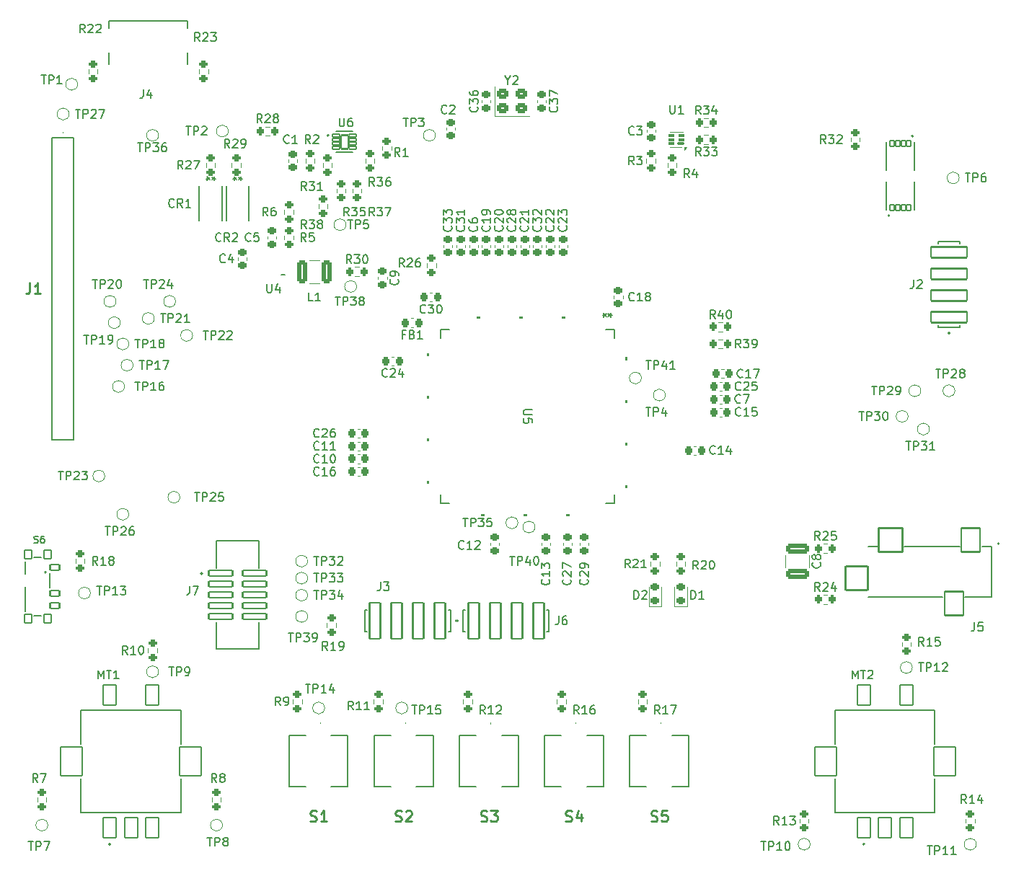
<source format=gbr>
%TF.GenerationSoftware,KiCad,Pcbnew,9.0.5*%
%TF.CreationDate,2025-11-20T02:47:11-08:00*%
%TF.ProjectId,Etch_A_Tune,45746368-5f41-45f5-9475-6e652e6b6963,rev?*%
%TF.SameCoordinates,Original*%
%TF.FileFunction,Legend,Top*%
%TF.FilePolarity,Positive*%
%FSLAX46Y46*%
G04 Gerber Fmt 4.6, Leading zero omitted, Abs format (unit mm)*
G04 Created by KiCad (PCBNEW 9.0.5) date 2025-11-20 02:47:11*
%MOMM*%
%LPD*%
G01*
G04 APERTURE LIST*
G04 Aperture macros list*
%AMRoundRect*
0 Rectangle with rounded corners*
0 $1 Rounding radius*
0 $2 $3 $4 $5 $6 $7 $8 $9 X,Y pos of 4 corners*
0 Add a 4 corners polygon primitive as box body*
4,1,4,$2,$3,$4,$5,$6,$7,$8,$9,$2,$3,0*
0 Add four circle primitives for the rounded corners*
1,1,$1+$1,$2,$3*
1,1,$1+$1,$4,$5*
1,1,$1+$1,$6,$7*
1,1,$1+$1,$8,$9*
0 Add four rect primitives between the rounded corners*
20,1,$1+$1,$2,$3,$4,$5,0*
20,1,$1+$1,$4,$5,$6,$7,0*
20,1,$1+$1,$6,$7,$8,$9,0*
20,1,$1+$1,$8,$9,$2,$3,0*%
G04 Aperture macros list end*
%ADD10C,0.150000*%
%ADD11C,0.254000*%
%ADD12C,0.120000*%
%ADD13C,0.152400*%
%ADD14C,0.170000*%
%ADD15C,0.127000*%
%ADD16C,0.200000*%
%ADD17C,0.100000*%
%ADD18C,0.000000*%
%ADD19C,0.010000*%
%ADD20C,1.000000*%
%ADD21RoundRect,0.200000X-0.200000X-0.275000X0.200000X-0.275000X0.200000X0.275000X-0.200000X0.275000X0*%
%ADD22R,1.803400X0.965200*%
%ADD23R,0.499999X0.249999*%
%ADD24R,0.900001X1.599999*%
%ADD25C,0.499999*%
%ADD26RoundRect,0.225000X0.250000X-0.225000X0.250000X0.225000X-0.250000X0.225000X-0.250000X-0.225000X0*%
%ADD27RoundRect,0.200000X-0.275000X0.200000X-0.275000X-0.200000X0.275000X-0.200000X0.275000X0.200000X0*%
%ADD28RoundRect,0.200000X0.275000X-0.200000X0.275000X0.200000X-0.275000X0.200000X-0.275000X-0.200000X0*%
%ADD29RoundRect,0.225000X0.225000X0.250000X-0.225000X0.250000X-0.225000X-0.250000X0.225000X-0.250000X0*%
%ADD30RoundRect,0.070000X0.355000X-0.070000X0.355000X0.070000X-0.355000X0.070000X-0.355000X-0.070000X0*%
%ADD31RoundRect,0.070000X0.305000X-0.070000X0.305000X0.070000X-0.305000X0.070000X-0.305000X-0.070000X0*%
%ADD32RoundRect,0.060500X-0.421500X-0.181500X0.421500X-0.181500X0.421500X0.181500X-0.421500X0.181500X0*%
%ADD33RoundRect,0.102000X-0.450000X-0.800000X0.450000X-0.800000X0.450000X0.800000X-0.450000X0.800000X0*%
%ADD34R,2.000000X2.000000*%
%ADD35RoundRect,0.225000X-0.250000X0.225000X-0.250000X-0.225000X0.250000X-0.225000X0.250000X0.225000X0*%
%ADD36RoundRect,0.225000X-0.225000X-0.250000X0.225000X-0.250000X0.225000X0.250000X-0.225000X0.250000X0*%
%ADD37RoundRect,0.102000X0.635000X2.100000X-0.635000X2.100000X-0.635000X-2.100000X0.635000X-2.100000X0*%
%ADD38RoundRect,0.218750X0.256250X-0.218750X0.256250X0.218750X-0.256250X0.218750X-0.256250X-0.218750X0*%
%ADD39RoundRect,0.102000X-0.250000X0.315000X-0.250000X-0.315000X0.250000X-0.315000X0.250000X0.315000X0*%
%ADD40O,1.152400X2.352400*%
%ADD41O,1.152400X1.952400*%
%ADD42RoundRect,0.102000X-2.100000X0.635000X-2.100000X-0.635000X2.100000X-0.635000X2.100000X0.635000X0*%
%ADD43RoundRect,0.250000X-1.100000X0.325000X-1.100000X-0.325000X1.100000X-0.325000X1.100000X0.325000X0*%
%ADD44RoundRect,0.102000X-1.385000X0.325000X-1.385000X-0.325000X1.385000X-0.325000X1.385000X0.325000X0*%
%ADD45RoundRect,0.200000X0.200000X0.275000X-0.200000X0.275000X-0.200000X-0.275000X0.200000X-0.275000X0*%
%ADD46C,1.300000*%
%ADD47C,1.100000*%
%ADD48RoundRect,0.102000X-0.750000X-1.200000X0.750000X-1.200000X0.750000X1.200000X-0.750000X1.200000X0*%
%ADD49RoundRect,0.102000X-1.250000X-1.700000X1.250000X-1.700000X1.250000X1.700000X-1.250000X1.700000X0*%
%ADD50RoundRect,0.102000X-0.635000X-2.100000X0.635000X-2.100000X0.635000X2.100000X-0.635000X2.100000X0*%
%ADD51RoundRect,0.250000X-0.375000X-1.075000X0.375000X-1.075000X0.375000X1.075000X-0.375000X1.075000X0*%
%ADD52RoundRect,0.250000X-0.450000X-0.350000X0.450000X-0.350000X0.450000X0.350000X-0.450000X0.350000X0*%
%ADD53C,1.700000*%
%ADD54RoundRect,0.102000X1.100000X1.400000X-1.100000X1.400000X-1.100000X-1.400000X1.100000X-1.400000X0*%
%ADD55RoundRect,0.102000X1.400000X1.400000X-1.400000X1.400000X-1.400000X-1.400000X1.400000X-1.400000X0*%
%ADD56RoundRect,0.102000X1.300000X1.400000X-1.300000X1.400000X-1.300000X-1.400000X1.300000X-1.400000X0*%
%ADD57R,0.228600X1.168400*%
%ADD58R,1.168400X0.228600*%
%ADD59RoundRect,0.102000X0.250000X-0.315000X0.250000X0.315000X-0.250000X0.315000X-0.250000X-0.315000X0*%
%ADD60C,0.900000*%
%ADD61RoundRect,0.102000X0.550000X-0.350000X0.550000X0.350000X-0.550000X0.350000X-0.550000X-0.350000X0*%
%ADD62RoundRect,0.102000X0.400000X-0.500000X0.400000X0.500000X-0.400000X0.500000X-0.400000X-0.500000X0*%
%ADD63R,1.200000X1.200000*%
%ADD64C,1.200000*%
%ADD65C,3.450000*%
%ADD66C,2.390000*%
G04 APERTURE END LIST*
D10*
X90489045Y-59694819D02*
X91060473Y-59694819D01*
X90774759Y-60694819D02*
X90774759Y-59694819D01*
X91393807Y-60694819D02*
X91393807Y-59694819D01*
X91393807Y-59694819D02*
X91774759Y-59694819D01*
X91774759Y-59694819D02*
X91869997Y-59742438D01*
X91869997Y-59742438D02*
X91917616Y-59790057D01*
X91917616Y-59790057D02*
X91965235Y-59885295D01*
X91965235Y-59885295D02*
X91965235Y-60028152D01*
X91965235Y-60028152D02*
X91917616Y-60123390D01*
X91917616Y-60123390D02*
X91869997Y-60171009D01*
X91869997Y-60171009D02*
X91774759Y-60218628D01*
X91774759Y-60218628D02*
X91393807Y-60218628D01*
X92822378Y-60028152D02*
X92822378Y-60694819D01*
X92584283Y-59647200D02*
X92346188Y-60361485D01*
X92346188Y-60361485D02*
X92965235Y-60361485D01*
X93869997Y-60694819D02*
X93298569Y-60694819D01*
X93584283Y-60694819D02*
X93584283Y-59694819D01*
X93584283Y-59694819D02*
X93489045Y-59837676D01*
X93489045Y-59837676D02*
X93393807Y-59932914D01*
X93393807Y-59932914D02*
X93298569Y-59980533D01*
X45397142Y-31764819D02*
X45063809Y-31288628D01*
X44825714Y-31764819D02*
X44825714Y-30764819D01*
X44825714Y-30764819D02*
X45206666Y-30764819D01*
X45206666Y-30764819D02*
X45301904Y-30812438D01*
X45301904Y-30812438D02*
X45349523Y-30860057D01*
X45349523Y-30860057D02*
X45397142Y-30955295D01*
X45397142Y-30955295D02*
X45397142Y-31098152D01*
X45397142Y-31098152D02*
X45349523Y-31193390D01*
X45349523Y-31193390D02*
X45301904Y-31241009D01*
X45301904Y-31241009D02*
X45206666Y-31288628D01*
X45206666Y-31288628D02*
X44825714Y-31288628D01*
X45778095Y-30860057D02*
X45825714Y-30812438D01*
X45825714Y-30812438D02*
X45920952Y-30764819D01*
X45920952Y-30764819D02*
X46159047Y-30764819D01*
X46159047Y-30764819D02*
X46254285Y-30812438D01*
X46254285Y-30812438D02*
X46301904Y-30860057D01*
X46301904Y-30860057D02*
X46349523Y-30955295D01*
X46349523Y-30955295D02*
X46349523Y-31050533D01*
X46349523Y-31050533D02*
X46301904Y-31193390D01*
X46301904Y-31193390D02*
X45730476Y-31764819D01*
X45730476Y-31764819D02*
X46349523Y-31764819D01*
X46920952Y-31193390D02*
X46825714Y-31145771D01*
X46825714Y-31145771D02*
X46778095Y-31098152D01*
X46778095Y-31098152D02*
X46730476Y-31002914D01*
X46730476Y-31002914D02*
X46730476Y-30955295D01*
X46730476Y-30955295D02*
X46778095Y-30860057D01*
X46778095Y-30860057D02*
X46825714Y-30812438D01*
X46825714Y-30812438D02*
X46920952Y-30764819D01*
X46920952Y-30764819D02*
X47111428Y-30764819D01*
X47111428Y-30764819D02*
X47206666Y-30812438D01*
X47206666Y-30812438D02*
X47254285Y-30860057D01*
X47254285Y-30860057D02*
X47301904Y-30955295D01*
X47301904Y-30955295D02*
X47301904Y-31002914D01*
X47301904Y-31002914D02*
X47254285Y-31098152D01*
X47254285Y-31098152D02*
X47206666Y-31145771D01*
X47206666Y-31145771D02*
X47111428Y-31193390D01*
X47111428Y-31193390D02*
X46920952Y-31193390D01*
X46920952Y-31193390D02*
X46825714Y-31241009D01*
X46825714Y-31241009D02*
X46778095Y-31288628D01*
X46778095Y-31288628D02*
X46730476Y-31383866D01*
X46730476Y-31383866D02*
X46730476Y-31574342D01*
X46730476Y-31574342D02*
X46778095Y-31669580D01*
X46778095Y-31669580D02*
X46825714Y-31717200D01*
X46825714Y-31717200D02*
X46920952Y-31764819D01*
X46920952Y-31764819D02*
X47111428Y-31764819D01*
X47111428Y-31764819D02*
X47206666Y-31717200D01*
X47206666Y-31717200D02*
X47254285Y-31669580D01*
X47254285Y-31669580D02*
X47301904Y-31574342D01*
X47301904Y-31574342D02*
X47301904Y-31383866D01*
X47301904Y-31383866D02*
X47254285Y-31288628D01*
X47254285Y-31288628D02*
X47206666Y-31241009D01*
X47206666Y-31241009D02*
X47111428Y-31193390D01*
X35060473Y-41599580D02*
X35012854Y-41647200D01*
X35012854Y-41647200D02*
X34869997Y-41694819D01*
X34869997Y-41694819D02*
X34774759Y-41694819D01*
X34774759Y-41694819D02*
X34631902Y-41647200D01*
X34631902Y-41647200D02*
X34536664Y-41551961D01*
X34536664Y-41551961D02*
X34489045Y-41456723D01*
X34489045Y-41456723D02*
X34441426Y-41266247D01*
X34441426Y-41266247D02*
X34441426Y-41123390D01*
X34441426Y-41123390D02*
X34489045Y-40932914D01*
X34489045Y-40932914D02*
X34536664Y-40837676D01*
X34536664Y-40837676D02*
X34631902Y-40742438D01*
X34631902Y-40742438D02*
X34774759Y-40694819D01*
X34774759Y-40694819D02*
X34869997Y-40694819D01*
X34869997Y-40694819D02*
X35012854Y-40742438D01*
X35012854Y-40742438D02*
X35060473Y-40790057D01*
X36060473Y-41694819D02*
X35727140Y-41218628D01*
X35489045Y-41694819D02*
X35489045Y-40694819D01*
X35489045Y-40694819D02*
X35869997Y-40694819D01*
X35869997Y-40694819D02*
X35965235Y-40742438D01*
X35965235Y-40742438D02*
X36012854Y-40790057D01*
X36012854Y-40790057D02*
X36060473Y-40885295D01*
X36060473Y-40885295D02*
X36060473Y-41028152D01*
X36060473Y-41028152D02*
X36012854Y-41123390D01*
X36012854Y-41123390D02*
X35965235Y-41171009D01*
X35965235Y-41171009D02*
X35869997Y-41218628D01*
X35869997Y-41218628D02*
X35489045Y-41218628D01*
X37012854Y-41694819D02*
X36441426Y-41694819D01*
X36727140Y-41694819D02*
X36727140Y-40694819D01*
X36727140Y-40694819D02*
X36631902Y-40837676D01*
X36631902Y-40837676D02*
X36536664Y-40932914D01*
X36536664Y-40932914D02*
X36441426Y-40980533D01*
X39904580Y-38306300D02*
X39666485Y-38306300D01*
X39761723Y-38068205D02*
X39666485Y-38306300D01*
X39666485Y-38306300D02*
X39761723Y-38544395D01*
X39476009Y-38163443D02*
X39666485Y-38306300D01*
X39666485Y-38306300D02*
X39476009Y-38449157D01*
X38814219Y-38306299D02*
X39052314Y-38306299D01*
X38957076Y-38544394D02*
X39052314Y-38306299D01*
X39052314Y-38306299D02*
X38957076Y-38068204D01*
X39242790Y-38449156D02*
X39052314Y-38306299D01*
X39052314Y-38306299D02*
X39242790Y-38163442D01*
X45965235Y-50694819D02*
X45965235Y-51504342D01*
X45965235Y-51504342D02*
X46012854Y-51599580D01*
X46012854Y-51599580D02*
X46060473Y-51647200D01*
X46060473Y-51647200D02*
X46155711Y-51694819D01*
X46155711Y-51694819D02*
X46346187Y-51694819D01*
X46346187Y-51694819D02*
X46441425Y-51647200D01*
X46441425Y-51647200D02*
X46489044Y-51599580D01*
X46489044Y-51599580D02*
X46536663Y-51504342D01*
X46536663Y-51504342D02*
X46536663Y-50694819D01*
X47441425Y-51028152D02*
X47441425Y-51694819D01*
X47203330Y-50647200D02*
X46965235Y-51361485D01*
X46965235Y-51361485D02*
X47584282Y-51361485D01*
X78086720Y-43882857D02*
X78134340Y-43930476D01*
X78134340Y-43930476D02*
X78181959Y-44073333D01*
X78181959Y-44073333D02*
X78181959Y-44168571D01*
X78181959Y-44168571D02*
X78134340Y-44311428D01*
X78134340Y-44311428D02*
X78039101Y-44406666D01*
X78039101Y-44406666D02*
X77943863Y-44454285D01*
X77943863Y-44454285D02*
X77753387Y-44501904D01*
X77753387Y-44501904D02*
X77610530Y-44501904D01*
X77610530Y-44501904D02*
X77420054Y-44454285D01*
X77420054Y-44454285D02*
X77324816Y-44406666D01*
X77324816Y-44406666D02*
X77229578Y-44311428D01*
X77229578Y-44311428D02*
X77181959Y-44168571D01*
X77181959Y-44168571D02*
X77181959Y-44073333D01*
X77181959Y-44073333D02*
X77229578Y-43930476D01*
X77229578Y-43930476D02*
X77277197Y-43882857D01*
X77181959Y-43549523D02*
X77181959Y-42930476D01*
X77181959Y-42930476D02*
X77562911Y-43263809D01*
X77562911Y-43263809D02*
X77562911Y-43120952D01*
X77562911Y-43120952D02*
X77610530Y-43025714D01*
X77610530Y-43025714D02*
X77658149Y-42978095D01*
X77658149Y-42978095D02*
X77753387Y-42930476D01*
X77753387Y-42930476D02*
X77991482Y-42930476D01*
X77991482Y-42930476D02*
X78086720Y-42978095D01*
X78086720Y-42978095D02*
X78134340Y-43025714D01*
X78134340Y-43025714D02*
X78181959Y-43120952D01*
X78181959Y-43120952D02*
X78181959Y-43406666D01*
X78181959Y-43406666D02*
X78134340Y-43501904D01*
X78134340Y-43501904D02*
X78086720Y-43549523D01*
X77277197Y-42549523D02*
X77229578Y-42501904D01*
X77229578Y-42501904D02*
X77181959Y-42406666D01*
X77181959Y-42406666D02*
X77181959Y-42168571D01*
X77181959Y-42168571D02*
X77229578Y-42073333D01*
X77229578Y-42073333D02*
X77277197Y-42025714D01*
X77277197Y-42025714D02*
X77372435Y-41978095D01*
X77372435Y-41978095D02*
X77467673Y-41978095D01*
X77467673Y-41978095D02*
X77610530Y-42025714D01*
X77610530Y-42025714D02*
X78181959Y-42597142D01*
X78181959Y-42597142D02*
X78181959Y-41978095D01*
X38965235Y-115694819D02*
X39536663Y-115694819D01*
X39250949Y-116694819D02*
X39250949Y-115694819D01*
X39869997Y-116694819D02*
X39869997Y-115694819D01*
X39869997Y-115694819D02*
X40250949Y-115694819D01*
X40250949Y-115694819D02*
X40346187Y-115742438D01*
X40346187Y-115742438D02*
X40393806Y-115790057D01*
X40393806Y-115790057D02*
X40441425Y-115885295D01*
X40441425Y-115885295D02*
X40441425Y-116028152D01*
X40441425Y-116028152D02*
X40393806Y-116123390D01*
X40393806Y-116123390D02*
X40346187Y-116171009D01*
X40346187Y-116171009D02*
X40250949Y-116218628D01*
X40250949Y-116218628D02*
X39869997Y-116218628D01*
X41012854Y-116123390D02*
X40917616Y-116075771D01*
X40917616Y-116075771D02*
X40869997Y-116028152D01*
X40869997Y-116028152D02*
X40822378Y-115932914D01*
X40822378Y-115932914D02*
X40822378Y-115885295D01*
X40822378Y-115885295D02*
X40869997Y-115790057D01*
X40869997Y-115790057D02*
X40917616Y-115742438D01*
X40917616Y-115742438D02*
X41012854Y-115694819D01*
X41012854Y-115694819D02*
X41203330Y-115694819D01*
X41203330Y-115694819D02*
X41298568Y-115742438D01*
X41298568Y-115742438D02*
X41346187Y-115790057D01*
X41346187Y-115790057D02*
X41393806Y-115885295D01*
X41393806Y-115885295D02*
X41393806Y-115932914D01*
X41393806Y-115932914D02*
X41346187Y-116028152D01*
X41346187Y-116028152D02*
X41298568Y-116075771D01*
X41298568Y-116075771D02*
X41203330Y-116123390D01*
X41203330Y-116123390D02*
X41012854Y-116123390D01*
X41012854Y-116123390D02*
X40917616Y-116171009D01*
X40917616Y-116171009D02*
X40869997Y-116218628D01*
X40869997Y-116218628D02*
X40822378Y-116313866D01*
X40822378Y-116313866D02*
X40822378Y-116504342D01*
X40822378Y-116504342D02*
X40869997Y-116599580D01*
X40869997Y-116599580D02*
X40917616Y-116647200D01*
X40917616Y-116647200D02*
X41012854Y-116694819D01*
X41012854Y-116694819D02*
X41203330Y-116694819D01*
X41203330Y-116694819D02*
X41298568Y-116647200D01*
X41298568Y-116647200D02*
X41346187Y-116599580D01*
X41346187Y-116599580D02*
X41393806Y-116504342D01*
X41393806Y-116504342D02*
X41393806Y-116313866D01*
X41393806Y-116313866D02*
X41346187Y-116218628D01*
X41346187Y-116218628D02*
X41298568Y-116171009D01*
X41298568Y-116171009D02*
X41203330Y-116123390D01*
X53989045Y-52194819D02*
X54560473Y-52194819D01*
X54274759Y-53194819D02*
X54274759Y-52194819D01*
X54893807Y-53194819D02*
X54893807Y-52194819D01*
X54893807Y-52194819D02*
X55274759Y-52194819D01*
X55274759Y-52194819D02*
X55369997Y-52242438D01*
X55369997Y-52242438D02*
X55417616Y-52290057D01*
X55417616Y-52290057D02*
X55465235Y-52385295D01*
X55465235Y-52385295D02*
X55465235Y-52528152D01*
X55465235Y-52528152D02*
X55417616Y-52623390D01*
X55417616Y-52623390D02*
X55369997Y-52671009D01*
X55369997Y-52671009D02*
X55274759Y-52718628D01*
X55274759Y-52718628D02*
X54893807Y-52718628D01*
X55798569Y-52194819D02*
X56417616Y-52194819D01*
X56417616Y-52194819D02*
X56084283Y-52575771D01*
X56084283Y-52575771D02*
X56227140Y-52575771D01*
X56227140Y-52575771D02*
X56322378Y-52623390D01*
X56322378Y-52623390D02*
X56369997Y-52671009D01*
X56369997Y-52671009D02*
X56417616Y-52766247D01*
X56417616Y-52766247D02*
X56417616Y-53004342D01*
X56417616Y-53004342D02*
X56369997Y-53099580D01*
X56369997Y-53099580D02*
X56322378Y-53147200D01*
X56322378Y-53147200D02*
X56227140Y-53194819D01*
X56227140Y-53194819D02*
X55941426Y-53194819D01*
X55941426Y-53194819D02*
X55846188Y-53147200D01*
X55846188Y-53147200D02*
X55798569Y-53099580D01*
X56989045Y-52623390D02*
X56893807Y-52575771D01*
X56893807Y-52575771D02*
X56846188Y-52528152D01*
X56846188Y-52528152D02*
X56798569Y-52432914D01*
X56798569Y-52432914D02*
X56798569Y-52385295D01*
X56798569Y-52385295D02*
X56846188Y-52290057D01*
X56846188Y-52290057D02*
X56893807Y-52242438D01*
X56893807Y-52242438D02*
X56989045Y-52194819D01*
X56989045Y-52194819D02*
X57179521Y-52194819D01*
X57179521Y-52194819D02*
X57274759Y-52242438D01*
X57274759Y-52242438D02*
X57322378Y-52290057D01*
X57322378Y-52290057D02*
X57369997Y-52385295D01*
X57369997Y-52385295D02*
X57369997Y-52432914D01*
X57369997Y-52432914D02*
X57322378Y-52528152D01*
X57322378Y-52528152D02*
X57274759Y-52575771D01*
X57274759Y-52575771D02*
X57179521Y-52623390D01*
X57179521Y-52623390D02*
X56989045Y-52623390D01*
X56989045Y-52623390D02*
X56893807Y-52671009D01*
X56893807Y-52671009D02*
X56846188Y-52718628D01*
X56846188Y-52718628D02*
X56798569Y-52813866D01*
X56798569Y-52813866D02*
X56798569Y-53004342D01*
X56798569Y-53004342D02*
X56846188Y-53099580D01*
X56846188Y-53099580D02*
X56893807Y-53147200D01*
X56893807Y-53147200D02*
X56989045Y-53194819D01*
X56989045Y-53194819D02*
X57179521Y-53194819D01*
X57179521Y-53194819D02*
X57274759Y-53147200D01*
X57274759Y-53147200D02*
X57322378Y-53099580D01*
X57322378Y-53099580D02*
X57369997Y-53004342D01*
X57369997Y-53004342D02*
X57369997Y-52813866D01*
X57369997Y-52813866D02*
X57322378Y-52718628D01*
X57322378Y-52718628D02*
X57274759Y-52671009D01*
X57274759Y-52671009D02*
X57179521Y-52623390D01*
X62989045Y-100194819D02*
X63560473Y-100194819D01*
X63274759Y-101194819D02*
X63274759Y-100194819D01*
X63893807Y-101194819D02*
X63893807Y-100194819D01*
X63893807Y-100194819D02*
X64274759Y-100194819D01*
X64274759Y-100194819D02*
X64369997Y-100242438D01*
X64369997Y-100242438D02*
X64417616Y-100290057D01*
X64417616Y-100290057D02*
X64465235Y-100385295D01*
X64465235Y-100385295D02*
X64465235Y-100528152D01*
X64465235Y-100528152D02*
X64417616Y-100623390D01*
X64417616Y-100623390D02*
X64369997Y-100671009D01*
X64369997Y-100671009D02*
X64274759Y-100718628D01*
X64274759Y-100718628D02*
X63893807Y-100718628D01*
X65417616Y-101194819D02*
X64846188Y-101194819D01*
X65131902Y-101194819D02*
X65131902Y-100194819D01*
X65131902Y-100194819D02*
X65036664Y-100337676D01*
X65036664Y-100337676D02*
X64941426Y-100432914D01*
X64941426Y-100432914D02*
X64846188Y-100480533D01*
X66322378Y-100194819D02*
X65846188Y-100194819D01*
X65846188Y-100194819D02*
X65798569Y-100671009D01*
X65798569Y-100671009D02*
X65846188Y-100623390D01*
X65846188Y-100623390D02*
X65941426Y-100575771D01*
X65941426Y-100575771D02*
X66179521Y-100575771D01*
X66179521Y-100575771D02*
X66274759Y-100623390D01*
X66274759Y-100623390D02*
X66322378Y-100671009D01*
X66322378Y-100671009D02*
X66369997Y-100766247D01*
X66369997Y-100766247D02*
X66369997Y-101004342D01*
X66369997Y-101004342D02*
X66322378Y-101099580D01*
X66322378Y-101099580D02*
X66274759Y-101147200D01*
X66274759Y-101147200D02*
X66179521Y-101194819D01*
X66179521Y-101194819D02*
X65941426Y-101194819D01*
X65941426Y-101194819D02*
X65846188Y-101147200D01*
X65846188Y-101147200D02*
X65798569Y-101099580D01*
X24584282Y-21194819D02*
X24250949Y-20718628D01*
X24012854Y-21194819D02*
X24012854Y-20194819D01*
X24012854Y-20194819D02*
X24393806Y-20194819D01*
X24393806Y-20194819D02*
X24489044Y-20242438D01*
X24489044Y-20242438D02*
X24536663Y-20290057D01*
X24536663Y-20290057D02*
X24584282Y-20385295D01*
X24584282Y-20385295D02*
X24584282Y-20528152D01*
X24584282Y-20528152D02*
X24536663Y-20623390D01*
X24536663Y-20623390D02*
X24489044Y-20671009D01*
X24489044Y-20671009D02*
X24393806Y-20718628D01*
X24393806Y-20718628D02*
X24012854Y-20718628D01*
X24965235Y-20290057D02*
X25012854Y-20242438D01*
X25012854Y-20242438D02*
X25108092Y-20194819D01*
X25108092Y-20194819D02*
X25346187Y-20194819D01*
X25346187Y-20194819D02*
X25441425Y-20242438D01*
X25441425Y-20242438D02*
X25489044Y-20290057D01*
X25489044Y-20290057D02*
X25536663Y-20385295D01*
X25536663Y-20385295D02*
X25536663Y-20480533D01*
X25536663Y-20480533D02*
X25489044Y-20623390D01*
X25489044Y-20623390D02*
X24917616Y-21194819D01*
X24917616Y-21194819D02*
X25536663Y-21194819D01*
X25917616Y-20290057D02*
X25965235Y-20242438D01*
X25965235Y-20242438D02*
X26060473Y-20194819D01*
X26060473Y-20194819D02*
X26298568Y-20194819D01*
X26298568Y-20194819D02*
X26393806Y-20242438D01*
X26393806Y-20242438D02*
X26441425Y-20290057D01*
X26441425Y-20290057D02*
X26489044Y-20385295D01*
X26489044Y-20385295D02*
X26489044Y-20480533D01*
X26489044Y-20480533D02*
X26441425Y-20623390D01*
X26441425Y-20623390D02*
X25869997Y-21194819D01*
X25869997Y-21194819D02*
X26489044Y-21194819D01*
X115489045Y-65694819D02*
X116060473Y-65694819D01*
X115774759Y-66694819D02*
X115774759Y-65694819D01*
X116393807Y-66694819D02*
X116393807Y-65694819D01*
X116393807Y-65694819D02*
X116774759Y-65694819D01*
X116774759Y-65694819D02*
X116869997Y-65742438D01*
X116869997Y-65742438D02*
X116917616Y-65790057D01*
X116917616Y-65790057D02*
X116965235Y-65885295D01*
X116965235Y-65885295D02*
X116965235Y-66028152D01*
X116965235Y-66028152D02*
X116917616Y-66123390D01*
X116917616Y-66123390D02*
X116869997Y-66171009D01*
X116869997Y-66171009D02*
X116774759Y-66218628D01*
X116774759Y-66218628D02*
X116393807Y-66218628D01*
X117298569Y-65694819D02*
X117917616Y-65694819D01*
X117917616Y-65694819D02*
X117584283Y-66075771D01*
X117584283Y-66075771D02*
X117727140Y-66075771D01*
X117727140Y-66075771D02*
X117822378Y-66123390D01*
X117822378Y-66123390D02*
X117869997Y-66171009D01*
X117869997Y-66171009D02*
X117917616Y-66266247D01*
X117917616Y-66266247D02*
X117917616Y-66504342D01*
X117917616Y-66504342D02*
X117869997Y-66599580D01*
X117869997Y-66599580D02*
X117822378Y-66647200D01*
X117822378Y-66647200D02*
X117727140Y-66694819D01*
X117727140Y-66694819D02*
X117441426Y-66694819D01*
X117441426Y-66694819D02*
X117346188Y-66647200D01*
X117346188Y-66647200D02*
X117298569Y-66599580D01*
X118536664Y-65694819D02*
X118631902Y-65694819D01*
X118631902Y-65694819D02*
X118727140Y-65742438D01*
X118727140Y-65742438D02*
X118774759Y-65790057D01*
X118774759Y-65790057D02*
X118822378Y-65885295D01*
X118822378Y-65885295D02*
X118869997Y-66075771D01*
X118869997Y-66075771D02*
X118869997Y-66313866D01*
X118869997Y-66313866D02*
X118822378Y-66504342D01*
X118822378Y-66504342D02*
X118774759Y-66599580D01*
X118774759Y-66599580D02*
X118727140Y-66647200D01*
X118727140Y-66647200D02*
X118631902Y-66694819D01*
X118631902Y-66694819D02*
X118536664Y-66694819D01*
X118536664Y-66694819D02*
X118441426Y-66647200D01*
X118441426Y-66647200D02*
X118393807Y-66599580D01*
X118393807Y-66599580D02*
X118346188Y-66504342D01*
X118346188Y-66504342D02*
X118298569Y-66313866D01*
X118298569Y-66313866D02*
X118298569Y-66075771D01*
X118298569Y-66075771D02*
X118346188Y-65885295D01*
X118346188Y-65885295D02*
X118393807Y-65790057D01*
X118393807Y-65790057D02*
X118441426Y-65742438D01*
X118441426Y-65742438D02*
X118536664Y-65694819D01*
X25489045Y-50194819D02*
X26060473Y-50194819D01*
X25774759Y-51194819D02*
X25774759Y-50194819D01*
X26393807Y-51194819D02*
X26393807Y-50194819D01*
X26393807Y-50194819D02*
X26774759Y-50194819D01*
X26774759Y-50194819D02*
X26869997Y-50242438D01*
X26869997Y-50242438D02*
X26917616Y-50290057D01*
X26917616Y-50290057D02*
X26965235Y-50385295D01*
X26965235Y-50385295D02*
X26965235Y-50528152D01*
X26965235Y-50528152D02*
X26917616Y-50623390D01*
X26917616Y-50623390D02*
X26869997Y-50671009D01*
X26869997Y-50671009D02*
X26774759Y-50718628D01*
X26774759Y-50718628D02*
X26393807Y-50718628D01*
X27346188Y-50290057D02*
X27393807Y-50242438D01*
X27393807Y-50242438D02*
X27489045Y-50194819D01*
X27489045Y-50194819D02*
X27727140Y-50194819D01*
X27727140Y-50194819D02*
X27822378Y-50242438D01*
X27822378Y-50242438D02*
X27869997Y-50290057D01*
X27869997Y-50290057D02*
X27917616Y-50385295D01*
X27917616Y-50385295D02*
X27917616Y-50480533D01*
X27917616Y-50480533D02*
X27869997Y-50623390D01*
X27869997Y-50623390D02*
X27298569Y-51194819D01*
X27298569Y-51194819D02*
X27917616Y-51194819D01*
X28536664Y-50194819D02*
X28631902Y-50194819D01*
X28631902Y-50194819D02*
X28727140Y-50242438D01*
X28727140Y-50242438D02*
X28774759Y-50290057D01*
X28774759Y-50290057D02*
X28822378Y-50385295D01*
X28822378Y-50385295D02*
X28869997Y-50575771D01*
X28869997Y-50575771D02*
X28869997Y-50813866D01*
X28869997Y-50813866D02*
X28822378Y-51004342D01*
X28822378Y-51004342D02*
X28774759Y-51099580D01*
X28774759Y-51099580D02*
X28727140Y-51147200D01*
X28727140Y-51147200D02*
X28631902Y-51194819D01*
X28631902Y-51194819D02*
X28536664Y-51194819D01*
X28536664Y-51194819D02*
X28441426Y-51147200D01*
X28441426Y-51147200D02*
X28393807Y-51099580D01*
X28393807Y-51099580D02*
X28346188Y-51004342D01*
X28346188Y-51004342D02*
X28298569Y-50813866D01*
X28298569Y-50813866D02*
X28298569Y-50575771D01*
X28298569Y-50575771D02*
X28346188Y-50385295D01*
X28346188Y-50385295D02*
X28393807Y-50290057D01*
X28393807Y-50290057D02*
X28441426Y-50242438D01*
X28441426Y-50242438D02*
X28536664Y-50194819D01*
X71584282Y-101194819D02*
X71250949Y-100718628D01*
X71012854Y-101194819D02*
X71012854Y-100194819D01*
X71012854Y-100194819D02*
X71393806Y-100194819D01*
X71393806Y-100194819D02*
X71489044Y-100242438D01*
X71489044Y-100242438D02*
X71536663Y-100290057D01*
X71536663Y-100290057D02*
X71584282Y-100385295D01*
X71584282Y-100385295D02*
X71584282Y-100528152D01*
X71584282Y-100528152D02*
X71536663Y-100623390D01*
X71536663Y-100623390D02*
X71489044Y-100671009D01*
X71489044Y-100671009D02*
X71393806Y-100718628D01*
X71393806Y-100718628D02*
X71012854Y-100718628D01*
X72536663Y-101194819D02*
X71965235Y-101194819D01*
X72250949Y-101194819D02*
X72250949Y-100194819D01*
X72250949Y-100194819D02*
X72155711Y-100337676D01*
X72155711Y-100337676D02*
X72060473Y-100432914D01*
X72060473Y-100432914D02*
X71965235Y-100480533D01*
X72917616Y-100290057D02*
X72965235Y-100242438D01*
X72965235Y-100242438D02*
X73060473Y-100194819D01*
X73060473Y-100194819D02*
X73298568Y-100194819D01*
X73298568Y-100194819D02*
X73393806Y-100242438D01*
X73393806Y-100242438D02*
X73441425Y-100290057D01*
X73441425Y-100290057D02*
X73489044Y-100385295D01*
X73489044Y-100385295D02*
X73489044Y-100480533D01*
X73489044Y-100480533D02*
X73441425Y-100623390D01*
X73441425Y-100623390D02*
X72869997Y-101194819D01*
X72869997Y-101194819D02*
X73489044Y-101194819D01*
X96584282Y-84194819D02*
X96250949Y-83718628D01*
X96012854Y-84194819D02*
X96012854Y-83194819D01*
X96012854Y-83194819D02*
X96393806Y-83194819D01*
X96393806Y-83194819D02*
X96489044Y-83242438D01*
X96489044Y-83242438D02*
X96536663Y-83290057D01*
X96536663Y-83290057D02*
X96584282Y-83385295D01*
X96584282Y-83385295D02*
X96584282Y-83528152D01*
X96584282Y-83528152D02*
X96536663Y-83623390D01*
X96536663Y-83623390D02*
X96489044Y-83671009D01*
X96489044Y-83671009D02*
X96393806Y-83718628D01*
X96393806Y-83718628D02*
X96012854Y-83718628D01*
X96965235Y-83290057D02*
X97012854Y-83242438D01*
X97012854Y-83242438D02*
X97108092Y-83194819D01*
X97108092Y-83194819D02*
X97346187Y-83194819D01*
X97346187Y-83194819D02*
X97441425Y-83242438D01*
X97441425Y-83242438D02*
X97489044Y-83290057D01*
X97489044Y-83290057D02*
X97536663Y-83385295D01*
X97536663Y-83385295D02*
X97536663Y-83480533D01*
X97536663Y-83480533D02*
X97489044Y-83623390D01*
X97489044Y-83623390D02*
X96917616Y-84194819D01*
X96917616Y-84194819D02*
X97536663Y-84194819D01*
X98155711Y-83194819D02*
X98250949Y-83194819D01*
X98250949Y-83194819D02*
X98346187Y-83242438D01*
X98346187Y-83242438D02*
X98393806Y-83290057D01*
X98393806Y-83290057D02*
X98441425Y-83385295D01*
X98441425Y-83385295D02*
X98489044Y-83575771D01*
X98489044Y-83575771D02*
X98489044Y-83813866D01*
X98489044Y-83813866D02*
X98441425Y-84004342D01*
X98441425Y-84004342D02*
X98393806Y-84099580D01*
X98393806Y-84099580D02*
X98346187Y-84147200D01*
X98346187Y-84147200D02*
X98250949Y-84194819D01*
X98250949Y-84194819D02*
X98155711Y-84194819D01*
X98155711Y-84194819D02*
X98060473Y-84147200D01*
X98060473Y-84147200D02*
X98012854Y-84099580D01*
X98012854Y-84099580D02*
X97965235Y-84004342D01*
X97965235Y-84004342D02*
X97917616Y-83813866D01*
X97917616Y-83813866D02*
X97917616Y-83575771D01*
X97917616Y-83575771D02*
X97965235Y-83385295D01*
X97965235Y-83385295D02*
X98012854Y-83290057D01*
X98012854Y-83290057D02*
X98060473Y-83242438D01*
X98060473Y-83242438D02*
X98155711Y-83194819D01*
X30489045Y-57194819D02*
X31060473Y-57194819D01*
X30774759Y-58194819D02*
X30774759Y-57194819D01*
X31393807Y-58194819D02*
X31393807Y-57194819D01*
X31393807Y-57194819D02*
X31774759Y-57194819D01*
X31774759Y-57194819D02*
X31869997Y-57242438D01*
X31869997Y-57242438D02*
X31917616Y-57290057D01*
X31917616Y-57290057D02*
X31965235Y-57385295D01*
X31965235Y-57385295D02*
X31965235Y-57528152D01*
X31965235Y-57528152D02*
X31917616Y-57623390D01*
X31917616Y-57623390D02*
X31869997Y-57671009D01*
X31869997Y-57671009D02*
X31774759Y-57718628D01*
X31774759Y-57718628D02*
X31393807Y-57718628D01*
X32917616Y-58194819D02*
X32346188Y-58194819D01*
X32631902Y-58194819D02*
X32631902Y-57194819D01*
X32631902Y-57194819D02*
X32536664Y-57337676D01*
X32536664Y-57337676D02*
X32441426Y-57432914D01*
X32441426Y-57432914D02*
X32346188Y-57480533D01*
X33489045Y-57623390D02*
X33393807Y-57575771D01*
X33393807Y-57575771D02*
X33346188Y-57528152D01*
X33346188Y-57528152D02*
X33298569Y-57432914D01*
X33298569Y-57432914D02*
X33298569Y-57385295D01*
X33298569Y-57385295D02*
X33346188Y-57290057D01*
X33346188Y-57290057D02*
X33393807Y-57242438D01*
X33393807Y-57242438D02*
X33489045Y-57194819D01*
X33489045Y-57194819D02*
X33679521Y-57194819D01*
X33679521Y-57194819D02*
X33774759Y-57242438D01*
X33774759Y-57242438D02*
X33822378Y-57290057D01*
X33822378Y-57290057D02*
X33869997Y-57385295D01*
X33869997Y-57385295D02*
X33869997Y-57432914D01*
X33869997Y-57432914D02*
X33822378Y-57528152D01*
X33822378Y-57528152D02*
X33774759Y-57575771D01*
X33774759Y-57575771D02*
X33679521Y-57623390D01*
X33679521Y-57623390D02*
X33489045Y-57623390D01*
X33489045Y-57623390D02*
X33393807Y-57671009D01*
X33393807Y-57671009D02*
X33346188Y-57718628D01*
X33346188Y-57718628D02*
X33298569Y-57813866D01*
X33298569Y-57813866D02*
X33298569Y-58004342D01*
X33298569Y-58004342D02*
X33346188Y-58099580D01*
X33346188Y-58099580D02*
X33393807Y-58147200D01*
X33393807Y-58147200D02*
X33489045Y-58194819D01*
X33489045Y-58194819D02*
X33679521Y-58194819D01*
X33679521Y-58194819D02*
X33774759Y-58147200D01*
X33774759Y-58147200D02*
X33822378Y-58099580D01*
X33822378Y-58099580D02*
X33869997Y-58004342D01*
X33869997Y-58004342D02*
X33869997Y-57813866D01*
X33869997Y-57813866D02*
X33822378Y-57718628D01*
X33822378Y-57718628D02*
X33774759Y-57671009D01*
X33774759Y-57671009D02*
X33679521Y-57623390D01*
X19060473Y-109194819D02*
X18727140Y-108718628D01*
X18489045Y-109194819D02*
X18489045Y-108194819D01*
X18489045Y-108194819D02*
X18869997Y-108194819D01*
X18869997Y-108194819D02*
X18965235Y-108242438D01*
X18965235Y-108242438D02*
X19012854Y-108290057D01*
X19012854Y-108290057D02*
X19060473Y-108385295D01*
X19060473Y-108385295D02*
X19060473Y-108528152D01*
X19060473Y-108528152D02*
X19012854Y-108623390D01*
X19012854Y-108623390D02*
X18965235Y-108671009D01*
X18965235Y-108671009D02*
X18869997Y-108718628D01*
X18869997Y-108718628D02*
X18489045Y-108718628D01*
X19393807Y-108194819D02*
X20060473Y-108194819D01*
X20060473Y-108194819D02*
X19631902Y-109194819D01*
X46060473Y-42694819D02*
X45727140Y-42218628D01*
X45489045Y-42694819D02*
X45489045Y-41694819D01*
X45489045Y-41694819D02*
X45869997Y-41694819D01*
X45869997Y-41694819D02*
X45965235Y-41742438D01*
X45965235Y-41742438D02*
X46012854Y-41790057D01*
X46012854Y-41790057D02*
X46060473Y-41885295D01*
X46060473Y-41885295D02*
X46060473Y-42028152D01*
X46060473Y-42028152D02*
X46012854Y-42123390D01*
X46012854Y-42123390D02*
X45965235Y-42171009D01*
X45965235Y-42171009D02*
X45869997Y-42218628D01*
X45869997Y-42218628D02*
X45489045Y-42218628D01*
X46917616Y-41694819D02*
X46727140Y-41694819D01*
X46727140Y-41694819D02*
X46631902Y-41742438D01*
X46631902Y-41742438D02*
X46584283Y-41790057D01*
X46584283Y-41790057D02*
X46489045Y-41932914D01*
X46489045Y-41932914D02*
X46441426Y-42123390D01*
X46441426Y-42123390D02*
X46441426Y-42504342D01*
X46441426Y-42504342D02*
X46489045Y-42599580D01*
X46489045Y-42599580D02*
X46536664Y-42647200D01*
X46536664Y-42647200D02*
X46631902Y-42694819D01*
X46631902Y-42694819D02*
X46822378Y-42694819D01*
X46822378Y-42694819D02*
X46917616Y-42647200D01*
X46917616Y-42647200D02*
X46965235Y-42599580D01*
X46965235Y-42599580D02*
X47012854Y-42504342D01*
X47012854Y-42504342D02*
X47012854Y-42266247D01*
X47012854Y-42266247D02*
X46965235Y-42171009D01*
X46965235Y-42171009D02*
X46917616Y-42123390D01*
X46917616Y-42123390D02*
X46822378Y-42075771D01*
X46822378Y-42075771D02*
X46631902Y-42075771D01*
X46631902Y-42075771D02*
X46536664Y-42123390D01*
X46536664Y-42123390D02*
X46489045Y-42171009D01*
X46489045Y-42171009D02*
X46441426Y-42266247D01*
X36465235Y-32194819D02*
X37036663Y-32194819D01*
X36750949Y-33194819D02*
X36750949Y-32194819D01*
X37369997Y-33194819D02*
X37369997Y-32194819D01*
X37369997Y-32194819D02*
X37750949Y-32194819D01*
X37750949Y-32194819D02*
X37846187Y-32242438D01*
X37846187Y-32242438D02*
X37893806Y-32290057D01*
X37893806Y-32290057D02*
X37941425Y-32385295D01*
X37941425Y-32385295D02*
X37941425Y-32528152D01*
X37941425Y-32528152D02*
X37893806Y-32623390D01*
X37893806Y-32623390D02*
X37846187Y-32671009D01*
X37846187Y-32671009D02*
X37750949Y-32718628D01*
X37750949Y-32718628D02*
X37369997Y-32718628D01*
X38322378Y-32290057D02*
X38369997Y-32242438D01*
X38369997Y-32242438D02*
X38465235Y-32194819D01*
X38465235Y-32194819D02*
X38703330Y-32194819D01*
X38703330Y-32194819D02*
X38798568Y-32242438D01*
X38798568Y-32242438D02*
X38846187Y-32290057D01*
X38846187Y-32290057D02*
X38893806Y-32385295D01*
X38893806Y-32385295D02*
X38893806Y-32480533D01*
X38893806Y-32480533D02*
X38846187Y-32623390D01*
X38846187Y-32623390D02*
X38274759Y-33194819D01*
X38274759Y-33194819D02*
X38893806Y-33194819D01*
X103989045Y-116194819D02*
X104560473Y-116194819D01*
X104274759Y-117194819D02*
X104274759Y-116194819D01*
X104893807Y-117194819D02*
X104893807Y-116194819D01*
X104893807Y-116194819D02*
X105274759Y-116194819D01*
X105274759Y-116194819D02*
X105369997Y-116242438D01*
X105369997Y-116242438D02*
X105417616Y-116290057D01*
X105417616Y-116290057D02*
X105465235Y-116385295D01*
X105465235Y-116385295D02*
X105465235Y-116528152D01*
X105465235Y-116528152D02*
X105417616Y-116623390D01*
X105417616Y-116623390D02*
X105369997Y-116671009D01*
X105369997Y-116671009D02*
X105274759Y-116718628D01*
X105274759Y-116718628D02*
X104893807Y-116718628D01*
X106417616Y-117194819D02*
X105846188Y-117194819D01*
X106131902Y-117194819D02*
X106131902Y-116194819D01*
X106131902Y-116194819D02*
X106036664Y-116337676D01*
X106036664Y-116337676D02*
X105941426Y-116432914D01*
X105941426Y-116432914D02*
X105846188Y-116480533D01*
X107036664Y-116194819D02*
X107131902Y-116194819D01*
X107131902Y-116194819D02*
X107227140Y-116242438D01*
X107227140Y-116242438D02*
X107274759Y-116290057D01*
X107274759Y-116290057D02*
X107322378Y-116385295D01*
X107322378Y-116385295D02*
X107369997Y-116575771D01*
X107369997Y-116575771D02*
X107369997Y-116813866D01*
X107369997Y-116813866D02*
X107322378Y-117004342D01*
X107322378Y-117004342D02*
X107274759Y-117099580D01*
X107274759Y-117099580D02*
X107227140Y-117147200D01*
X107227140Y-117147200D02*
X107131902Y-117194819D01*
X107131902Y-117194819D02*
X107036664Y-117194819D01*
X107036664Y-117194819D02*
X106941426Y-117147200D01*
X106941426Y-117147200D02*
X106893807Y-117099580D01*
X106893807Y-117099580D02*
X106846188Y-117004342D01*
X106846188Y-117004342D02*
X106798569Y-116813866D01*
X106798569Y-116813866D02*
X106798569Y-116575771D01*
X106798569Y-116575771D02*
X106846188Y-116385295D01*
X106846188Y-116385295D02*
X106893807Y-116290057D01*
X106893807Y-116290057D02*
X106941426Y-116242438D01*
X106941426Y-116242438D02*
X107036664Y-116194819D01*
X30989045Y-59694819D02*
X31560473Y-59694819D01*
X31274759Y-60694819D02*
X31274759Y-59694819D01*
X31893807Y-60694819D02*
X31893807Y-59694819D01*
X31893807Y-59694819D02*
X32274759Y-59694819D01*
X32274759Y-59694819D02*
X32369997Y-59742438D01*
X32369997Y-59742438D02*
X32417616Y-59790057D01*
X32417616Y-59790057D02*
X32465235Y-59885295D01*
X32465235Y-59885295D02*
X32465235Y-60028152D01*
X32465235Y-60028152D02*
X32417616Y-60123390D01*
X32417616Y-60123390D02*
X32369997Y-60171009D01*
X32369997Y-60171009D02*
X32274759Y-60218628D01*
X32274759Y-60218628D02*
X31893807Y-60218628D01*
X33417616Y-60694819D02*
X32846188Y-60694819D01*
X33131902Y-60694819D02*
X33131902Y-59694819D01*
X33131902Y-59694819D02*
X33036664Y-59837676D01*
X33036664Y-59837676D02*
X32941426Y-59932914D01*
X32941426Y-59932914D02*
X32846188Y-59980533D01*
X33750950Y-59694819D02*
X34417616Y-59694819D01*
X34417616Y-59694819D02*
X33989045Y-60694819D01*
X64584282Y-54029580D02*
X64536663Y-54077200D01*
X64536663Y-54077200D02*
X64393806Y-54124819D01*
X64393806Y-54124819D02*
X64298568Y-54124819D01*
X64298568Y-54124819D02*
X64155711Y-54077200D01*
X64155711Y-54077200D02*
X64060473Y-53981961D01*
X64060473Y-53981961D02*
X64012854Y-53886723D01*
X64012854Y-53886723D02*
X63965235Y-53696247D01*
X63965235Y-53696247D02*
X63965235Y-53553390D01*
X63965235Y-53553390D02*
X64012854Y-53362914D01*
X64012854Y-53362914D02*
X64060473Y-53267676D01*
X64060473Y-53267676D02*
X64155711Y-53172438D01*
X64155711Y-53172438D02*
X64298568Y-53124819D01*
X64298568Y-53124819D02*
X64393806Y-53124819D01*
X64393806Y-53124819D02*
X64536663Y-53172438D01*
X64536663Y-53172438D02*
X64584282Y-53220057D01*
X64917616Y-53124819D02*
X65536663Y-53124819D01*
X65536663Y-53124819D02*
X65203330Y-53505771D01*
X65203330Y-53505771D02*
X65346187Y-53505771D01*
X65346187Y-53505771D02*
X65441425Y-53553390D01*
X65441425Y-53553390D02*
X65489044Y-53601009D01*
X65489044Y-53601009D02*
X65536663Y-53696247D01*
X65536663Y-53696247D02*
X65536663Y-53934342D01*
X65536663Y-53934342D02*
X65489044Y-54029580D01*
X65489044Y-54029580D02*
X65441425Y-54077200D01*
X65441425Y-54077200D02*
X65346187Y-54124819D01*
X65346187Y-54124819D02*
X65060473Y-54124819D01*
X65060473Y-54124819D02*
X64965235Y-54077200D01*
X64965235Y-54077200D02*
X64917616Y-54029580D01*
X66155711Y-53124819D02*
X66250949Y-53124819D01*
X66250949Y-53124819D02*
X66346187Y-53172438D01*
X66346187Y-53172438D02*
X66393806Y-53220057D01*
X66393806Y-53220057D02*
X66441425Y-53315295D01*
X66441425Y-53315295D02*
X66489044Y-53505771D01*
X66489044Y-53505771D02*
X66489044Y-53743866D01*
X66489044Y-53743866D02*
X66441425Y-53934342D01*
X66441425Y-53934342D02*
X66393806Y-54029580D01*
X66393806Y-54029580D02*
X66346187Y-54077200D01*
X66346187Y-54077200D02*
X66250949Y-54124819D01*
X66250949Y-54124819D02*
X66155711Y-54124819D01*
X66155711Y-54124819D02*
X66060473Y-54077200D01*
X66060473Y-54077200D02*
X66012854Y-54029580D01*
X66012854Y-54029580D02*
X65965235Y-53934342D01*
X65965235Y-53934342D02*
X65917616Y-53743866D01*
X65917616Y-53743866D02*
X65917616Y-53505771D01*
X65917616Y-53505771D02*
X65965235Y-53315295D01*
X65965235Y-53315295D02*
X66012854Y-53220057D01*
X66012854Y-53220057D02*
X66060473Y-53172438D01*
X66060473Y-53172438D02*
X66155711Y-53124819D01*
X93278095Y-29694819D02*
X93278095Y-30504342D01*
X93278095Y-30504342D02*
X93325714Y-30599580D01*
X93325714Y-30599580D02*
X93373333Y-30647200D01*
X93373333Y-30647200D02*
X93468571Y-30694819D01*
X93468571Y-30694819D02*
X93659047Y-30694819D01*
X93659047Y-30694819D02*
X93754285Y-30647200D01*
X93754285Y-30647200D02*
X93801904Y-30599580D01*
X93801904Y-30599580D02*
X93849523Y-30504342D01*
X93849523Y-30504342D02*
X93849523Y-29694819D01*
X94849523Y-30694819D02*
X94278095Y-30694819D01*
X94563809Y-30694819D02*
X94563809Y-29694819D01*
X94563809Y-29694819D02*
X94468571Y-29837676D01*
X94468571Y-29837676D02*
X94373333Y-29932914D01*
X94373333Y-29932914D02*
X94278095Y-29980533D01*
X127965235Y-37694819D02*
X128536663Y-37694819D01*
X128250949Y-38694819D02*
X128250949Y-37694819D01*
X128869997Y-38694819D02*
X128869997Y-37694819D01*
X128869997Y-37694819D02*
X129250949Y-37694819D01*
X129250949Y-37694819D02*
X129346187Y-37742438D01*
X129346187Y-37742438D02*
X129393806Y-37790057D01*
X129393806Y-37790057D02*
X129441425Y-37885295D01*
X129441425Y-37885295D02*
X129441425Y-38028152D01*
X129441425Y-38028152D02*
X129393806Y-38123390D01*
X129393806Y-38123390D02*
X129346187Y-38171009D01*
X129346187Y-38171009D02*
X129250949Y-38218628D01*
X129250949Y-38218628D02*
X128869997Y-38218628D01*
X130298568Y-37694819D02*
X130108092Y-37694819D01*
X130108092Y-37694819D02*
X130012854Y-37742438D01*
X130012854Y-37742438D02*
X129965235Y-37790057D01*
X129965235Y-37790057D02*
X129869997Y-37932914D01*
X129869997Y-37932914D02*
X129822378Y-38123390D01*
X129822378Y-38123390D02*
X129822378Y-38504342D01*
X129822378Y-38504342D02*
X129869997Y-38599580D01*
X129869997Y-38599580D02*
X129917616Y-38647200D01*
X129917616Y-38647200D02*
X130012854Y-38694819D01*
X130012854Y-38694819D02*
X130203330Y-38694819D01*
X130203330Y-38694819D02*
X130298568Y-38647200D01*
X130298568Y-38647200D02*
X130346187Y-38599580D01*
X130346187Y-38599580D02*
X130393806Y-38504342D01*
X130393806Y-38504342D02*
X130393806Y-38266247D01*
X130393806Y-38266247D02*
X130346187Y-38171009D01*
X130346187Y-38171009D02*
X130298568Y-38123390D01*
X130298568Y-38123390D02*
X130203330Y-38075771D01*
X130203330Y-38075771D02*
X130012854Y-38075771D01*
X130012854Y-38075771D02*
X129917616Y-38123390D01*
X129917616Y-38123390D02*
X129869997Y-38171009D01*
X129869997Y-38171009D02*
X129822378Y-38266247D01*
X67586720Y-43882857D02*
X67634340Y-43930476D01*
X67634340Y-43930476D02*
X67681959Y-44073333D01*
X67681959Y-44073333D02*
X67681959Y-44168571D01*
X67681959Y-44168571D02*
X67634340Y-44311428D01*
X67634340Y-44311428D02*
X67539101Y-44406666D01*
X67539101Y-44406666D02*
X67443863Y-44454285D01*
X67443863Y-44454285D02*
X67253387Y-44501904D01*
X67253387Y-44501904D02*
X67110530Y-44501904D01*
X67110530Y-44501904D02*
X66920054Y-44454285D01*
X66920054Y-44454285D02*
X66824816Y-44406666D01*
X66824816Y-44406666D02*
X66729578Y-44311428D01*
X66729578Y-44311428D02*
X66681959Y-44168571D01*
X66681959Y-44168571D02*
X66681959Y-44073333D01*
X66681959Y-44073333D02*
X66729578Y-43930476D01*
X66729578Y-43930476D02*
X66777197Y-43882857D01*
X66681959Y-43549523D02*
X66681959Y-42930476D01*
X66681959Y-42930476D02*
X67062911Y-43263809D01*
X67062911Y-43263809D02*
X67062911Y-43120952D01*
X67062911Y-43120952D02*
X67110530Y-43025714D01*
X67110530Y-43025714D02*
X67158149Y-42978095D01*
X67158149Y-42978095D02*
X67253387Y-42930476D01*
X67253387Y-42930476D02*
X67491482Y-42930476D01*
X67491482Y-42930476D02*
X67586720Y-42978095D01*
X67586720Y-42978095D02*
X67634340Y-43025714D01*
X67634340Y-43025714D02*
X67681959Y-43120952D01*
X67681959Y-43120952D02*
X67681959Y-43406666D01*
X67681959Y-43406666D02*
X67634340Y-43501904D01*
X67634340Y-43501904D02*
X67586720Y-43549523D01*
X66681959Y-42597142D02*
X66681959Y-41978095D01*
X66681959Y-41978095D02*
X67062911Y-42311428D01*
X67062911Y-42311428D02*
X67062911Y-42168571D01*
X67062911Y-42168571D02*
X67110530Y-42073333D01*
X67110530Y-42073333D02*
X67158149Y-42025714D01*
X67158149Y-42025714D02*
X67253387Y-41978095D01*
X67253387Y-41978095D02*
X67491482Y-41978095D01*
X67491482Y-41978095D02*
X67586720Y-42025714D01*
X67586720Y-42025714D02*
X67634340Y-42073333D01*
X67634340Y-42073333D02*
X67681959Y-42168571D01*
X67681959Y-42168571D02*
X67681959Y-42454285D01*
X67681959Y-42454285D02*
X67634340Y-42549523D01*
X67634340Y-42549523D02*
X67586720Y-42597142D01*
X54465235Y-31194819D02*
X54465235Y-32004342D01*
X54465235Y-32004342D02*
X54512854Y-32099580D01*
X54512854Y-32099580D02*
X54560473Y-32147200D01*
X54560473Y-32147200D02*
X54655711Y-32194819D01*
X54655711Y-32194819D02*
X54846187Y-32194819D01*
X54846187Y-32194819D02*
X54941425Y-32147200D01*
X54941425Y-32147200D02*
X54989044Y-32099580D01*
X54989044Y-32099580D02*
X55036663Y-32004342D01*
X55036663Y-32004342D02*
X55036663Y-31194819D01*
X55941425Y-31194819D02*
X55750949Y-31194819D01*
X55750949Y-31194819D02*
X55655711Y-31242438D01*
X55655711Y-31242438D02*
X55608092Y-31290057D01*
X55608092Y-31290057D02*
X55512854Y-31432914D01*
X55512854Y-31432914D02*
X55465235Y-31623390D01*
X55465235Y-31623390D02*
X55465235Y-32004342D01*
X55465235Y-32004342D02*
X55512854Y-32099580D01*
X55512854Y-32099580D02*
X55560473Y-32147200D01*
X55560473Y-32147200D02*
X55655711Y-32194819D01*
X55655711Y-32194819D02*
X55846187Y-32194819D01*
X55846187Y-32194819D02*
X55941425Y-32147200D01*
X55941425Y-32147200D02*
X55989044Y-32099580D01*
X55989044Y-32099580D02*
X56036663Y-32004342D01*
X56036663Y-32004342D02*
X56036663Y-31766247D01*
X56036663Y-31766247D02*
X55989044Y-31671009D01*
X55989044Y-31671009D02*
X55941425Y-31623390D01*
X55941425Y-31623390D02*
X55846187Y-31575771D01*
X55846187Y-31575771D02*
X55655711Y-31575771D01*
X55655711Y-31575771D02*
X55560473Y-31623390D01*
X55560473Y-31623390D02*
X55512854Y-31671009D01*
X55512854Y-31671009D02*
X55465235Y-31766247D01*
X29584282Y-94194819D02*
X29250949Y-93718628D01*
X29012854Y-94194819D02*
X29012854Y-93194819D01*
X29012854Y-93194819D02*
X29393806Y-93194819D01*
X29393806Y-93194819D02*
X29489044Y-93242438D01*
X29489044Y-93242438D02*
X29536663Y-93290057D01*
X29536663Y-93290057D02*
X29584282Y-93385295D01*
X29584282Y-93385295D02*
X29584282Y-93528152D01*
X29584282Y-93528152D02*
X29536663Y-93623390D01*
X29536663Y-93623390D02*
X29489044Y-93671009D01*
X29489044Y-93671009D02*
X29393806Y-93718628D01*
X29393806Y-93718628D02*
X29012854Y-93718628D01*
X30536663Y-94194819D02*
X29965235Y-94194819D01*
X30250949Y-94194819D02*
X30250949Y-93194819D01*
X30250949Y-93194819D02*
X30155711Y-93337676D01*
X30155711Y-93337676D02*
X30060473Y-93432914D01*
X30060473Y-93432914D02*
X29965235Y-93480533D01*
X31155711Y-93194819D02*
X31250949Y-93194819D01*
X31250949Y-93194819D02*
X31346187Y-93242438D01*
X31346187Y-93242438D02*
X31393806Y-93290057D01*
X31393806Y-93290057D02*
X31441425Y-93385295D01*
X31441425Y-93385295D02*
X31489044Y-93575771D01*
X31489044Y-93575771D02*
X31489044Y-93813866D01*
X31489044Y-93813866D02*
X31441425Y-94004342D01*
X31441425Y-94004342D02*
X31393806Y-94099580D01*
X31393806Y-94099580D02*
X31346187Y-94147200D01*
X31346187Y-94147200D02*
X31250949Y-94194819D01*
X31250949Y-94194819D02*
X31155711Y-94194819D01*
X31155711Y-94194819D02*
X31060473Y-94147200D01*
X31060473Y-94147200D02*
X31012854Y-94099580D01*
X31012854Y-94099580D02*
X30965235Y-94004342D01*
X30965235Y-94004342D02*
X30917616Y-93813866D01*
X30917616Y-93813866D02*
X30917616Y-93575771D01*
X30917616Y-93575771D02*
X30965235Y-93385295D01*
X30965235Y-93385295D02*
X31012854Y-93290057D01*
X31012854Y-93290057D02*
X31060473Y-93242438D01*
X31060473Y-93242438D02*
X31155711Y-93194819D01*
X75086720Y-43882857D02*
X75134340Y-43930476D01*
X75134340Y-43930476D02*
X75181959Y-44073333D01*
X75181959Y-44073333D02*
X75181959Y-44168571D01*
X75181959Y-44168571D02*
X75134340Y-44311428D01*
X75134340Y-44311428D02*
X75039101Y-44406666D01*
X75039101Y-44406666D02*
X74943863Y-44454285D01*
X74943863Y-44454285D02*
X74753387Y-44501904D01*
X74753387Y-44501904D02*
X74610530Y-44501904D01*
X74610530Y-44501904D02*
X74420054Y-44454285D01*
X74420054Y-44454285D02*
X74324816Y-44406666D01*
X74324816Y-44406666D02*
X74229578Y-44311428D01*
X74229578Y-44311428D02*
X74181959Y-44168571D01*
X74181959Y-44168571D02*
X74181959Y-44073333D01*
X74181959Y-44073333D02*
X74229578Y-43930476D01*
X74229578Y-43930476D02*
X74277197Y-43882857D01*
X74277197Y-43501904D02*
X74229578Y-43454285D01*
X74229578Y-43454285D02*
X74181959Y-43359047D01*
X74181959Y-43359047D02*
X74181959Y-43120952D01*
X74181959Y-43120952D02*
X74229578Y-43025714D01*
X74229578Y-43025714D02*
X74277197Y-42978095D01*
X74277197Y-42978095D02*
X74372435Y-42930476D01*
X74372435Y-42930476D02*
X74467673Y-42930476D01*
X74467673Y-42930476D02*
X74610530Y-42978095D01*
X74610530Y-42978095D02*
X75181959Y-43549523D01*
X75181959Y-43549523D02*
X75181959Y-42930476D01*
X74610530Y-42359047D02*
X74562911Y-42454285D01*
X74562911Y-42454285D02*
X74515292Y-42501904D01*
X74515292Y-42501904D02*
X74420054Y-42549523D01*
X74420054Y-42549523D02*
X74372435Y-42549523D01*
X74372435Y-42549523D02*
X74277197Y-42501904D01*
X74277197Y-42501904D02*
X74229578Y-42454285D01*
X74229578Y-42454285D02*
X74181959Y-42359047D01*
X74181959Y-42359047D02*
X74181959Y-42168571D01*
X74181959Y-42168571D02*
X74229578Y-42073333D01*
X74229578Y-42073333D02*
X74277197Y-42025714D01*
X74277197Y-42025714D02*
X74372435Y-41978095D01*
X74372435Y-41978095D02*
X74420054Y-41978095D01*
X74420054Y-41978095D02*
X74515292Y-42025714D01*
X74515292Y-42025714D02*
X74562911Y-42073333D01*
X74562911Y-42073333D02*
X74610530Y-42168571D01*
X74610530Y-42168571D02*
X74610530Y-42359047D01*
X74610530Y-42359047D02*
X74658149Y-42454285D01*
X74658149Y-42454285D02*
X74705768Y-42501904D01*
X74705768Y-42501904D02*
X74801006Y-42549523D01*
X74801006Y-42549523D02*
X74991482Y-42549523D01*
X74991482Y-42549523D02*
X75086720Y-42501904D01*
X75086720Y-42501904D02*
X75134340Y-42454285D01*
X75134340Y-42454285D02*
X75181959Y-42359047D01*
X75181959Y-42359047D02*
X75181959Y-42168571D01*
X75181959Y-42168571D02*
X75134340Y-42073333D01*
X75134340Y-42073333D02*
X75086720Y-42025714D01*
X75086720Y-42025714D02*
X74991482Y-41978095D01*
X74991482Y-41978095D02*
X74801006Y-41978095D01*
X74801006Y-41978095D02*
X74705768Y-42025714D01*
X74705768Y-42025714D02*
X74658149Y-42073333D01*
X74658149Y-42073333D02*
X74610530Y-42168571D01*
D11*
X91072380Y-113753842D02*
X91253809Y-113814318D01*
X91253809Y-113814318D02*
X91556190Y-113814318D01*
X91556190Y-113814318D02*
X91677142Y-113753842D01*
X91677142Y-113753842D02*
X91737618Y-113693365D01*
X91737618Y-113693365D02*
X91798095Y-113572413D01*
X91798095Y-113572413D02*
X91798095Y-113451461D01*
X91798095Y-113451461D02*
X91737618Y-113330508D01*
X91737618Y-113330508D02*
X91677142Y-113270032D01*
X91677142Y-113270032D02*
X91556190Y-113209556D01*
X91556190Y-113209556D02*
X91314285Y-113149080D01*
X91314285Y-113149080D02*
X91193333Y-113088603D01*
X91193333Y-113088603D02*
X91132856Y-113028127D01*
X91132856Y-113028127D02*
X91072380Y-112907175D01*
X91072380Y-112907175D02*
X91072380Y-112786222D01*
X91072380Y-112786222D02*
X91132856Y-112665270D01*
X91132856Y-112665270D02*
X91193333Y-112604794D01*
X91193333Y-112604794D02*
X91314285Y-112544318D01*
X91314285Y-112544318D02*
X91616666Y-112544318D01*
X91616666Y-112544318D02*
X91798095Y-112604794D01*
X92947142Y-112544318D02*
X92342380Y-112544318D01*
X92342380Y-112544318D02*
X92281904Y-113149080D01*
X92281904Y-113149080D02*
X92342380Y-113088603D01*
X92342380Y-113088603D02*
X92463333Y-113028127D01*
X92463333Y-113028127D02*
X92765714Y-113028127D01*
X92765714Y-113028127D02*
X92886666Y-113088603D01*
X92886666Y-113088603D02*
X92947142Y-113149080D01*
X92947142Y-113149080D02*
X93007619Y-113270032D01*
X93007619Y-113270032D02*
X93007619Y-113572413D01*
X93007619Y-113572413D02*
X92947142Y-113693365D01*
X92947142Y-113693365D02*
X92886666Y-113753842D01*
X92886666Y-113753842D02*
X92765714Y-113814318D01*
X92765714Y-113814318D02*
X92463333Y-113814318D01*
X92463333Y-113814318D02*
X92342380Y-113753842D01*
X92342380Y-113753842D02*
X92281904Y-113693365D01*
D10*
X51489045Y-84694819D02*
X52060473Y-84694819D01*
X51774759Y-85694819D02*
X51774759Y-84694819D01*
X52393807Y-85694819D02*
X52393807Y-84694819D01*
X52393807Y-84694819D02*
X52774759Y-84694819D01*
X52774759Y-84694819D02*
X52869997Y-84742438D01*
X52869997Y-84742438D02*
X52917616Y-84790057D01*
X52917616Y-84790057D02*
X52965235Y-84885295D01*
X52965235Y-84885295D02*
X52965235Y-85028152D01*
X52965235Y-85028152D02*
X52917616Y-85123390D01*
X52917616Y-85123390D02*
X52869997Y-85171009D01*
X52869997Y-85171009D02*
X52774759Y-85218628D01*
X52774759Y-85218628D02*
X52393807Y-85218628D01*
X53298569Y-84694819D02*
X53917616Y-84694819D01*
X53917616Y-84694819D02*
X53584283Y-85075771D01*
X53584283Y-85075771D02*
X53727140Y-85075771D01*
X53727140Y-85075771D02*
X53822378Y-85123390D01*
X53822378Y-85123390D02*
X53869997Y-85171009D01*
X53869997Y-85171009D02*
X53917616Y-85266247D01*
X53917616Y-85266247D02*
X53917616Y-85504342D01*
X53917616Y-85504342D02*
X53869997Y-85599580D01*
X53869997Y-85599580D02*
X53822378Y-85647200D01*
X53822378Y-85647200D02*
X53727140Y-85694819D01*
X53727140Y-85694819D02*
X53441426Y-85694819D01*
X53441426Y-85694819D02*
X53346188Y-85647200D01*
X53346188Y-85647200D02*
X53298569Y-85599580D01*
X54250950Y-84694819D02*
X54869997Y-84694819D01*
X54869997Y-84694819D02*
X54536664Y-85075771D01*
X54536664Y-85075771D02*
X54679521Y-85075771D01*
X54679521Y-85075771D02*
X54774759Y-85123390D01*
X54774759Y-85123390D02*
X54822378Y-85171009D01*
X54822378Y-85171009D02*
X54869997Y-85266247D01*
X54869997Y-85266247D02*
X54869997Y-85504342D01*
X54869997Y-85504342D02*
X54822378Y-85599580D01*
X54822378Y-85599580D02*
X54774759Y-85647200D01*
X54774759Y-85647200D02*
X54679521Y-85694819D01*
X54679521Y-85694819D02*
X54393807Y-85694819D01*
X54393807Y-85694819D02*
X54298569Y-85647200D01*
X54298569Y-85647200D02*
X54250950Y-85599580D01*
X67060473Y-30599580D02*
X67012854Y-30647200D01*
X67012854Y-30647200D02*
X66869997Y-30694819D01*
X66869997Y-30694819D02*
X66774759Y-30694819D01*
X66774759Y-30694819D02*
X66631902Y-30647200D01*
X66631902Y-30647200D02*
X66536664Y-30551961D01*
X66536664Y-30551961D02*
X66489045Y-30456723D01*
X66489045Y-30456723D02*
X66441426Y-30266247D01*
X66441426Y-30266247D02*
X66441426Y-30123390D01*
X66441426Y-30123390D02*
X66489045Y-29932914D01*
X66489045Y-29932914D02*
X66536664Y-29837676D01*
X66536664Y-29837676D02*
X66631902Y-29742438D01*
X66631902Y-29742438D02*
X66774759Y-29694819D01*
X66774759Y-29694819D02*
X66869997Y-29694819D01*
X66869997Y-29694819D02*
X67012854Y-29742438D01*
X67012854Y-29742438D02*
X67060473Y-29790057D01*
X67441426Y-29790057D02*
X67489045Y-29742438D01*
X67489045Y-29742438D02*
X67584283Y-29694819D01*
X67584283Y-29694819D02*
X67822378Y-29694819D01*
X67822378Y-29694819D02*
X67917616Y-29742438D01*
X67917616Y-29742438D02*
X67965235Y-29790057D01*
X67965235Y-29790057D02*
X68012854Y-29885295D01*
X68012854Y-29885295D02*
X68012854Y-29980533D01*
X68012854Y-29980533D02*
X67965235Y-30123390D01*
X67965235Y-30123390D02*
X67393807Y-30694819D01*
X67393807Y-30694819D02*
X68012854Y-30694819D01*
X89060473Y-36694819D02*
X88727140Y-36218628D01*
X88489045Y-36694819D02*
X88489045Y-35694819D01*
X88489045Y-35694819D02*
X88869997Y-35694819D01*
X88869997Y-35694819D02*
X88965235Y-35742438D01*
X88965235Y-35742438D02*
X89012854Y-35790057D01*
X89012854Y-35790057D02*
X89060473Y-35885295D01*
X89060473Y-35885295D02*
X89060473Y-36028152D01*
X89060473Y-36028152D02*
X89012854Y-36123390D01*
X89012854Y-36123390D02*
X88965235Y-36171009D01*
X88965235Y-36171009D02*
X88869997Y-36218628D01*
X88869997Y-36218628D02*
X88489045Y-36218628D01*
X89393807Y-35694819D02*
X90012854Y-35694819D01*
X90012854Y-35694819D02*
X89679521Y-36075771D01*
X89679521Y-36075771D02*
X89822378Y-36075771D01*
X89822378Y-36075771D02*
X89917616Y-36123390D01*
X89917616Y-36123390D02*
X89965235Y-36171009D01*
X89965235Y-36171009D02*
X90012854Y-36266247D01*
X90012854Y-36266247D02*
X90012854Y-36504342D01*
X90012854Y-36504342D02*
X89965235Y-36599580D01*
X89965235Y-36599580D02*
X89917616Y-36647200D01*
X89917616Y-36647200D02*
X89822378Y-36694819D01*
X89822378Y-36694819D02*
X89536664Y-36694819D01*
X89536664Y-36694819D02*
X89441426Y-36647200D01*
X89441426Y-36647200D02*
X89393807Y-36599580D01*
X19465235Y-26194819D02*
X20036663Y-26194819D01*
X19750949Y-27194819D02*
X19750949Y-26194819D01*
X20369997Y-27194819D02*
X20369997Y-26194819D01*
X20369997Y-26194819D02*
X20750949Y-26194819D01*
X20750949Y-26194819D02*
X20846187Y-26242438D01*
X20846187Y-26242438D02*
X20893806Y-26290057D01*
X20893806Y-26290057D02*
X20941425Y-26385295D01*
X20941425Y-26385295D02*
X20941425Y-26528152D01*
X20941425Y-26528152D02*
X20893806Y-26623390D01*
X20893806Y-26623390D02*
X20846187Y-26671009D01*
X20846187Y-26671009D02*
X20750949Y-26718628D01*
X20750949Y-26718628D02*
X20369997Y-26718628D01*
X21893806Y-27194819D02*
X21322378Y-27194819D01*
X21608092Y-27194819D02*
X21608092Y-26194819D01*
X21608092Y-26194819D02*
X21512854Y-26337676D01*
X21512854Y-26337676D02*
X21417616Y-26432914D01*
X21417616Y-26432914D02*
X21322378Y-26480533D01*
X53084282Y-93694819D02*
X52750949Y-93218628D01*
X52512854Y-93694819D02*
X52512854Y-92694819D01*
X52512854Y-92694819D02*
X52893806Y-92694819D01*
X52893806Y-92694819D02*
X52989044Y-92742438D01*
X52989044Y-92742438D02*
X53036663Y-92790057D01*
X53036663Y-92790057D02*
X53084282Y-92885295D01*
X53084282Y-92885295D02*
X53084282Y-93028152D01*
X53084282Y-93028152D02*
X53036663Y-93123390D01*
X53036663Y-93123390D02*
X52989044Y-93171009D01*
X52989044Y-93171009D02*
X52893806Y-93218628D01*
X52893806Y-93218628D02*
X52512854Y-93218628D01*
X54036663Y-93694819D02*
X53465235Y-93694819D01*
X53750949Y-93694819D02*
X53750949Y-92694819D01*
X53750949Y-92694819D02*
X53655711Y-92837676D01*
X53655711Y-92837676D02*
X53560473Y-92932914D01*
X53560473Y-92932914D02*
X53465235Y-92980533D01*
X54512854Y-93694819D02*
X54703330Y-93694819D01*
X54703330Y-93694819D02*
X54798568Y-93647200D01*
X54798568Y-93647200D02*
X54846187Y-93599580D01*
X54846187Y-93599580D02*
X54941425Y-93456723D01*
X54941425Y-93456723D02*
X54989044Y-93266247D01*
X54989044Y-93266247D02*
X54989044Y-92885295D01*
X54989044Y-92885295D02*
X54941425Y-92790057D01*
X54941425Y-92790057D02*
X54893806Y-92742438D01*
X54893806Y-92742438D02*
X54798568Y-92694819D01*
X54798568Y-92694819D02*
X54608092Y-92694819D01*
X54608092Y-92694819D02*
X54512854Y-92742438D01*
X54512854Y-92742438D02*
X54465235Y-92790057D01*
X54465235Y-92790057D02*
X54417616Y-92885295D01*
X54417616Y-92885295D02*
X54417616Y-93123390D01*
X54417616Y-93123390D02*
X54465235Y-93218628D01*
X54465235Y-93218628D02*
X54512854Y-93266247D01*
X54512854Y-93266247D02*
X54608092Y-93313866D01*
X54608092Y-93313866D02*
X54798568Y-93313866D01*
X54798568Y-93313866D02*
X54893806Y-93266247D01*
X54893806Y-93266247D02*
X54941425Y-93218628D01*
X54941425Y-93218628D02*
X54989044Y-93123390D01*
X26084282Y-83694819D02*
X25750949Y-83218628D01*
X25512854Y-83694819D02*
X25512854Y-82694819D01*
X25512854Y-82694819D02*
X25893806Y-82694819D01*
X25893806Y-82694819D02*
X25989044Y-82742438D01*
X25989044Y-82742438D02*
X26036663Y-82790057D01*
X26036663Y-82790057D02*
X26084282Y-82885295D01*
X26084282Y-82885295D02*
X26084282Y-83028152D01*
X26084282Y-83028152D02*
X26036663Y-83123390D01*
X26036663Y-83123390D02*
X25989044Y-83171009D01*
X25989044Y-83171009D02*
X25893806Y-83218628D01*
X25893806Y-83218628D02*
X25512854Y-83218628D01*
X27036663Y-83694819D02*
X26465235Y-83694819D01*
X26750949Y-83694819D02*
X26750949Y-82694819D01*
X26750949Y-82694819D02*
X26655711Y-82837676D01*
X26655711Y-82837676D02*
X26560473Y-82932914D01*
X26560473Y-82932914D02*
X26465235Y-82980533D01*
X27608092Y-83123390D02*
X27512854Y-83075771D01*
X27512854Y-83075771D02*
X27465235Y-83028152D01*
X27465235Y-83028152D02*
X27417616Y-82932914D01*
X27417616Y-82932914D02*
X27417616Y-82885295D01*
X27417616Y-82885295D02*
X27465235Y-82790057D01*
X27465235Y-82790057D02*
X27512854Y-82742438D01*
X27512854Y-82742438D02*
X27608092Y-82694819D01*
X27608092Y-82694819D02*
X27798568Y-82694819D01*
X27798568Y-82694819D02*
X27893806Y-82742438D01*
X27893806Y-82742438D02*
X27941425Y-82790057D01*
X27941425Y-82790057D02*
X27989044Y-82885295D01*
X27989044Y-82885295D02*
X27989044Y-82932914D01*
X27989044Y-82932914D02*
X27941425Y-83028152D01*
X27941425Y-83028152D02*
X27893806Y-83075771D01*
X27893806Y-83075771D02*
X27798568Y-83123390D01*
X27798568Y-83123390D02*
X27608092Y-83123390D01*
X27608092Y-83123390D02*
X27512854Y-83171009D01*
X27512854Y-83171009D02*
X27465235Y-83218628D01*
X27465235Y-83218628D02*
X27417616Y-83313866D01*
X27417616Y-83313866D02*
X27417616Y-83504342D01*
X27417616Y-83504342D02*
X27465235Y-83599580D01*
X27465235Y-83599580D02*
X27512854Y-83647200D01*
X27512854Y-83647200D02*
X27608092Y-83694819D01*
X27608092Y-83694819D02*
X27798568Y-83694819D01*
X27798568Y-83694819D02*
X27893806Y-83647200D01*
X27893806Y-83647200D02*
X27941425Y-83599580D01*
X27941425Y-83599580D02*
X27989044Y-83504342D01*
X27989044Y-83504342D02*
X27989044Y-83313866D01*
X27989044Y-83313866D02*
X27941425Y-83218628D01*
X27941425Y-83218628D02*
X27893806Y-83171009D01*
X27893806Y-83171009D02*
X27798568Y-83123390D01*
X58584282Y-42694819D02*
X58250949Y-42218628D01*
X58012854Y-42694819D02*
X58012854Y-41694819D01*
X58012854Y-41694819D02*
X58393806Y-41694819D01*
X58393806Y-41694819D02*
X58489044Y-41742438D01*
X58489044Y-41742438D02*
X58536663Y-41790057D01*
X58536663Y-41790057D02*
X58584282Y-41885295D01*
X58584282Y-41885295D02*
X58584282Y-42028152D01*
X58584282Y-42028152D02*
X58536663Y-42123390D01*
X58536663Y-42123390D02*
X58489044Y-42171009D01*
X58489044Y-42171009D02*
X58393806Y-42218628D01*
X58393806Y-42218628D02*
X58012854Y-42218628D01*
X58917616Y-41694819D02*
X59536663Y-41694819D01*
X59536663Y-41694819D02*
X59203330Y-42075771D01*
X59203330Y-42075771D02*
X59346187Y-42075771D01*
X59346187Y-42075771D02*
X59441425Y-42123390D01*
X59441425Y-42123390D02*
X59489044Y-42171009D01*
X59489044Y-42171009D02*
X59536663Y-42266247D01*
X59536663Y-42266247D02*
X59536663Y-42504342D01*
X59536663Y-42504342D02*
X59489044Y-42599580D01*
X59489044Y-42599580D02*
X59441425Y-42647200D01*
X59441425Y-42647200D02*
X59346187Y-42694819D01*
X59346187Y-42694819D02*
X59060473Y-42694819D01*
X59060473Y-42694819D02*
X58965235Y-42647200D01*
X58965235Y-42647200D02*
X58917616Y-42599580D01*
X59869997Y-41694819D02*
X60536663Y-41694819D01*
X60536663Y-41694819D02*
X60108092Y-42694819D01*
X70656720Y-29882857D02*
X70704340Y-29930476D01*
X70704340Y-29930476D02*
X70751959Y-30073333D01*
X70751959Y-30073333D02*
X70751959Y-30168571D01*
X70751959Y-30168571D02*
X70704340Y-30311428D01*
X70704340Y-30311428D02*
X70609101Y-30406666D01*
X70609101Y-30406666D02*
X70513863Y-30454285D01*
X70513863Y-30454285D02*
X70323387Y-30501904D01*
X70323387Y-30501904D02*
X70180530Y-30501904D01*
X70180530Y-30501904D02*
X69990054Y-30454285D01*
X69990054Y-30454285D02*
X69894816Y-30406666D01*
X69894816Y-30406666D02*
X69799578Y-30311428D01*
X69799578Y-30311428D02*
X69751959Y-30168571D01*
X69751959Y-30168571D02*
X69751959Y-30073333D01*
X69751959Y-30073333D02*
X69799578Y-29930476D01*
X69799578Y-29930476D02*
X69847197Y-29882857D01*
X69751959Y-29549523D02*
X69751959Y-28930476D01*
X69751959Y-28930476D02*
X70132911Y-29263809D01*
X70132911Y-29263809D02*
X70132911Y-29120952D01*
X70132911Y-29120952D02*
X70180530Y-29025714D01*
X70180530Y-29025714D02*
X70228149Y-28978095D01*
X70228149Y-28978095D02*
X70323387Y-28930476D01*
X70323387Y-28930476D02*
X70561482Y-28930476D01*
X70561482Y-28930476D02*
X70656720Y-28978095D01*
X70656720Y-28978095D02*
X70704340Y-29025714D01*
X70704340Y-29025714D02*
X70751959Y-29120952D01*
X70751959Y-29120952D02*
X70751959Y-29406666D01*
X70751959Y-29406666D02*
X70704340Y-29501904D01*
X70704340Y-29501904D02*
X70656720Y-29549523D01*
X69751959Y-28073333D02*
X69751959Y-28263809D01*
X69751959Y-28263809D02*
X69799578Y-28359047D01*
X69799578Y-28359047D02*
X69847197Y-28406666D01*
X69847197Y-28406666D02*
X69990054Y-28501904D01*
X69990054Y-28501904D02*
X70180530Y-28549523D01*
X70180530Y-28549523D02*
X70561482Y-28549523D01*
X70561482Y-28549523D02*
X70656720Y-28501904D01*
X70656720Y-28501904D02*
X70704340Y-28454285D01*
X70704340Y-28454285D02*
X70751959Y-28359047D01*
X70751959Y-28359047D02*
X70751959Y-28168571D01*
X70751959Y-28168571D02*
X70704340Y-28073333D01*
X70704340Y-28073333D02*
X70656720Y-28025714D01*
X70656720Y-28025714D02*
X70561482Y-27978095D01*
X70561482Y-27978095D02*
X70323387Y-27978095D01*
X70323387Y-27978095D02*
X70228149Y-28025714D01*
X70228149Y-28025714D02*
X70180530Y-28073333D01*
X70180530Y-28073333D02*
X70132911Y-28168571D01*
X70132911Y-28168571D02*
X70132911Y-28359047D01*
X70132911Y-28359047D02*
X70180530Y-28454285D01*
X70180530Y-28454285D02*
X70228149Y-28501904D01*
X70228149Y-28501904D02*
X70323387Y-28549523D01*
X80016720Y-29882857D02*
X80064340Y-29930476D01*
X80064340Y-29930476D02*
X80111959Y-30073333D01*
X80111959Y-30073333D02*
X80111959Y-30168571D01*
X80111959Y-30168571D02*
X80064340Y-30311428D01*
X80064340Y-30311428D02*
X79969101Y-30406666D01*
X79969101Y-30406666D02*
X79873863Y-30454285D01*
X79873863Y-30454285D02*
X79683387Y-30501904D01*
X79683387Y-30501904D02*
X79540530Y-30501904D01*
X79540530Y-30501904D02*
X79350054Y-30454285D01*
X79350054Y-30454285D02*
X79254816Y-30406666D01*
X79254816Y-30406666D02*
X79159578Y-30311428D01*
X79159578Y-30311428D02*
X79111959Y-30168571D01*
X79111959Y-30168571D02*
X79111959Y-30073333D01*
X79111959Y-30073333D02*
X79159578Y-29930476D01*
X79159578Y-29930476D02*
X79207197Y-29882857D01*
X79111959Y-29549523D02*
X79111959Y-28930476D01*
X79111959Y-28930476D02*
X79492911Y-29263809D01*
X79492911Y-29263809D02*
X79492911Y-29120952D01*
X79492911Y-29120952D02*
X79540530Y-29025714D01*
X79540530Y-29025714D02*
X79588149Y-28978095D01*
X79588149Y-28978095D02*
X79683387Y-28930476D01*
X79683387Y-28930476D02*
X79921482Y-28930476D01*
X79921482Y-28930476D02*
X80016720Y-28978095D01*
X80016720Y-28978095D02*
X80064340Y-29025714D01*
X80064340Y-29025714D02*
X80111959Y-29120952D01*
X80111959Y-29120952D02*
X80111959Y-29406666D01*
X80111959Y-29406666D02*
X80064340Y-29501904D01*
X80064340Y-29501904D02*
X80016720Y-29549523D01*
X79111959Y-28597142D02*
X79111959Y-27930476D01*
X79111959Y-27930476D02*
X80111959Y-28359047D01*
X123489045Y-116694819D02*
X124060473Y-116694819D01*
X123774759Y-117694819D02*
X123774759Y-116694819D01*
X124393807Y-117694819D02*
X124393807Y-116694819D01*
X124393807Y-116694819D02*
X124774759Y-116694819D01*
X124774759Y-116694819D02*
X124869997Y-116742438D01*
X124869997Y-116742438D02*
X124917616Y-116790057D01*
X124917616Y-116790057D02*
X124965235Y-116885295D01*
X124965235Y-116885295D02*
X124965235Y-117028152D01*
X124965235Y-117028152D02*
X124917616Y-117123390D01*
X124917616Y-117123390D02*
X124869997Y-117171009D01*
X124869997Y-117171009D02*
X124774759Y-117218628D01*
X124774759Y-117218628D02*
X124393807Y-117218628D01*
X125917616Y-117694819D02*
X125346188Y-117694819D01*
X125631902Y-117694819D02*
X125631902Y-116694819D01*
X125631902Y-116694819D02*
X125536664Y-116837676D01*
X125536664Y-116837676D02*
X125441426Y-116932914D01*
X125441426Y-116932914D02*
X125346188Y-116980533D01*
X126869997Y-117694819D02*
X126298569Y-117694819D01*
X126584283Y-117694819D02*
X126584283Y-116694819D01*
X126584283Y-116694819D02*
X126489045Y-116837676D01*
X126489045Y-116837676D02*
X126393807Y-116932914D01*
X126393807Y-116932914D02*
X126298569Y-116980533D01*
X30801905Y-34142819D02*
X31373333Y-34142819D01*
X31087619Y-35142819D02*
X31087619Y-34142819D01*
X31706667Y-35142819D02*
X31706667Y-34142819D01*
X31706667Y-34142819D02*
X32087619Y-34142819D01*
X32087619Y-34142819D02*
X32182857Y-34190438D01*
X32182857Y-34190438D02*
X32230476Y-34238057D01*
X32230476Y-34238057D02*
X32278095Y-34333295D01*
X32278095Y-34333295D02*
X32278095Y-34476152D01*
X32278095Y-34476152D02*
X32230476Y-34571390D01*
X32230476Y-34571390D02*
X32182857Y-34619009D01*
X32182857Y-34619009D02*
X32087619Y-34666628D01*
X32087619Y-34666628D02*
X31706667Y-34666628D01*
X32611429Y-34142819D02*
X33230476Y-34142819D01*
X33230476Y-34142819D02*
X32897143Y-34523771D01*
X32897143Y-34523771D02*
X33040000Y-34523771D01*
X33040000Y-34523771D02*
X33135238Y-34571390D01*
X33135238Y-34571390D02*
X33182857Y-34619009D01*
X33182857Y-34619009D02*
X33230476Y-34714247D01*
X33230476Y-34714247D02*
X33230476Y-34952342D01*
X33230476Y-34952342D02*
X33182857Y-35047580D01*
X33182857Y-35047580D02*
X33135238Y-35095200D01*
X33135238Y-35095200D02*
X33040000Y-35142819D01*
X33040000Y-35142819D02*
X32754286Y-35142819D01*
X32754286Y-35142819D02*
X32659048Y-35095200D01*
X32659048Y-35095200D02*
X32611429Y-35047580D01*
X34087619Y-34142819D02*
X33897143Y-34142819D01*
X33897143Y-34142819D02*
X33801905Y-34190438D01*
X33801905Y-34190438D02*
X33754286Y-34238057D01*
X33754286Y-34238057D02*
X33659048Y-34380914D01*
X33659048Y-34380914D02*
X33611429Y-34571390D01*
X33611429Y-34571390D02*
X33611429Y-34952342D01*
X33611429Y-34952342D02*
X33659048Y-35047580D01*
X33659048Y-35047580D02*
X33706667Y-35095200D01*
X33706667Y-35095200D02*
X33801905Y-35142819D01*
X33801905Y-35142819D02*
X33992381Y-35142819D01*
X33992381Y-35142819D02*
X34087619Y-35095200D01*
X34087619Y-35095200D02*
X34135238Y-35047580D01*
X34135238Y-35047580D02*
X34182857Y-34952342D01*
X34182857Y-34952342D02*
X34182857Y-34714247D01*
X34182857Y-34714247D02*
X34135238Y-34619009D01*
X34135238Y-34619009D02*
X34087619Y-34571390D01*
X34087619Y-34571390D02*
X33992381Y-34523771D01*
X33992381Y-34523771D02*
X33801905Y-34523771D01*
X33801905Y-34523771D02*
X33706667Y-34571390D01*
X33706667Y-34571390D02*
X33659048Y-34619009D01*
X33659048Y-34619009D02*
X33611429Y-34714247D01*
X101584282Y-63099580D02*
X101536663Y-63147200D01*
X101536663Y-63147200D02*
X101393806Y-63194819D01*
X101393806Y-63194819D02*
X101298568Y-63194819D01*
X101298568Y-63194819D02*
X101155711Y-63147200D01*
X101155711Y-63147200D02*
X101060473Y-63051961D01*
X101060473Y-63051961D02*
X101012854Y-62956723D01*
X101012854Y-62956723D02*
X100965235Y-62766247D01*
X100965235Y-62766247D02*
X100965235Y-62623390D01*
X100965235Y-62623390D02*
X101012854Y-62432914D01*
X101012854Y-62432914D02*
X101060473Y-62337676D01*
X101060473Y-62337676D02*
X101155711Y-62242438D01*
X101155711Y-62242438D02*
X101298568Y-62194819D01*
X101298568Y-62194819D02*
X101393806Y-62194819D01*
X101393806Y-62194819D02*
X101536663Y-62242438D01*
X101536663Y-62242438D02*
X101584282Y-62290057D01*
X101965235Y-62290057D02*
X102012854Y-62242438D01*
X102012854Y-62242438D02*
X102108092Y-62194819D01*
X102108092Y-62194819D02*
X102346187Y-62194819D01*
X102346187Y-62194819D02*
X102441425Y-62242438D01*
X102441425Y-62242438D02*
X102489044Y-62290057D01*
X102489044Y-62290057D02*
X102536663Y-62385295D01*
X102536663Y-62385295D02*
X102536663Y-62480533D01*
X102536663Y-62480533D02*
X102489044Y-62623390D01*
X102489044Y-62623390D02*
X101917616Y-63194819D01*
X101917616Y-63194819D02*
X102536663Y-63194819D01*
X103441425Y-62194819D02*
X102965235Y-62194819D01*
X102965235Y-62194819D02*
X102917616Y-62671009D01*
X102917616Y-62671009D02*
X102965235Y-62623390D01*
X102965235Y-62623390D02*
X103060473Y-62575771D01*
X103060473Y-62575771D02*
X103298568Y-62575771D01*
X103298568Y-62575771D02*
X103393806Y-62623390D01*
X103393806Y-62623390D02*
X103441425Y-62671009D01*
X103441425Y-62671009D02*
X103489044Y-62766247D01*
X103489044Y-62766247D02*
X103489044Y-63004342D01*
X103489044Y-63004342D02*
X103441425Y-63099580D01*
X103441425Y-63099580D02*
X103393806Y-63147200D01*
X103393806Y-63147200D02*
X103298568Y-63194819D01*
X103298568Y-63194819D02*
X103060473Y-63194819D01*
X103060473Y-63194819D02*
X102965235Y-63147200D01*
X102965235Y-63147200D02*
X102917616Y-63099580D01*
X24489045Y-56694819D02*
X25060473Y-56694819D01*
X24774759Y-57694819D02*
X24774759Y-56694819D01*
X25393807Y-57694819D02*
X25393807Y-56694819D01*
X25393807Y-56694819D02*
X25774759Y-56694819D01*
X25774759Y-56694819D02*
X25869997Y-56742438D01*
X25869997Y-56742438D02*
X25917616Y-56790057D01*
X25917616Y-56790057D02*
X25965235Y-56885295D01*
X25965235Y-56885295D02*
X25965235Y-57028152D01*
X25965235Y-57028152D02*
X25917616Y-57123390D01*
X25917616Y-57123390D02*
X25869997Y-57171009D01*
X25869997Y-57171009D02*
X25774759Y-57218628D01*
X25774759Y-57218628D02*
X25393807Y-57218628D01*
X26917616Y-57694819D02*
X26346188Y-57694819D01*
X26631902Y-57694819D02*
X26631902Y-56694819D01*
X26631902Y-56694819D02*
X26536664Y-56837676D01*
X26536664Y-56837676D02*
X26441426Y-56932914D01*
X26441426Y-56932914D02*
X26346188Y-56980533D01*
X27393807Y-57694819D02*
X27584283Y-57694819D01*
X27584283Y-57694819D02*
X27679521Y-57647200D01*
X27679521Y-57647200D02*
X27727140Y-57599580D01*
X27727140Y-57599580D02*
X27822378Y-57456723D01*
X27822378Y-57456723D02*
X27869997Y-57266247D01*
X27869997Y-57266247D02*
X27869997Y-56885295D01*
X27869997Y-56885295D02*
X27822378Y-56790057D01*
X27822378Y-56790057D02*
X27774759Y-56742438D01*
X27774759Y-56742438D02*
X27679521Y-56694819D01*
X27679521Y-56694819D02*
X27489045Y-56694819D01*
X27489045Y-56694819D02*
X27393807Y-56742438D01*
X27393807Y-56742438D02*
X27346188Y-56790057D01*
X27346188Y-56790057D02*
X27298569Y-56885295D01*
X27298569Y-56885295D02*
X27298569Y-57123390D01*
X27298569Y-57123390D02*
X27346188Y-57218628D01*
X27346188Y-57218628D02*
X27393807Y-57266247D01*
X27393807Y-57266247D02*
X27489045Y-57313866D01*
X27489045Y-57313866D02*
X27679521Y-57313866D01*
X27679521Y-57313866D02*
X27774759Y-57266247D01*
X27774759Y-57266247D02*
X27822378Y-57218628D01*
X27822378Y-57218628D02*
X27869997Y-57123390D01*
X30489045Y-62194819D02*
X31060473Y-62194819D01*
X30774759Y-63194819D02*
X30774759Y-62194819D01*
X31393807Y-63194819D02*
X31393807Y-62194819D01*
X31393807Y-62194819D02*
X31774759Y-62194819D01*
X31774759Y-62194819D02*
X31869997Y-62242438D01*
X31869997Y-62242438D02*
X31917616Y-62290057D01*
X31917616Y-62290057D02*
X31965235Y-62385295D01*
X31965235Y-62385295D02*
X31965235Y-62528152D01*
X31965235Y-62528152D02*
X31917616Y-62623390D01*
X31917616Y-62623390D02*
X31869997Y-62671009D01*
X31869997Y-62671009D02*
X31774759Y-62718628D01*
X31774759Y-62718628D02*
X31393807Y-62718628D01*
X32917616Y-63194819D02*
X32346188Y-63194819D01*
X32631902Y-63194819D02*
X32631902Y-62194819D01*
X32631902Y-62194819D02*
X32536664Y-62337676D01*
X32536664Y-62337676D02*
X32441426Y-62432914D01*
X32441426Y-62432914D02*
X32346188Y-62480533D01*
X33774759Y-62194819D02*
X33584283Y-62194819D01*
X33584283Y-62194819D02*
X33489045Y-62242438D01*
X33489045Y-62242438D02*
X33441426Y-62290057D01*
X33441426Y-62290057D02*
X33346188Y-62432914D01*
X33346188Y-62432914D02*
X33298569Y-62623390D01*
X33298569Y-62623390D02*
X33298569Y-63004342D01*
X33298569Y-63004342D02*
X33346188Y-63099580D01*
X33346188Y-63099580D02*
X33393807Y-63147200D01*
X33393807Y-63147200D02*
X33489045Y-63194819D01*
X33489045Y-63194819D02*
X33679521Y-63194819D01*
X33679521Y-63194819D02*
X33774759Y-63147200D01*
X33774759Y-63147200D02*
X33822378Y-63099580D01*
X33822378Y-63099580D02*
X33869997Y-63004342D01*
X33869997Y-63004342D02*
X33869997Y-62766247D01*
X33869997Y-62766247D02*
X33822378Y-62671009D01*
X33822378Y-62671009D02*
X33774759Y-62623390D01*
X33774759Y-62623390D02*
X33679521Y-62575771D01*
X33679521Y-62575771D02*
X33489045Y-62575771D01*
X33489045Y-62575771D02*
X33393807Y-62623390D01*
X33393807Y-62623390D02*
X33346188Y-62671009D01*
X33346188Y-62671009D02*
X33298569Y-62766247D01*
X26989045Y-79194819D02*
X27560473Y-79194819D01*
X27274759Y-80194819D02*
X27274759Y-79194819D01*
X27893807Y-80194819D02*
X27893807Y-79194819D01*
X27893807Y-79194819D02*
X28274759Y-79194819D01*
X28274759Y-79194819D02*
X28369997Y-79242438D01*
X28369997Y-79242438D02*
X28417616Y-79290057D01*
X28417616Y-79290057D02*
X28465235Y-79385295D01*
X28465235Y-79385295D02*
X28465235Y-79528152D01*
X28465235Y-79528152D02*
X28417616Y-79623390D01*
X28417616Y-79623390D02*
X28369997Y-79671009D01*
X28369997Y-79671009D02*
X28274759Y-79718628D01*
X28274759Y-79718628D02*
X27893807Y-79718628D01*
X28846188Y-79290057D02*
X28893807Y-79242438D01*
X28893807Y-79242438D02*
X28989045Y-79194819D01*
X28989045Y-79194819D02*
X29227140Y-79194819D01*
X29227140Y-79194819D02*
X29322378Y-79242438D01*
X29322378Y-79242438D02*
X29369997Y-79290057D01*
X29369997Y-79290057D02*
X29417616Y-79385295D01*
X29417616Y-79385295D02*
X29417616Y-79480533D01*
X29417616Y-79480533D02*
X29369997Y-79623390D01*
X29369997Y-79623390D02*
X28798569Y-80194819D01*
X28798569Y-80194819D02*
X29417616Y-80194819D01*
X30274759Y-79194819D02*
X30084283Y-79194819D01*
X30084283Y-79194819D02*
X29989045Y-79242438D01*
X29989045Y-79242438D02*
X29941426Y-79290057D01*
X29941426Y-79290057D02*
X29846188Y-79432914D01*
X29846188Y-79432914D02*
X29798569Y-79623390D01*
X29798569Y-79623390D02*
X29798569Y-80004342D01*
X29798569Y-80004342D02*
X29846188Y-80099580D01*
X29846188Y-80099580D02*
X29893807Y-80147200D01*
X29893807Y-80147200D02*
X29989045Y-80194819D01*
X29989045Y-80194819D02*
X30179521Y-80194819D01*
X30179521Y-80194819D02*
X30274759Y-80147200D01*
X30274759Y-80147200D02*
X30322378Y-80099580D01*
X30322378Y-80099580D02*
X30369997Y-80004342D01*
X30369997Y-80004342D02*
X30369997Y-79766247D01*
X30369997Y-79766247D02*
X30322378Y-79671009D01*
X30322378Y-79671009D02*
X30274759Y-79623390D01*
X30274759Y-79623390D02*
X30179521Y-79575771D01*
X30179521Y-79575771D02*
X29989045Y-79575771D01*
X29989045Y-79575771D02*
X29893807Y-79623390D01*
X29893807Y-79623390D02*
X29846188Y-79671009D01*
X29846188Y-79671009D02*
X29798569Y-79766247D01*
X69084282Y-81740160D02*
X69036663Y-81787780D01*
X69036663Y-81787780D02*
X68893806Y-81835399D01*
X68893806Y-81835399D02*
X68798568Y-81835399D01*
X68798568Y-81835399D02*
X68655711Y-81787780D01*
X68655711Y-81787780D02*
X68560473Y-81692541D01*
X68560473Y-81692541D02*
X68512854Y-81597303D01*
X68512854Y-81597303D02*
X68465235Y-81406827D01*
X68465235Y-81406827D02*
X68465235Y-81263970D01*
X68465235Y-81263970D02*
X68512854Y-81073494D01*
X68512854Y-81073494D02*
X68560473Y-80978256D01*
X68560473Y-80978256D02*
X68655711Y-80883018D01*
X68655711Y-80883018D02*
X68798568Y-80835399D01*
X68798568Y-80835399D02*
X68893806Y-80835399D01*
X68893806Y-80835399D02*
X69036663Y-80883018D01*
X69036663Y-80883018D02*
X69084282Y-80930637D01*
X70036663Y-81835399D02*
X69465235Y-81835399D01*
X69750949Y-81835399D02*
X69750949Y-80835399D01*
X69750949Y-80835399D02*
X69655711Y-80978256D01*
X69655711Y-80978256D02*
X69560473Y-81073494D01*
X69560473Y-81073494D02*
X69465235Y-81121113D01*
X70417616Y-80930637D02*
X70465235Y-80883018D01*
X70465235Y-80883018D02*
X70560473Y-80835399D01*
X70560473Y-80835399D02*
X70798568Y-80835399D01*
X70798568Y-80835399D02*
X70893806Y-80883018D01*
X70893806Y-80883018D02*
X70941425Y-80930637D01*
X70941425Y-80930637D02*
X70989044Y-81025875D01*
X70989044Y-81025875D02*
X70989044Y-81121113D01*
X70989044Y-81121113D02*
X70941425Y-81263970D01*
X70941425Y-81263970D02*
X70369997Y-81835399D01*
X70369997Y-81835399D02*
X70989044Y-81835399D01*
X110897142Y-86764819D02*
X110563809Y-86288628D01*
X110325714Y-86764819D02*
X110325714Y-85764819D01*
X110325714Y-85764819D02*
X110706666Y-85764819D01*
X110706666Y-85764819D02*
X110801904Y-85812438D01*
X110801904Y-85812438D02*
X110849523Y-85860057D01*
X110849523Y-85860057D02*
X110897142Y-85955295D01*
X110897142Y-85955295D02*
X110897142Y-86098152D01*
X110897142Y-86098152D02*
X110849523Y-86193390D01*
X110849523Y-86193390D02*
X110801904Y-86241009D01*
X110801904Y-86241009D02*
X110706666Y-86288628D01*
X110706666Y-86288628D02*
X110325714Y-86288628D01*
X111278095Y-85860057D02*
X111325714Y-85812438D01*
X111325714Y-85812438D02*
X111420952Y-85764819D01*
X111420952Y-85764819D02*
X111659047Y-85764819D01*
X111659047Y-85764819D02*
X111754285Y-85812438D01*
X111754285Y-85812438D02*
X111801904Y-85860057D01*
X111801904Y-85860057D02*
X111849523Y-85955295D01*
X111849523Y-85955295D02*
X111849523Y-86050533D01*
X111849523Y-86050533D02*
X111801904Y-86193390D01*
X111801904Y-86193390D02*
X111230476Y-86764819D01*
X111230476Y-86764819D02*
X111849523Y-86764819D01*
X112706666Y-86098152D02*
X112706666Y-86764819D01*
X112468571Y-85717200D02*
X112230476Y-86431485D01*
X112230476Y-86431485D02*
X112849523Y-86431485D01*
X123084282Y-93194819D02*
X122750949Y-92718628D01*
X122512854Y-93194819D02*
X122512854Y-92194819D01*
X122512854Y-92194819D02*
X122893806Y-92194819D01*
X122893806Y-92194819D02*
X122989044Y-92242438D01*
X122989044Y-92242438D02*
X123036663Y-92290057D01*
X123036663Y-92290057D02*
X123084282Y-92385295D01*
X123084282Y-92385295D02*
X123084282Y-92528152D01*
X123084282Y-92528152D02*
X123036663Y-92623390D01*
X123036663Y-92623390D02*
X122989044Y-92671009D01*
X122989044Y-92671009D02*
X122893806Y-92718628D01*
X122893806Y-92718628D02*
X122512854Y-92718628D01*
X124036663Y-93194819D02*
X123465235Y-93194819D01*
X123750949Y-93194819D02*
X123750949Y-92194819D01*
X123750949Y-92194819D02*
X123655711Y-92337676D01*
X123655711Y-92337676D02*
X123560473Y-92432914D01*
X123560473Y-92432914D02*
X123465235Y-92480533D01*
X124941425Y-92194819D02*
X124465235Y-92194819D01*
X124465235Y-92194819D02*
X124417616Y-92671009D01*
X124417616Y-92671009D02*
X124465235Y-92623390D01*
X124465235Y-92623390D02*
X124560473Y-92575771D01*
X124560473Y-92575771D02*
X124798568Y-92575771D01*
X124798568Y-92575771D02*
X124893806Y-92623390D01*
X124893806Y-92623390D02*
X124941425Y-92671009D01*
X124941425Y-92671009D02*
X124989044Y-92766247D01*
X124989044Y-92766247D02*
X124989044Y-93004342D01*
X124989044Y-93004342D02*
X124941425Y-93099580D01*
X124941425Y-93099580D02*
X124893806Y-93147200D01*
X124893806Y-93147200D02*
X124798568Y-93194819D01*
X124798568Y-93194819D02*
X124560473Y-93194819D01*
X124560473Y-93194819D02*
X124465235Y-93147200D01*
X124465235Y-93147200D02*
X124417616Y-93099580D01*
X48489045Y-91694819D02*
X49060473Y-91694819D01*
X48774759Y-92694819D02*
X48774759Y-91694819D01*
X49393807Y-92694819D02*
X49393807Y-91694819D01*
X49393807Y-91694819D02*
X49774759Y-91694819D01*
X49774759Y-91694819D02*
X49869997Y-91742438D01*
X49869997Y-91742438D02*
X49917616Y-91790057D01*
X49917616Y-91790057D02*
X49965235Y-91885295D01*
X49965235Y-91885295D02*
X49965235Y-92028152D01*
X49965235Y-92028152D02*
X49917616Y-92123390D01*
X49917616Y-92123390D02*
X49869997Y-92171009D01*
X49869997Y-92171009D02*
X49774759Y-92218628D01*
X49774759Y-92218628D02*
X49393807Y-92218628D01*
X50298569Y-91694819D02*
X50917616Y-91694819D01*
X50917616Y-91694819D02*
X50584283Y-92075771D01*
X50584283Y-92075771D02*
X50727140Y-92075771D01*
X50727140Y-92075771D02*
X50822378Y-92123390D01*
X50822378Y-92123390D02*
X50869997Y-92171009D01*
X50869997Y-92171009D02*
X50917616Y-92266247D01*
X50917616Y-92266247D02*
X50917616Y-92504342D01*
X50917616Y-92504342D02*
X50869997Y-92599580D01*
X50869997Y-92599580D02*
X50822378Y-92647200D01*
X50822378Y-92647200D02*
X50727140Y-92694819D01*
X50727140Y-92694819D02*
X50441426Y-92694819D01*
X50441426Y-92694819D02*
X50346188Y-92647200D01*
X50346188Y-92647200D02*
X50298569Y-92599580D01*
X51393807Y-92694819D02*
X51584283Y-92694819D01*
X51584283Y-92694819D02*
X51679521Y-92647200D01*
X51679521Y-92647200D02*
X51727140Y-92599580D01*
X51727140Y-92599580D02*
X51822378Y-92456723D01*
X51822378Y-92456723D02*
X51869997Y-92266247D01*
X51869997Y-92266247D02*
X51869997Y-91885295D01*
X51869997Y-91885295D02*
X51822378Y-91790057D01*
X51822378Y-91790057D02*
X51774759Y-91742438D01*
X51774759Y-91742438D02*
X51679521Y-91694819D01*
X51679521Y-91694819D02*
X51489045Y-91694819D01*
X51489045Y-91694819D02*
X51393807Y-91742438D01*
X51393807Y-91742438D02*
X51346188Y-91790057D01*
X51346188Y-91790057D02*
X51298569Y-91885295D01*
X51298569Y-91885295D02*
X51298569Y-92123390D01*
X51298569Y-92123390D02*
X51346188Y-92218628D01*
X51346188Y-92218628D02*
X51393807Y-92266247D01*
X51393807Y-92266247D02*
X51489045Y-92313866D01*
X51489045Y-92313866D02*
X51679521Y-92313866D01*
X51679521Y-92313866D02*
X51774759Y-92266247D01*
X51774759Y-92266247D02*
X51822378Y-92218628D01*
X51822378Y-92218628D02*
X51869997Y-92123390D01*
X62168806Y-56601009D02*
X61835473Y-56601009D01*
X61835473Y-57124819D02*
X61835473Y-56124819D01*
X61835473Y-56124819D02*
X62311663Y-56124819D01*
X63025949Y-56601009D02*
X63168806Y-56648628D01*
X63168806Y-56648628D02*
X63216425Y-56696247D01*
X63216425Y-56696247D02*
X63264044Y-56791485D01*
X63264044Y-56791485D02*
X63264044Y-56934342D01*
X63264044Y-56934342D02*
X63216425Y-57029580D01*
X63216425Y-57029580D02*
X63168806Y-57077200D01*
X63168806Y-57077200D02*
X63073568Y-57124819D01*
X63073568Y-57124819D02*
X62692616Y-57124819D01*
X62692616Y-57124819D02*
X62692616Y-56124819D01*
X62692616Y-56124819D02*
X63025949Y-56124819D01*
X63025949Y-56124819D02*
X63121187Y-56172438D01*
X63121187Y-56172438D02*
X63168806Y-56220057D01*
X63168806Y-56220057D02*
X63216425Y-56315295D01*
X63216425Y-56315295D02*
X63216425Y-56410533D01*
X63216425Y-56410533D02*
X63168806Y-56505771D01*
X63168806Y-56505771D02*
X63121187Y-56553390D01*
X63121187Y-56553390D02*
X63025949Y-56601009D01*
X63025949Y-56601009D02*
X62692616Y-56601009D01*
X64216425Y-57124819D02*
X63644997Y-57124819D01*
X63930711Y-57124819D02*
X63930711Y-56124819D01*
X63930711Y-56124819D02*
X63835473Y-56267676D01*
X63835473Y-56267676D02*
X63740235Y-56362914D01*
X63740235Y-56362914D02*
X63644997Y-56410533D01*
X33489045Y-54194819D02*
X34060473Y-54194819D01*
X33774759Y-55194819D02*
X33774759Y-54194819D01*
X34393807Y-55194819D02*
X34393807Y-54194819D01*
X34393807Y-54194819D02*
X34774759Y-54194819D01*
X34774759Y-54194819D02*
X34869997Y-54242438D01*
X34869997Y-54242438D02*
X34917616Y-54290057D01*
X34917616Y-54290057D02*
X34965235Y-54385295D01*
X34965235Y-54385295D02*
X34965235Y-54528152D01*
X34965235Y-54528152D02*
X34917616Y-54623390D01*
X34917616Y-54623390D02*
X34869997Y-54671009D01*
X34869997Y-54671009D02*
X34774759Y-54718628D01*
X34774759Y-54718628D02*
X34393807Y-54718628D01*
X35346188Y-54290057D02*
X35393807Y-54242438D01*
X35393807Y-54242438D02*
X35489045Y-54194819D01*
X35489045Y-54194819D02*
X35727140Y-54194819D01*
X35727140Y-54194819D02*
X35822378Y-54242438D01*
X35822378Y-54242438D02*
X35869997Y-54290057D01*
X35869997Y-54290057D02*
X35917616Y-54385295D01*
X35917616Y-54385295D02*
X35917616Y-54480533D01*
X35917616Y-54480533D02*
X35869997Y-54623390D01*
X35869997Y-54623390D02*
X35298569Y-55194819D01*
X35298569Y-55194819D02*
X35917616Y-55194819D01*
X36869997Y-55194819D02*
X36298569Y-55194819D01*
X36584283Y-55194819D02*
X36584283Y-54194819D01*
X36584283Y-54194819D02*
X36489045Y-54337676D01*
X36489045Y-54337676D02*
X36393807Y-54432914D01*
X36393807Y-54432914D02*
X36298569Y-54480533D01*
X21489045Y-72694819D02*
X22060473Y-72694819D01*
X21774759Y-73694819D02*
X21774759Y-72694819D01*
X22393807Y-73694819D02*
X22393807Y-72694819D01*
X22393807Y-72694819D02*
X22774759Y-72694819D01*
X22774759Y-72694819D02*
X22869997Y-72742438D01*
X22869997Y-72742438D02*
X22917616Y-72790057D01*
X22917616Y-72790057D02*
X22965235Y-72885295D01*
X22965235Y-72885295D02*
X22965235Y-73028152D01*
X22965235Y-73028152D02*
X22917616Y-73123390D01*
X22917616Y-73123390D02*
X22869997Y-73171009D01*
X22869997Y-73171009D02*
X22774759Y-73218628D01*
X22774759Y-73218628D02*
X22393807Y-73218628D01*
X23346188Y-72790057D02*
X23393807Y-72742438D01*
X23393807Y-72742438D02*
X23489045Y-72694819D01*
X23489045Y-72694819D02*
X23727140Y-72694819D01*
X23727140Y-72694819D02*
X23822378Y-72742438D01*
X23822378Y-72742438D02*
X23869997Y-72790057D01*
X23869997Y-72790057D02*
X23917616Y-72885295D01*
X23917616Y-72885295D02*
X23917616Y-72980533D01*
X23917616Y-72980533D02*
X23869997Y-73123390D01*
X23869997Y-73123390D02*
X23298569Y-73694819D01*
X23298569Y-73694819D02*
X23917616Y-73694819D01*
X24250950Y-72694819D02*
X24869997Y-72694819D01*
X24869997Y-72694819D02*
X24536664Y-73075771D01*
X24536664Y-73075771D02*
X24679521Y-73075771D01*
X24679521Y-73075771D02*
X24774759Y-73123390D01*
X24774759Y-73123390D02*
X24822378Y-73171009D01*
X24822378Y-73171009D02*
X24869997Y-73266247D01*
X24869997Y-73266247D02*
X24869997Y-73504342D01*
X24869997Y-73504342D02*
X24822378Y-73599580D01*
X24822378Y-73599580D02*
X24774759Y-73647200D01*
X24774759Y-73647200D02*
X24679521Y-73694819D01*
X24679521Y-73694819D02*
X24393807Y-73694819D01*
X24393807Y-73694819D02*
X24298569Y-73647200D01*
X24298569Y-73647200D02*
X24250950Y-73599580D01*
X68989045Y-78194819D02*
X69560473Y-78194819D01*
X69274759Y-79194819D02*
X69274759Y-78194819D01*
X69893807Y-79194819D02*
X69893807Y-78194819D01*
X69893807Y-78194819D02*
X70274759Y-78194819D01*
X70274759Y-78194819D02*
X70369997Y-78242438D01*
X70369997Y-78242438D02*
X70417616Y-78290057D01*
X70417616Y-78290057D02*
X70465235Y-78385295D01*
X70465235Y-78385295D02*
X70465235Y-78528152D01*
X70465235Y-78528152D02*
X70417616Y-78623390D01*
X70417616Y-78623390D02*
X70369997Y-78671009D01*
X70369997Y-78671009D02*
X70274759Y-78718628D01*
X70274759Y-78718628D02*
X69893807Y-78718628D01*
X70798569Y-78194819D02*
X71417616Y-78194819D01*
X71417616Y-78194819D02*
X71084283Y-78575771D01*
X71084283Y-78575771D02*
X71227140Y-78575771D01*
X71227140Y-78575771D02*
X71322378Y-78623390D01*
X71322378Y-78623390D02*
X71369997Y-78671009D01*
X71369997Y-78671009D02*
X71417616Y-78766247D01*
X71417616Y-78766247D02*
X71417616Y-79004342D01*
X71417616Y-79004342D02*
X71369997Y-79099580D01*
X71369997Y-79099580D02*
X71322378Y-79147200D01*
X71322378Y-79147200D02*
X71227140Y-79194819D01*
X71227140Y-79194819D02*
X70941426Y-79194819D01*
X70941426Y-79194819D02*
X70846188Y-79147200D01*
X70846188Y-79147200D02*
X70798569Y-79099580D01*
X72322378Y-78194819D02*
X71846188Y-78194819D01*
X71846188Y-78194819D02*
X71798569Y-78671009D01*
X71798569Y-78671009D02*
X71846188Y-78623390D01*
X71846188Y-78623390D02*
X71941426Y-78575771D01*
X71941426Y-78575771D02*
X72179521Y-78575771D01*
X72179521Y-78575771D02*
X72274759Y-78623390D01*
X72274759Y-78623390D02*
X72322378Y-78671009D01*
X72322378Y-78671009D02*
X72369997Y-78766247D01*
X72369997Y-78766247D02*
X72369997Y-79004342D01*
X72369997Y-79004342D02*
X72322378Y-79099580D01*
X72322378Y-79099580D02*
X72274759Y-79147200D01*
X72274759Y-79147200D02*
X72179521Y-79194819D01*
X72179521Y-79194819D02*
X71941426Y-79194819D01*
X71941426Y-79194819D02*
X71846188Y-79147200D01*
X71846188Y-79147200D02*
X71798569Y-79099580D01*
X44060473Y-45599580D02*
X44012854Y-45647200D01*
X44012854Y-45647200D02*
X43869997Y-45694819D01*
X43869997Y-45694819D02*
X43774759Y-45694819D01*
X43774759Y-45694819D02*
X43631902Y-45647200D01*
X43631902Y-45647200D02*
X43536664Y-45551961D01*
X43536664Y-45551961D02*
X43489045Y-45456723D01*
X43489045Y-45456723D02*
X43441426Y-45266247D01*
X43441426Y-45266247D02*
X43441426Y-45123390D01*
X43441426Y-45123390D02*
X43489045Y-44932914D01*
X43489045Y-44932914D02*
X43536664Y-44837676D01*
X43536664Y-44837676D02*
X43631902Y-44742438D01*
X43631902Y-44742438D02*
X43774759Y-44694819D01*
X43774759Y-44694819D02*
X43869997Y-44694819D01*
X43869997Y-44694819D02*
X44012854Y-44742438D01*
X44012854Y-44742438D02*
X44060473Y-44790057D01*
X44965235Y-44694819D02*
X44489045Y-44694819D01*
X44489045Y-44694819D02*
X44441426Y-45171009D01*
X44441426Y-45171009D02*
X44489045Y-45123390D01*
X44489045Y-45123390D02*
X44584283Y-45075771D01*
X44584283Y-45075771D02*
X44822378Y-45075771D01*
X44822378Y-45075771D02*
X44917616Y-45123390D01*
X44917616Y-45123390D02*
X44965235Y-45171009D01*
X44965235Y-45171009D02*
X45012854Y-45266247D01*
X45012854Y-45266247D02*
X45012854Y-45504342D01*
X45012854Y-45504342D02*
X44965235Y-45599580D01*
X44965235Y-45599580D02*
X44917616Y-45647200D01*
X44917616Y-45647200D02*
X44822378Y-45694819D01*
X44822378Y-45694819D02*
X44584283Y-45694819D01*
X44584283Y-45694819D02*
X44489045Y-45647200D01*
X44489045Y-45647200D02*
X44441426Y-45599580D01*
X96897142Y-30764819D02*
X96563809Y-30288628D01*
X96325714Y-30764819D02*
X96325714Y-29764819D01*
X96325714Y-29764819D02*
X96706666Y-29764819D01*
X96706666Y-29764819D02*
X96801904Y-29812438D01*
X96801904Y-29812438D02*
X96849523Y-29860057D01*
X96849523Y-29860057D02*
X96897142Y-29955295D01*
X96897142Y-29955295D02*
X96897142Y-30098152D01*
X96897142Y-30098152D02*
X96849523Y-30193390D01*
X96849523Y-30193390D02*
X96801904Y-30241009D01*
X96801904Y-30241009D02*
X96706666Y-30288628D01*
X96706666Y-30288628D02*
X96325714Y-30288628D01*
X97230476Y-29764819D02*
X97849523Y-29764819D01*
X97849523Y-29764819D02*
X97516190Y-30145771D01*
X97516190Y-30145771D02*
X97659047Y-30145771D01*
X97659047Y-30145771D02*
X97754285Y-30193390D01*
X97754285Y-30193390D02*
X97801904Y-30241009D01*
X97801904Y-30241009D02*
X97849523Y-30336247D01*
X97849523Y-30336247D02*
X97849523Y-30574342D01*
X97849523Y-30574342D02*
X97801904Y-30669580D01*
X97801904Y-30669580D02*
X97754285Y-30717200D01*
X97754285Y-30717200D02*
X97659047Y-30764819D01*
X97659047Y-30764819D02*
X97373333Y-30764819D01*
X97373333Y-30764819D02*
X97278095Y-30717200D01*
X97278095Y-30717200D02*
X97230476Y-30669580D01*
X98706666Y-30098152D02*
X98706666Y-30764819D01*
X98468571Y-29717200D02*
X98230476Y-30431485D01*
X98230476Y-30431485D02*
X98849523Y-30431485D01*
X51489045Y-82694819D02*
X52060473Y-82694819D01*
X51774759Y-83694819D02*
X51774759Y-82694819D01*
X52393807Y-83694819D02*
X52393807Y-82694819D01*
X52393807Y-82694819D02*
X52774759Y-82694819D01*
X52774759Y-82694819D02*
X52869997Y-82742438D01*
X52869997Y-82742438D02*
X52917616Y-82790057D01*
X52917616Y-82790057D02*
X52965235Y-82885295D01*
X52965235Y-82885295D02*
X52965235Y-83028152D01*
X52965235Y-83028152D02*
X52917616Y-83123390D01*
X52917616Y-83123390D02*
X52869997Y-83171009D01*
X52869997Y-83171009D02*
X52774759Y-83218628D01*
X52774759Y-83218628D02*
X52393807Y-83218628D01*
X53298569Y-82694819D02*
X53917616Y-82694819D01*
X53917616Y-82694819D02*
X53584283Y-83075771D01*
X53584283Y-83075771D02*
X53727140Y-83075771D01*
X53727140Y-83075771D02*
X53822378Y-83123390D01*
X53822378Y-83123390D02*
X53869997Y-83171009D01*
X53869997Y-83171009D02*
X53917616Y-83266247D01*
X53917616Y-83266247D02*
X53917616Y-83504342D01*
X53917616Y-83504342D02*
X53869997Y-83599580D01*
X53869997Y-83599580D02*
X53822378Y-83647200D01*
X53822378Y-83647200D02*
X53727140Y-83694819D01*
X53727140Y-83694819D02*
X53441426Y-83694819D01*
X53441426Y-83694819D02*
X53346188Y-83647200D01*
X53346188Y-83647200D02*
X53298569Y-83599580D01*
X54298569Y-82790057D02*
X54346188Y-82742438D01*
X54346188Y-82742438D02*
X54441426Y-82694819D01*
X54441426Y-82694819D02*
X54679521Y-82694819D01*
X54679521Y-82694819D02*
X54774759Y-82742438D01*
X54774759Y-82742438D02*
X54822378Y-82790057D01*
X54822378Y-82790057D02*
X54869997Y-82885295D01*
X54869997Y-82885295D02*
X54869997Y-82980533D01*
X54869997Y-82980533D02*
X54822378Y-83123390D01*
X54822378Y-83123390D02*
X54250950Y-83694819D01*
X54250950Y-83694819D02*
X54869997Y-83694819D01*
X76586720Y-43882857D02*
X76634340Y-43930476D01*
X76634340Y-43930476D02*
X76681959Y-44073333D01*
X76681959Y-44073333D02*
X76681959Y-44168571D01*
X76681959Y-44168571D02*
X76634340Y-44311428D01*
X76634340Y-44311428D02*
X76539101Y-44406666D01*
X76539101Y-44406666D02*
X76443863Y-44454285D01*
X76443863Y-44454285D02*
X76253387Y-44501904D01*
X76253387Y-44501904D02*
X76110530Y-44501904D01*
X76110530Y-44501904D02*
X75920054Y-44454285D01*
X75920054Y-44454285D02*
X75824816Y-44406666D01*
X75824816Y-44406666D02*
X75729578Y-44311428D01*
X75729578Y-44311428D02*
X75681959Y-44168571D01*
X75681959Y-44168571D02*
X75681959Y-44073333D01*
X75681959Y-44073333D02*
X75729578Y-43930476D01*
X75729578Y-43930476D02*
X75777197Y-43882857D01*
X75777197Y-43501904D02*
X75729578Y-43454285D01*
X75729578Y-43454285D02*
X75681959Y-43359047D01*
X75681959Y-43359047D02*
X75681959Y-43120952D01*
X75681959Y-43120952D02*
X75729578Y-43025714D01*
X75729578Y-43025714D02*
X75777197Y-42978095D01*
X75777197Y-42978095D02*
X75872435Y-42930476D01*
X75872435Y-42930476D02*
X75967673Y-42930476D01*
X75967673Y-42930476D02*
X76110530Y-42978095D01*
X76110530Y-42978095D02*
X76681959Y-43549523D01*
X76681959Y-43549523D02*
X76681959Y-42930476D01*
X76681959Y-41978095D02*
X76681959Y-42549523D01*
X76681959Y-42263809D02*
X75681959Y-42263809D01*
X75681959Y-42263809D02*
X75824816Y-42359047D01*
X75824816Y-42359047D02*
X75920054Y-42454285D01*
X75920054Y-42454285D02*
X75967673Y-42549523D01*
X89084282Y-52599580D02*
X89036663Y-52647200D01*
X89036663Y-52647200D02*
X88893806Y-52694819D01*
X88893806Y-52694819D02*
X88798568Y-52694819D01*
X88798568Y-52694819D02*
X88655711Y-52647200D01*
X88655711Y-52647200D02*
X88560473Y-52551961D01*
X88560473Y-52551961D02*
X88512854Y-52456723D01*
X88512854Y-52456723D02*
X88465235Y-52266247D01*
X88465235Y-52266247D02*
X88465235Y-52123390D01*
X88465235Y-52123390D02*
X88512854Y-51932914D01*
X88512854Y-51932914D02*
X88560473Y-51837676D01*
X88560473Y-51837676D02*
X88655711Y-51742438D01*
X88655711Y-51742438D02*
X88798568Y-51694819D01*
X88798568Y-51694819D02*
X88893806Y-51694819D01*
X88893806Y-51694819D02*
X89036663Y-51742438D01*
X89036663Y-51742438D02*
X89084282Y-51790057D01*
X90036663Y-52694819D02*
X89465235Y-52694819D01*
X89750949Y-52694819D02*
X89750949Y-51694819D01*
X89750949Y-51694819D02*
X89655711Y-51837676D01*
X89655711Y-51837676D02*
X89560473Y-51932914D01*
X89560473Y-51932914D02*
X89465235Y-51980533D01*
X90608092Y-52123390D02*
X90512854Y-52075771D01*
X90512854Y-52075771D02*
X90465235Y-52028152D01*
X90465235Y-52028152D02*
X90417616Y-51932914D01*
X90417616Y-51932914D02*
X90417616Y-51885295D01*
X90417616Y-51885295D02*
X90465235Y-51790057D01*
X90465235Y-51790057D02*
X90512854Y-51742438D01*
X90512854Y-51742438D02*
X90608092Y-51694819D01*
X90608092Y-51694819D02*
X90798568Y-51694819D01*
X90798568Y-51694819D02*
X90893806Y-51742438D01*
X90893806Y-51742438D02*
X90941425Y-51790057D01*
X90941425Y-51790057D02*
X90989044Y-51885295D01*
X90989044Y-51885295D02*
X90989044Y-51932914D01*
X90989044Y-51932914D02*
X90941425Y-52028152D01*
X90941425Y-52028152D02*
X90893806Y-52075771D01*
X90893806Y-52075771D02*
X90798568Y-52123390D01*
X90798568Y-52123390D02*
X90608092Y-52123390D01*
X90608092Y-52123390D02*
X90512854Y-52171009D01*
X90512854Y-52171009D02*
X90465235Y-52218628D01*
X90465235Y-52218628D02*
X90417616Y-52313866D01*
X90417616Y-52313866D02*
X90417616Y-52504342D01*
X90417616Y-52504342D02*
X90465235Y-52599580D01*
X90465235Y-52599580D02*
X90512854Y-52647200D01*
X90512854Y-52647200D02*
X90608092Y-52694819D01*
X90608092Y-52694819D02*
X90798568Y-52694819D01*
X90798568Y-52694819D02*
X90893806Y-52647200D01*
X90893806Y-52647200D02*
X90941425Y-52599580D01*
X90941425Y-52599580D02*
X90989044Y-52504342D01*
X90989044Y-52504342D02*
X90989044Y-52313866D01*
X90989044Y-52313866D02*
X90941425Y-52218628D01*
X90941425Y-52218628D02*
X90893806Y-52171009D01*
X90893806Y-52171009D02*
X90798568Y-52123390D01*
X70586720Y-43906666D02*
X70634340Y-43954285D01*
X70634340Y-43954285D02*
X70681959Y-44097142D01*
X70681959Y-44097142D02*
X70681959Y-44192380D01*
X70681959Y-44192380D02*
X70634340Y-44335237D01*
X70634340Y-44335237D02*
X70539101Y-44430475D01*
X70539101Y-44430475D02*
X70443863Y-44478094D01*
X70443863Y-44478094D02*
X70253387Y-44525713D01*
X70253387Y-44525713D02*
X70110530Y-44525713D01*
X70110530Y-44525713D02*
X69920054Y-44478094D01*
X69920054Y-44478094D02*
X69824816Y-44430475D01*
X69824816Y-44430475D02*
X69729578Y-44335237D01*
X69729578Y-44335237D02*
X69681959Y-44192380D01*
X69681959Y-44192380D02*
X69681959Y-44097142D01*
X69681959Y-44097142D02*
X69729578Y-43954285D01*
X69729578Y-43954285D02*
X69777197Y-43906666D01*
X69681959Y-43049523D02*
X69681959Y-43239999D01*
X69681959Y-43239999D02*
X69729578Y-43335237D01*
X69729578Y-43335237D02*
X69777197Y-43382856D01*
X69777197Y-43382856D02*
X69920054Y-43478094D01*
X69920054Y-43478094D02*
X70110530Y-43525713D01*
X70110530Y-43525713D02*
X70491482Y-43525713D01*
X70491482Y-43525713D02*
X70586720Y-43478094D01*
X70586720Y-43478094D02*
X70634340Y-43430475D01*
X70634340Y-43430475D02*
X70681959Y-43335237D01*
X70681959Y-43335237D02*
X70681959Y-43144761D01*
X70681959Y-43144761D02*
X70634340Y-43049523D01*
X70634340Y-43049523D02*
X70586720Y-43001904D01*
X70586720Y-43001904D02*
X70491482Y-42954285D01*
X70491482Y-42954285D02*
X70253387Y-42954285D01*
X70253387Y-42954285D02*
X70158149Y-43001904D01*
X70158149Y-43001904D02*
X70110530Y-43049523D01*
X70110530Y-43049523D02*
X70062911Y-43144761D01*
X70062911Y-43144761D02*
X70062911Y-43335237D01*
X70062911Y-43335237D02*
X70110530Y-43430475D01*
X70110530Y-43430475D02*
X70158149Y-43478094D01*
X70158149Y-43478094D02*
X70253387Y-43525713D01*
X72086720Y-43882857D02*
X72134340Y-43930476D01*
X72134340Y-43930476D02*
X72181959Y-44073333D01*
X72181959Y-44073333D02*
X72181959Y-44168571D01*
X72181959Y-44168571D02*
X72134340Y-44311428D01*
X72134340Y-44311428D02*
X72039101Y-44406666D01*
X72039101Y-44406666D02*
X71943863Y-44454285D01*
X71943863Y-44454285D02*
X71753387Y-44501904D01*
X71753387Y-44501904D02*
X71610530Y-44501904D01*
X71610530Y-44501904D02*
X71420054Y-44454285D01*
X71420054Y-44454285D02*
X71324816Y-44406666D01*
X71324816Y-44406666D02*
X71229578Y-44311428D01*
X71229578Y-44311428D02*
X71181959Y-44168571D01*
X71181959Y-44168571D02*
X71181959Y-44073333D01*
X71181959Y-44073333D02*
X71229578Y-43930476D01*
X71229578Y-43930476D02*
X71277197Y-43882857D01*
X72181959Y-42930476D02*
X72181959Y-43501904D01*
X72181959Y-43216190D02*
X71181959Y-43216190D01*
X71181959Y-43216190D02*
X71324816Y-43311428D01*
X71324816Y-43311428D02*
X71420054Y-43406666D01*
X71420054Y-43406666D02*
X71467673Y-43501904D01*
X72181959Y-42454285D02*
X72181959Y-42263809D01*
X72181959Y-42263809D02*
X72134340Y-42168571D01*
X72134340Y-42168571D02*
X72086720Y-42120952D01*
X72086720Y-42120952D02*
X71943863Y-42025714D01*
X71943863Y-42025714D02*
X71753387Y-41978095D01*
X71753387Y-41978095D02*
X71372435Y-41978095D01*
X71372435Y-41978095D02*
X71277197Y-42025714D01*
X71277197Y-42025714D02*
X71229578Y-42073333D01*
X71229578Y-42073333D02*
X71181959Y-42168571D01*
X71181959Y-42168571D02*
X71181959Y-42359047D01*
X71181959Y-42359047D02*
X71229578Y-42454285D01*
X71229578Y-42454285D02*
X71277197Y-42501904D01*
X71277197Y-42501904D02*
X71372435Y-42549523D01*
X71372435Y-42549523D02*
X71610530Y-42549523D01*
X71610530Y-42549523D02*
X71705768Y-42501904D01*
X71705768Y-42501904D02*
X71753387Y-42454285D01*
X71753387Y-42454285D02*
X71801006Y-42359047D01*
X71801006Y-42359047D02*
X71801006Y-42168571D01*
X71801006Y-42168571D02*
X71753387Y-42073333D01*
X71753387Y-42073333D02*
X71705768Y-42025714D01*
X71705768Y-42025714D02*
X71610530Y-41978095D01*
X55584282Y-42694819D02*
X55250949Y-42218628D01*
X55012854Y-42694819D02*
X55012854Y-41694819D01*
X55012854Y-41694819D02*
X55393806Y-41694819D01*
X55393806Y-41694819D02*
X55489044Y-41742438D01*
X55489044Y-41742438D02*
X55536663Y-41790057D01*
X55536663Y-41790057D02*
X55584282Y-41885295D01*
X55584282Y-41885295D02*
X55584282Y-42028152D01*
X55584282Y-42028152D02*
X55536663Y-42123390D01*
X55536663Y-42123390D02*
X55489044Y-42171009D01*
X55489044Y-42171009D02*
X55393806Y-42218628D01*
X55393806Y-42218628D02*
X55012854Y-42218628D01*
X55917616Y-41694819D02*
X56536663Y-41694819D01*
X56536663Y-41694819D02*
X56203330Y-42075771D01*
X56203330Y-42075771D02*
X56346187Y-42075771D01*
X56346187Y-42075771D02*
X56441425Y-42123390D01*
X56441425Y-42123390D02*
X56489044Y-42171009D01*
X56489044Y-42171009D02*
X56536663Y-42266247D01*
X56536663Y-42266247D02*
X56536663Y-42504342D01*
X56536663Y-42504342D02*
X56489044Y-42599580D01*
X56489044Y-42599580D02*
X56441425Y-42647200D01*
X56441425Y-42647200D02*
X56346187Y-42694819D01*
X56346187Y-42694819D02*
X56060473Y-42694819D01*
X56060473Y-42694819D02*
X55965235Y-42647200D01*
X55965235Y-42647200D02*
X55917616Y-42599580D01*
X57441425Y-41694819D02*
X56965235Y-41694819D01*
X56965235Y-41694819D02*
X56917616Y-42171009D01*
X56917616Y-42171009D02*
X56965235Y-42123390D01*
X56965235Y-42123390D02*
X57060473Y-42075771D01*
X57060473Y-42075771D02*
X57298568Y-42075771D01*
X57298568Y-42075771D02*
X57393806Y-42123390D01*
X57393806Y-42123390D02*
X57441425Y-42171009D01*
X57441425Y-42171009D02*
X57489044Y-42266247D01*
X57489044Y-42266247D02*
X57489044Y-42504342D01*
X57489044Y-42504342D02*
X57441425Y-42599580D01*
X57441425Y-42599580D02*
X57393806Y-42647200D01*
X57393806Y-42647200D02*
X57298568Y-42694819D01*
X57298568Y-42694819D02*
X57060473Y-42694819D01*
X57060473Y-42694819D02*
X56965235Y-42647200D01*
X56965235Y-42647200D02*
X56917616Y-42599580D01*
X81586720Y-85382857D02*
X81634340Y-85430476D01*
X81634340Y-85430476D02*
X81681959Y-85573333D01*
X81681959Y-85573333D02*
X81681959Y-85668571D01*
X81681959Y-85668571D02*
X81634340Y-85811428D01*
X81634340Y-85811428D02*
X81539101Y-85906666D01*
X81539101Y-85906666D02*
X81443863Y-85954285D01*
X81443863Y-85954285D02*
X81253387Y-86001904D01*
X81253387Y-86001904D02*
X81110530Y-86001904D01*
X81110530Y-86001904D02*
X80920054Y-85954285D01*
X80920054Y-85954285D02*
X80824816Y-85906666D01*
X80824816Y-85906666D02*
X80729578Y-85811428D01*
X80729578Y-85811428D02*
X80681959Y-85668571D01*
X80681959Y-85668571D02*
X80681959Y-85573333D01*
X80681959Y-85573333D02*
X80729578Y-85430476D01*
X80729578Y-85430476D02*
X80777197Y-85382857D01*
X80777197Y-85001904D02*
X80729578Y-84954285D01*
X80729578Y-84954285D02*
X80681959Y-84859047D01*
X80681959Y-84859047D02*
X80681959Y-84620952D01*
X80681959Y-84620952D02*
X80729578Y-84525714D01*
X80729578Y-84525714D02*
X80777197Y-84478095D01*
X80777197Y-84478095D02*
X80872435Y-84430476D01*
X80872435Y-84430476D02*
X80967673Y-84430476D01*
X80967673Y-84430476D02*
X81110530Y-84478095D01*
X81110530Y-84478095D02*
X81681959Y-85049523D01*
X81681959Y-85049523D02*
X81681959Y-84430476D01*
X80681959Y-84097142D02*
X80681959Y-83430476D01*
X80681959Y-83430476D02*
X81681959Y-83859047D01*
X62084282Y-48694819D02*
X61750949Y-48218628D01*
X61512854Y-48694819D02*
X61512854Y-47694819D01*
X61512854Y-47694819D02*
X61893806Y-47694819D01*
X61893806Y-47694819D02*
X61989044Y-47742438D01*
X61989044Y-47742438D02*
X62036663Y-47790057D01*
X62036663Y-47790057D02*
X62084282Y-47885295D01*
X62084282Y-47885295D02*
X62084282Y-48028152D01*
X62084282Y-48028152D02*
X62036663Y-48123390D01*
X62036663Y-48123390D02*
X61989044Y-48171009D01*
X61989044Y-48171009D02*
X61893806Y-48218628D01*
X61893806Y-48218628D02*
X61512854Y-48218628D01*
X62465235Y-47790057D02*
X62512854Y-47742438D01*
X62512854Y-47742438D02*
X62608092Y-47694819D01*
X62608092Y-47694819D02*
X62846187Y-47694819D01*
X62846187Y-47694819D02*
X62941425Y-47742438D01*
X62941425Y-47742438D02*
X62989044Y-47790057D01*
X62989044Y-47790057D02*
X63036663Y-47885295D01*
X63036663Y-47885295D02*
X63036663Y-47980533D01*
X63036663Y-47980533D02*
X62989044Y-48123390D01*
X62989044Y-48123390D02*
X62417616Y-48694819D01*
X62417616Y-48694819D02*
X63036663Y-48694819D01*
X63893806Y-47694819D02*
X63703330Y-47694819D01*
X63703330Y-47694819D02*
X63608092Y-47742438D01*
X63608092Y-47742438D02*
X63560473Y-47790057D01*
X63560473Y-47790057D02*
X63465235Y-47932914D01*
X63465235Y-47932914D02*
X63417616Y-48123390D01*
X63417616Y-48123390D02*
X63417616Y-48504342D01*
X63417616Y-48504342D02*
X63465235Y-48599580D01*
X63465235Y-48599580D02*
X63512854Y-48647200D01*
X63512854Y-48647200D02*
X63608092Y-48694819D01*
X63608092Y-48694819D02*
X63798568Y-48694819D01*
X63798568Y-48694819D02*
X63893806Y-48647200D01*
X63893806Y-48647200D02*
X63941425Y-48599580D01*
X63941425Y-48599580D02*
X63989044Y-48504342D01*
X63989044Y-48504342D02*
X63989044Y-48266247D01*
X63989044Y-48266247D02*
X63941425Y-48171009D01*
X63941425Y-48171009D02*
X63893806Y-48123390D01*
X63893806Y-48123390D02*
X63798568Y-48075771D01*
X63798568Y-48075771D02*
X63608092Y-48075771D01*
X63608092Y-48075771D02*
X63512854Y-48123390D01*
X63512854Y-48123390D02*
X63465235Y-48171009D01*
X63465235Y-48171009D02*
X63417616Y-48266247D01*
X80203806Y-89694819D02*
X80203806Y-90409104D01*
X80203806Y-90409104D02*
X80156187Y-90551961D01*
X80156187Y-90551961D02*
X80060949Y-90647200D01*
X80060949Y-90647200D02*
X79918092Y-90694819D01*
X79918092Y-90694819D02*
X79822854Y-90694819D01*
X81108568Y-89694819D02*
X80918092Y-89694819D01*
X80918092Y-89694819D02*
X80822854Y-89742438D01*
X80822854Y-89742438D02*
X80775235Y-89790057D01*
X80775235Y-89790057D02*
X80679997Y-89932914D01*
X80679997Y-89932914D02*
X80632378Y-90123390D01*
X80632378Y-90123390D02*
X80632378Y-90504342D01*
X80632378Y-90504342D02*
X80679997Y-90599580D01*
X80679997Y-90599580D02*
X80727616Y-90647200D01*
X80727616Y-90647200D02*
X80822854Y-90694819D01*
X80822854Y-90694819D02*
X81013330Y-90694819D01*
X81013330Y-90694819D02*
X81108568Y-90647200D01*
X81108568Y-90647200D02*
X81156187Y-90599580D01*
X81156187Y-90599580D02*
X81203806Y-90504342D01*
X81203806Y-90504342D02*
X81203806Y-90266247D01*
X81203806Y-90266247D02*
X81156187Y-90171009D01*
X81156187Y-90171009D02*
X81108568Y-90123390D01*
X81108568Y-90123390D02*
X81013330Y-90075771D01*
X81013330Y-90075771D02*
X80822854Y-90075771D01*
X80822854Y-90075771D02*
X80727616Y-90123390D01*
X80727616Y-90123390D02*
X80679997Y-90171009D01*
X80679997Y-90171009D02*
X80632378Y-90266247D01*
X34465235Y-95694819D02*
X35036663Y-95694819D01*
X34750949Y-96694819D02*
X34750949Y-95694819D01*
X35369997Y-96694819D02*
X35369997Y-95694819D01*
X35369997Y-95694819D02*
X35750949Y-95694819D01*
X35750949Y-95694819D02*
X35846187Y-95742438D01*
X35846187Y-95742438D02*
X35893806Y-95790057D01*
X35893806Y-95790057D02*
X35941425Y-95885295D01*
X35941425Y-95885295D02*
X35941425Y-96028152D01*
X35941425Y-96028152D02*
X35893806Y-96123390D01*
X35893806Y-96123390D02*
X35846187Y-96171009D01*
X35846187Y-96171009D02*
X35750949Y-96218628D01*
X35750949Y-96218628D02*
X35369997Y-96218628D01*
X36417616Y-96694819D02*
X36608092Y-96694819D01*
X36608092Y-96694819D02*
X36703330Y-96647200D01*
X36703330Y-96647200D02*
X36750949Y-96599580D01*
X36750949Y-96599580D02*
X36846187Y-96456723D01*
X36846187Y-96456723D02*
X36893806Y-96266247D01*
X36893806Y-96266247D02*
X36893806Y-95885295D01*
X36893806Y-95885295D02*
X36846187Y-95790057D01*
X36846187Y-95790057D02*
X36798568Y-95742438D01*
X36798568Y-95742438D02*
X36703330Y-95694819D01*
X36703330Y-95694819D02*
X36512854Y-95694819D01*
X36512854Y-95694819D02*
X36417616Y-95742438D01*
X36417616Y-95742438D02*
X36369997Y-95790057D01*
X36369997Y-95790057D02*
X36322378Y-95885295D01*
X36322378Y-95885295D02*
X36322378Y-96123390D01*
X36322378Y-96123390D02*
X36369997Y-96218628D01*
X36369997Y-96218628D02*
X36417616Y-96266247D01*
X36417616Y-96266247D02*
X36512854Y-96313866D01*
X36512854Y-96313866D02*
X36703330Y-96313866D01*
X36703330Y-96313866D02*
X36798568Y-96266247D01*
X36798568Y-96266247D02*
X36846187Y-96218628D01*
X36846187Y-96218628D02*
X36893806Y-96123390D01*
X60084282Y-61529580D02*
X60036663Y-61577200D01*
X60036663Y-61577200D02*
X59893806Y-61624819D01*
X59893806Y-61624819D02*
X59798568Y-61624819D01*
X59798568Y-61624819D02*
X59655711Y-61577200D01*
X59655711Y-61577200D02*
X59560473Y-61481961D01*
X59560473Y-61481961D02*
X59512854Y-61386723D01*
X59512854Y-61386723D02*
X59465235Y-61196247D01*
X59465235Y-61196247D02*
X59465235Y-61053390D01*
X59465235Y-61053390D02*
X59512854Y-60862914D01*
X59512854Y-60862914D02*
X59560473Y-60767676D01*
X59560473Y-60767676D02*
X59655711Y-60672438D01*
X59655711Y-60672438D02*
X59798568Y-60624819D01*
X59798568Y-60624819D02*
X59893806Y-60624819D01*
X59893806Y-60624819D02*
X60036663Y-60672438D01*
X60036663Y-60672438D02*
X60084282Y-60720057D01*
X60465235Y-60720057D02*
X60512854Y-60672438D01*
X60512854Y-60672438D02*
X60608092Y-60624819D01*
X60608092Y-60624819D02*
X60846187Y-60624819D01*
X60846187Y-60624819D02*
X60941425Y-60672438D01*
X60941425Y-60672438D02*
X60989044Y-60720057D01*
X60989044Y-60720057D02*
X61036663Y-60815295D01*
X61036663Y-60815295D02*
X61036663Y-60910533D01*
X61036663Y-60910533D02*
X60989044Y-61053390D01*
X60989044Y-61053390D02*
X60417616Y-61624819D01*
X60417616Y-61624819D02*
X61036663Y-61624819D01*
X61893806Y-60958152D02*
X61893806Y-61624819D01*
X61655711Y-60577200D02*
X61417616Y-61291485D01*
X61417616Y-61291485D02*
X62036663Y-61291485D01*
X89051905Y-87694819D02*
X89051905Y-86694819D01*
X89051905Y-86694819D02*
X89290000Y-86694819D01*
X89290000Y-86694819D02*
X89432857Y-86742438D01*
X89432857Y-86742438D02*
X89528095Y-86837676D01*
X89528095Y-86837676D02*
X89575714Y-86932914D01*
X89575714Y-86932914D02*
X89623333Y-87123390D01*
X89623333Y-87123390D02*
X89623333Y-87266247D01*
X89623333Y-87266247D02*
X89575714Y-87456723D01*
X89575714Y-87456723D02*
X89528095Y-87551961D01*
X89528095Y-87551961D02*
X89432857Y-87647200D01*
X89432857Y-87647200D02*
X89290000Y-87694819D01*
X89290000Y-87694819D02*
X89051905Y-87694819D01*
X90004286Y-86790057D02*
X90051905Y-86742438D01*
X90051905Y-86742438D02*
X90147143Y-86694819D01*
X90147143Y-86694819D02*
X90385238Y-86694819D01*
X90385238Y-86694819D02*
X90480476Y-86742438D01*
X90480476Y-86742438D02*
X90528095Y-86790057D01*
X90528095Y-86790057D02*
X90575714Y-86885295D01*
X90575714Y-86885295D02*
X90575714Y-86980533D01*
X90575714Y-86980533D02*
X90528095Y-87123390D01*
X90528095Y-87123390D02*
X89956667Y-87694819D01*
X89956667Y-87694819D02*
X90575714Y-87694819D01*
X88584282Y-84019819D02*
X88250949Y-83543628D01*
X88012854Y-84019819D02*
X88012854Y-83019819D01*
X88012854Y-83019819D02*
X88393806Y-83019819D01*
X88393806Y-83019819D02*
X88489044Y-83067438D01*
X88489044Y-83067438D02*
X88536663Y-83115057D01*
X88536663Y-83115057D02*
X88584282Y-83210295D01*
X88584282Y-83210295D02*
X88584282Y-83353152D01*
X88584282Y-83353152D02*
X88536663Y-83448390D01*
X88536663Y-83448390D02*
X88489044Y-83496009D01*
X88489044Y-83496009D02*
X88393806Y-83543628D01*
X88393806Y-83543628D02*
X88012854Y-83543628D01*
X88965235Y-83115057D02*
X89012854Y-83067438D01*
X89012854Y-83067438D02*
X89108092Y-83019819D01*
X89108092Y-83019819D02*
X89346187Y-83019819D01*
X89346187Y-83019819D02*
X89441425Y-83067438D01*
X89441425Y-83067438D02*
X89489044Y-83115057D01*
X89489044Y-83115057D02*
X89536663Y-83210295D01*
X89536663Y-83210295D02*
X89536663Y-83305533D01*
X89536663Y-83305533D02*
X89489044Y-83448390D01*
X89489044Y-83448390D02*
X88917616Y-84019819D01*
X88917616Y-84019819D02*
X89536663Y-84019819D01*
X90489044Y-84019819D02*
X89917616Y-84019819D01*
X90203330Y-84019819D02*
X90203330Y-83019819D01*
X90203330Y-83019819D02*
X90108092Y-83162676D01*
X90108092Y-83162676D02*
X90012854Y-83257914D01*
X90012854Y-83257914D02*
X89917616Y-83305533D01*
X110897142Y-80764819D02*
X110563809Y-80288628D01*
X110325714Y-80764819D02*
X110325714Y-79764819D01*
X110325714Y-79764819D02*
X110706666Y-79764819D01*
X110706666Y-79764819D02*
X110801904Y-79812438D01*
X110801904Y-79812438D02*
X110849523Y-79860057D01*
X110849523Y-79860057D02*
X110897142Y-79955295D01*
X110897142Y-79955295D02*
X110897142Y-80098152D01*
X110897142Y-80098152D02*
X110849523Y-80193390D01*
X110849523Y-80193390D02*
X110801904Y-80241009D01*
X110801904Y-80241009D02*
X110706666Y-80288628D01*
X110706666Y-80288628D02*
X110325714Y-80288628D01*
X111278095Y-79860057D02*
X111325714Y-79812438D01*
X111325714Y-79812438D02*
X111420952Y-79764819D01*
X111420952Y-79764819D02*
X111659047Y-79764819D01*
X111659047Y-79764819D02*
X111754285Y-79812438D01*
X111754285Y-79812438D02*
X111801904Y-79860057D01*
X111801904Y-79860057D02*
X111849523Y-79955295D01*
X111849523Y-79955295D02*
X111849523Y-80050533D01*
X111849523Y-80050533D02*
X111801904Y-80193390D01*
X111801904Y-80193390D02*
X111230476Y-80764819D01*
X111230476Y-80764819D02*
X111849523Y-80764819D01*
X112754285Y-79764819D02*
X112278095Y-79764819D01*
X112278095Y-79764819D02*
X112230476Y-80241009D01*
X112230476Y-80241009D02*
X112278095Y-80193390D01*
X112278095Y-80193390D02*
X112373333Y-80145771D01*
X112373333Y-80145771D02*
X112611428Y-80145771D01*
X112611428Y-80145771D02*
X112706666Y-80193390D01*
X112706666Y-80193390D02*
X112754285Y-80241009D01*
X112754285Y-80241009D02*
X112801904Y-80336247D01*
X112801904Y-80336247D02*
X112801904Y-80574342D01*
X112801904Y-80574342D02*
X112754285Y-80669580D01*
X112754285Y-80669580D02*
X112706666Y-80717200D01*
X112706666Y-80717200D02*
X112611428Y-80764819D01*
X112611428Y-80764819D02*
X112373333Y-80764819D01*
X112373333Y-80764819D02*
X112278095Y-80717200D01*
X112278095Y-80717200D02*
X112230476Y-80669580D01*
X50560473Y-45694819D02*
X50227140Y-45218628D01*
X49989045Y-45694819D02*
X49989045Y-44694819D01*
X49989045Y-44694819D02*
X50369997Y-44694819D01*
X50369997Y-44694819D02*
X50465235Y-44742438D01*
X50465235Y-44742438D02*
X50512854Y-44790057D01*
X50512854Y-44790057D02*
X50560473Y-44885295D01*
X50560473Y-44885295D02*
X50560473Y-45028152D01*
X50560473Y-45028152D02*
X50512854Y-45123390D01*
X50512854Y-45123390D02*
X50465235Y-45171009D01*
X50465235Y-45171009D02*
X50369997Y-45218628D01*
X50369997Y-45218628D02*
X49989045Y-45218628D01*
X51465235Y-44694819D02*
X50989045Y-44694819D01*
X50989045Y-44694819D02*
X50941426Y-45171009D01*
X50941426Y-45171009D02*
X50989045Y-45123390D01*
X50989045Y-45123390D02*
X51084283Y-45075771D01*
X51084283Y-45075771D02*
X51322378Y-45075771D01*
X51322378Y-45075771D02*
X51417616Y-45123390D01*
X51417616Y-45123390D02*
X51465235Y-45171009D01*
X51465235Y-45171009D02*
X51512854Y-45266247D01*
X51512854Y-45266247D02*
X51512854Y-45504342D01*
X51512854Y-45504342D02*
X51465235Y-45599580D01*
X51465235Y-45599580D02*
X51417616Y-45647200D01*
X51417616Y-45647200D02*
X51322378Y-45694819D01*
X51322378Y-45694819D02*
X51084283Y-45694819D01*
X51084283Y-45694819D02*
X50989045Y-45647200D01*
X50989045Y-45647200D02*
X50941426Y-45599580D01*
X48560473Y-34099580D02*
X48512854Y-34147200D01*
X48512854Y-34147200D02*
X48369997Y-34194819D01*
X48369997Y-34194819D02*
X48274759Y-34194819D01*
X48274759Y-34194819D02*
X48131902Y-34147200D01*
X48131902Y-34147200D02*
X48036664Y-34051961D01*
X48036664Y-34051961D02*
X47989045Y-33956723D01*
X47989045Y-33956723D02*
X47941426Y-33766247D01*
X47941426Y-33766247D02*
X47941426Y-33623390D01*
X47941426Y-33623390D02*
X47989045Y-33432914D01*
X47989045Y-33432914D02*
X48036664Y-33337676D01*
X48036664Y-33337676D02*
X48131902Y-33242438D01*
X48131902Y-33242438D02*
X48274759Y-33194819D01*
X48274759Y-33194819D02*
X48369997Y-33194819D01*
X48369997Y-33194819D02*
X48512854Y-33242438D01*
X48512854Y-33242438D02*
X48560473Y-33290057D01*
X49512854Y-34194819D02*
X48941426Y-34194819D01*
X49227140Y-34194819D02*
X49227140Y-33194819D01*
X49227140Y-33194819D02*
X49131902Y-33337676D01*
X49131902Y-33337676D02*
X49036664Y-33432914D01*
X49036664Y-33432914D02*
X48941426Y-33480533D01*
X61965235Y-31194819D02*
X62536663Y-31194819D01*
X62250949Y-32194819D02*
X62250949Y-31194819D01*
X62869997Y-32194819D02*
X62869997Y-31194819D01*
X62869997Y-31194819D02*
X63250949Y-31194819D01*
X63250949Y-31194819D02*
X63346187Y-31242438D01*
X63346187Y-31242438D02*
X63393806Y-31290057D01*
X63393806Y-31290057D02*
X63441425Y-31385295D01*
X63441425Y-31385295D02*
X63441425Y-31528152D01*
X63441425Y-31528152D02*
X63393806Y-31623390D01*
X63393806Y-31623390D02*
X63346187Y-31671009D01*
X63346187Y-31671009D02*
X63250949Y-31718628D01*
X63250949Y-31718628D02*
X62869997Y-31718628D01*
X63774759Y-31194819D02*
X64393806Y-31194819D01*
X64393806Y-31194819D02*
X64060473Y-31575771D01*
X64060473Y-31575771D02*
X64203330Y-31575771D01*
X64203330Y-31575771D02*
X64298568Y-31623390D01*
X64298568Y-31623390D02*
X64346187Y-31671009D01*
X64346187Y-31671009D02*
X64393806Y-31766247D01*
X64393806Y-31766247D02*
X64393806Y-32004342D01*
X64393806Y-32004342D02*
X64346187Y-32099580D01*
X64346187Y-32099580D02*
X64298568Y-32147200D01*
X64298568Y-32147200D02*
X64203330Y-32194819D01*
X64203330Y-32194819D02*
X63917616Y-32194819D01*
X63917616Y-32194819D02*
X63822378Y-32147200D01*
X63822378Y-32147200D02*
X63774759Y-32099580D01*
X31451666Y-27879819D02*
X31451666Y-28594104D01*
X31451666Y-28594104D02*
X31404047Y-28736961D01*
X31404047Y-28736961D02*
X31308809Y-28832200D01*
X31308809Y-28832200D02*
X31165952Y-28879819D01*
X31165952Y-28879819D02*
X31070714Y-28879819D01*
X32356428Y-28213152D02*
X32356428Y-28879819D01*
X32118333Y-27832200D02*
X31880238Y-28546485D01*
X31880238Y-28546485D02*
X32499285Y-28546485D01*
X51060473Y-34194819D02*
X50727140Y-33718628D01*
X50489045Y-34194819D02*
X50489045Y-33194819D01*
X50489045Y-33194819D02*
X50869997Y-33194819D01*
X50869997Y-33194819D02*
X50965235Y-33242438D01*
X50965235Y-33242438D02*
X51012854Y-33290057D01*
X51012854Y-33290057D02*
X51060473Y-33385295D01*
X51060473Y-33385295D02*
X51060473Y-33528152D01*
X51060473Y-33528152D02*
X51012854Y-33623390D01*
X51012854Y-33623390D02*
X50965235Y-33671009D01*
X50965235Y-33671009D02*
X50869997Y-33718628D01*
X50869997Y-33718628D02*
X50489045Y-33718628D01*
X51441426Y-33290057D02*
X51489045Y-33242438D01*
X51489045Y-33242438D02*
X51584283Y-33194819D01*
X51584283Y-33194819D02*
X51822378Y-33194819D01*
X51822378Y-33194819D02*
X51917616Y-33242438D01*
X51917616Y-33242438D02*
X51965235Y-33290057D01*
X51965235Y-33290057D02*
X52012854Y-33385295D01*
X52012854Y-33385295D02*
X52012854Y-33480533D01*
X52012854Y-33480533D02*
X51965235Y-33623390D01*
X51965235Y-33623390D02*
X51393807Y-34194819D01*
X51393807Y-34194819D02*
X52012854Y-34194819D01*
X101584282Y-66099580D02*
X101536663Y-66147200D01*
X101536663Y-66147200D02*
X101393806Y-66194819D01*
X101393806Y-66194819D02*
X101298568Y-66194819D01*
X101298568Y-66194819D02*
X101155711Y-66147200D01*
X101155711Y-66147200D02*
X101060473Y-66051961D01*
X101060473Y-66051961D02*
X101012854Y-65956723D01*
X101012854Y-65956723D02*
X100965235Y-65766247D01*
X100965235Y-65766247D02*
X100965235Y-65623390D01*
X100965235Y-65623390D02*
X101012854Y-65432914D01*
X101012854Y-65432914D02*
X101060473Y-65337676D01*
X101060473Y-65337676D02*
X101155711Y-65242438D01*
X101155711Y-65242438D02*
X101298568Y-65194819D01*
X101298568Y-65194819D02*
X101393806Y-65194819D01*
X101393806Y-65194819D02*
X101536663Y-65242438D01*
X101536663Y-65242438D02*
X101584282Y-65290057D01*
X102536663Y-66194819D02*
X101965235Y-66194819D01*
X102250949Y-66194819D02*
X102250949Y-65194819D01*
X102250949Y-65194819D02*
X102155711Y-65337676D01*
X102155711Y-65337676D02*
X102060473Y-65432914D01*
X102060473Y-65432914D02*
X101965235Y-65480533D01*
X103441425Y-65194819D02*
X102965235Y-65194819D01*
X102965235Y-65194819D02*
X102917616Y-65671009D01*
X102917616Y-65671009D02*
X102965235Y-65623390D01*
X102965235Y-65623390D02*
X103060473Y-65575771D01*
X103060473Y-65575771D02*
X103298568Y-65575771D01*
X103298568Y-65575771D02*
X103393806Y-65623390D01*
X103393806Y-65623390D02*
X103441425Y-65671009D01*
X103441425Y-65671009D02*
X103489044Y-65766247D01*
X103489044Y-65766247D02*
X103489044Y-66004342D01*
X103489044Y-66004342D02*
X103441425Y-66099580D01*
X103441425Y-66099580D02*
X103393806Y-66147200D01*
X103393806Y-66147200D02*
X103298568Y-66194819D01*
X103298568Y-66194819D02*
X103060473Y-66194819D01*
X103060473Y-66194819D02*
X102965235Y-66147200D01*
X102965235Y-66147200D02*
X102917616Y-66099580D01*
X55897142Y-48264819D02*
X55563809Y-47788628D01*
X55325714Y-48264819D02*
X55325714Y-47264819D01*
X55325714Y-47264819D02*
X55706666Y-47264819D01*
X55706666Y-47264819D02*
X55801904Y-47312438D01*
X55801904Y-47312438D02*
X55849523Y-47360057D01*
X55849523Y-47360057D02*
X55897142Y-47455295D01*
X55897142Y-47455295D02*
X55897142Y-47598152D01*
X55897142Y-47598152D02*
X55849523Y-47693390D01*
X55849523Y-47693390D02*
X55801904Y-47741009D01*
X55801904Y-47741009D02*
X55706666Y-47788628D01*
X55706666Y-47788628D02*
X55325714Y-47788628D01*
X56230476Y-47264819D02*
X56849523Y-47264819D01*
X56849523Y-47264819D02*
X56516190Y-47645771D01*
X56516190Y-47645771D02*
X56659047Y-47645771D01*
X56659047Y-47645771D02*
X56754285Y-47693390D01*
X56754285Y-47693390D02*
X56801904Y-47741009D01*
X56801904Y-47741009D02*
X56849523Y-47836247D01*
X56849523Y-47836247D02*
X56849523Y-48074342D01*
X56849523Y-48074342D02*
X56801904Y-48169580D01*
X56801904Y-48169580D02*
X56754285Y-48217200D01*
X56754285Y-48217200D02*
X56659047Y-48264819D01*
X56659047Y-48264819D02*
X56373333Y-48264819D01*
X56373333Y-48264819D02*
X56278095Y-48217200D01*
X56278095Y-48217200D02*
X56230476Y-48169580D01*
X57468571Y-47264819D02*
X57563809Y-47264819D01*
X57563809Y-47264819D02*
X57659047Y-47312438D01*
X57659047Y-47312438D02*
X57706666Y-47360057D01*
X57706666Y-47360057D02*
X57754285Y-47455295D01*
X57754285Y-47455295D02*
X57801904Y-47645771D01*
X57801904Y-47645771D02*
X57801904Y-47883866D01*
X57801904Y-47883866D02*
X57754285Y-48074342D01*
X57754285Y-48074342D02*
X57706666Y-48169580D01*
X57706666Y-48169580D02*
X57659047Y-48217200D01*
X57659047Y-48217200D02*
X57563809Y-48264819D01*
X57563809Y-48264819D02*
X57468571Y-48264819D01*
X57468571Y-48264819D02*
X57373333Y-48217200D01*
X57373333Y-48217200D02*
X57325714Y-48169580D01*
X57325714Y-48169580D02*
X57278095Y-48074342D01*
X57278095Y-48074342D02*
X57230476Y-47883866D01*
X57230476Y-47883866D02*
X57230476Y-47645771D01*
X57230476Y-47645771D02*
X57278095Y-47455295D01*
X57278095Y-47455295D02*
X57325714Y-47360057D01*
X57325714Y-47360057D02*
X57373333Y-47312438D01*
X57373333Y-47312438D02*
X57468571Y-47264819D01*
D11*
X61052559Y-113753842D02*
X61233988Y-113814318D01*
X61233988Y-113814318D02*
X61536369Y-113814318D01*
X61536369Y-113814318D02*
X61657321Y-113753842D01*
X61657321Y-113753842D02*
X61717797Y-113693365D01*
X61717797Y-113693365D02*
X61778274Y-113572413D01*
X61778274Y-113572413D02*
X61778274Y-113451461D01*
X61778274Y-113451461D02*
X61717797Y-113330508D01*
X61717797Y-113330508D02*
X61657321Y-113270032D01*
X61657321Y-113270032D02*
X61536369Y-113209556D01*
X61536369Y-113209556D02*
X61294464Y-113149080D01*
X61294464Y-113149080D02*
X61173512Y-113088603D01*
X61173512Y-113088603D02*
X61113035Y-113028127D01*
X61113035Y-113028127D02*
X61052559Y-112907175D01*
X61052559Y-112907175D02*
X61052559Y-112786222D01*
X61052559Y-112786222D02*
X61113035Y-112665270D01*
X61113035Y-112665270D02*
X61173512Y-112604794D01*
X61173512Y-112604794D02*
X61294464Y-112544318D01*
X61294464Y-112544318D02*
X61596845Y-112544318D01*
X61596845Y-112544318D02*
X61778274Y-112604794D01*
X62262083Y-112665270D02*
X62322559Y-112604794D01*
X62322559Y-112604794D02*
X62443512Y-112544318D01*
X62443512Y-112544318D02*
X62745893Y-112544318D01*
X62745893Y-112544318D02*
X62866845Y-112604794D01*
X62866845Y-112604794D02*
X62927321Y-112665270D01*
X62927321Y-112665270D02*
X62987798Y-112786222D01*
X62987798Y-112786222D02*
X62987798Y-112907175D01*
X62987798Y-112907175D02*
X62927321Y-113088603D01*
X62927321Y-113088603D02*
X62201607Y-113814318D01*
X62201607Y-113814318D02*
X62987798Y-113814318D01*
D10*
X51489045Y-86694819D02*
X52060473Y-86694819D01*
X51774759Y-87694819D02*
X51774759Y-86694819D01*
X52393807Y-87694819D02*
X52393807Y-86694819D01*
X52393807Y-86694819D02*
X52774759Y-86694819D01*
X52774759Y-86694819D02*
X52869997Y-86742438D01*
X52869997Y-86742438D02*
X52917616Y-86790057D01*
X52917616Y-86790057D02*
X52965235Y-86885295D01*
X52965235Y-86885295D02*
X52965235Y-87028152D01*
X52965235Y-87028152D02*
X52917616Y-87123390D01*
X52917616Y-87123390D02*
X52869997Y-87171009D01*
X52869997Y-87171009D02*
X52774759Y-87218628D01*
X52774759Y-87218628D02*
X52393807Y-87218628D01*
X53298569Y-86694819D02*
X53917616Y-86694819D01*
X53917616Y-86694819D02*
X53584283Y-87075771D01*
X53584283Y-87075771D02*
X53727140Y-87075771D01*
X53727140Y-87075771D02*
X53822378Y-87123390D01*
X53822378Y-87123390D02*
X53869997Y-87171009D01*
X53869997Y-87171009D02*
X53917616Y-87266247D01*
X53917616Y-87266247D02*
X53917616Y-87504342D01*
X53917616Y-87504342D02*
X53869997Y-87599580D01*
X53869997Y-87599580D02*
X53822378Y-87647200D01*
X53822378Y-87647200D02*
X53727140Y-87694819D01*
X53727140Y-87694819D02*
X53441426Y-87694819D01*
X53441426Y-87694819D02*
X53346188Y-87647200D01*
X53346188Y-87647200D02*
X53298569Y-87599580D01*
X54774759Y-87028152D02*
X54774759Y-87694819D01*
X54536664Y-86647200D02*
X54298569Y-87361485D01*
X54298569Y-87361485D02*
X54917616Y-87361485D01*
X83586720Y-85382857D02*
X83634340Y-85430476D01*
X83634340Y-85430476D02*
X83681959Y-85573333D01*
X83681959Y-85573333D02*
X83681959Y-85668571D01*
X83681959Y-85668571D02*
X83634340Y-85811428D01*
X83634340Y-85811428D02*
X83539101Y-85906666D01*
X83539101Y-85906666D02*
X83443863Y-85954285D01*
X83443863Y-85954285D02*
X83253387Y-86001904D01*
X83253387Y-86001904D02*
X83110530Y-86001904D01*
X83110530Y-86001904D02*
X82920054Y-85954285D01*
X82920054Y-85954285D02*
X82824816Y-85906666D01*
X82824816Y-85906666D02*
X82729578Y-85811428D01*
X82729578Y-85811428D02*
X82681959Y-85668571D01*
X82681959Y-85668571D02*
X82681959Y-85573333D01*
X82681959Y-85573333D02*
X82729578Y-85430476D01*
X82729578Y-85430476D02*
X82777197Y-85382857D01*
X82777197Y-85001904D02*
X82729578Y-84954285D01*
X82729578Y-84954285D02*
X82681959Y-84859047D01*
X82681959Y-84859047D02*
X82681959Y-84620952D01*
X82681959Y-84620952D02*
X82729578Y-84525714D01*
X82729578Y-84525714D02*
X82777197Y-84478095D01*
X82777197Y-84478095D02*
X82872435Y-84430476D01*
X82872435Y-84430476D02*
X82967673Y-84430476D01*
X82967673Y-84430476D02*
X83110530Y-84478095D01*
X83110530Y-84478095D02*
X83681959Y-85049523D01*
X83681959Y-85049523D02*
X83681959Y-84430476D01*
X83681959Y-83954285D02*
X83681959Y-83763809D01*
X83681959Y-83763809D02*
X83634340Y-83668571D01*
X83634340Y-83668571D02*
X83586720Y-83620952D01*
X83586720Y-83620952D02*
X83443863Y-83525714D01*
X83443863Y-83525714D02*
X83253387Y-83478095D01*
X83253387Y-83478095D02*
X82872435Y-83478095D01*
X82872435Y-83478095D02*
X82777197Y-83525714D01*
X82777197Y-83525714D02*
X82729578Y-83573333D01*
X82729578Y-83573333D02*
X82681959Y-83668571D01*
X82681959Y-83668571D02*
X82681959Y-83859047D01*
X82681959Y-83859047D02*
X82729578Y-83954285D01*
X82729578Y-83954285D02*
X82777197Y-84001904D01*
X82777197Y-84001904D02*
X82872435Y-84049523D01*
X82872435Y-84049523D02*
X83110530Y-84049523D01*
X83110530Y-84049523D02*
X83205768Y-84001904D01*
X83205768Y-84001904D02*
X83253387Y-83954285D01*
X83253387Y-83954285D02*
X83301006Y-83859047D01*
X83301006Y-83859047D02*
X83301006Y-83668571D01*
X83301006Y-83668571D02*
X83253387Y-83573333D01*
X83253387Y-83573333D02*
X83205768Y-83525714D01*
X83205768Y-83525714D02*
X83110530Y-83478095D01*
X56084282Y-100694819D02*
X55750949Y-100218628D01*
X55512854Y-100694819D02*
X55512854Y-99694819D01*
X55512854Y-99694819D02*
X55893806Y-99694819D01*
X55893806Y-99694819D02*
X55989044Y-99742438D01*
X55989044Y-99742438D02*
X56036663Y-99790057D01*
X56036663Y-99790057D02*
X56084282Y-99885295D01*
X56084282Y-99885295D02*
X56084282Y-100028152D01*
X56084282Y-100028152D02*
X56036663Y-100123390D01*
X56036663Y-100123390D02*
X55989044Y-100171009D01*
X55989044Y-100171009D02*
X55893806Y-100218628D01*
X55893806Y-100218628D02*
X55512854Y-100218628D01*
X57036663Y-100694819D02*
X56465235Y-100694819D01*
X56750949Y-100694819D02*
X56750949Y-99694819D01*
X56750949Y-99694819D02*
X56655711Y-99837676D01*
X56655711Y-99837676D02*
X56560473Y-99932914D01*
X56560473Y-99932914D02*
X56465235Y-99980533D01*
X57989044Y-100694819D02*
X57417616Y-100694819D01*
X57703330Y-100694819D02*
X57703330Y-99694819D01*
X57703330Y-99694819D02*
X57608092Y-99837676D01*
X57608092Y-99837676D02*
X57512854Y-99932914D01*
X57512854Y-99932914D02*
X57417616Y-99980533D01*
X101560473Y-64599580D02*
X101512854Y-64647200D01*
X101512854Y-64647200D02*
X101369997Y-64694819D01*
X101369997Y-64694819D02*
X101274759Y-64694819D01*
X101274759Y-64694819D02*
X101131902Y-64647200D01*
X101131902Y-64647200D02*
X101036664Y-64551961D01*
X101036664Y-64551961D02*
X100989045Y-64456723D01*
X100989045Y-64456723D02*
X100941426Y-64266247D01*
X100941426Y-64266247D02*
X100941426Y-64123390D01*
X100941426Y-64123390D02*
X100989045Y-63932914D01*
X100989045Y-63932914D02*
X101036664Y-63837676D01*
X101036664Y-63837676D02*
X101131902Y-63742438D01*
X101131902Y-63742438D02*
X101274759Y-63694819D01*
X101274759Y-63694819D02*
X101369997Y-63694819D01*
X101369997Y-63694819D02*
X101512854Y-63742438D01*
X101512854Y-63742438D02*
X101560473Y-63790057D01*
X101893807Y-63694819D02*
X102560473Y-63694819D01*
X102560473Y-63694819D02*
X102131902Y-64694819D01*
X50584282Y-39694819D02*
X50250949Y-39218628D01*
X50012854Y-39694819D02*
X50012854Y-38694819D01*
X50012854Y-38694819D02*
X50393806Y-38694819D01*
X50393806Y-38694819D02*
X50489044Y-38742438D01*
X50489044Y-38742438D02*
X50536663Y-38790057D01*
X50536663Y-38790057D02*
X50584282Y-38885295D01*
X50584282Y-38885295D02*
X50584282Y-39028152D01*
X50584282Y-39028152D02*
X50536663Y-39123390D01*
X50536663Y-39123390D02*
X50489044Y-39171009D01*
X50489044Y-39171009D02*
X50393806Y-39218628D01*
X50393806Y-39218628D02*
X50012854Y-39218628D01*
X50917616Y-38694819D02*
X51536663Y-38694819D01*
X51536663Y-38694819D02*
X51203330Y-39075771D01*
X51203330Y-39075771D02*
X51346187Y-39075771D01*
X51346187Y-39075771D02*
X51441425Y-39123390D01*
X51441425Y-39123390D02*
X51489044Y-39171009D01*
X51489044Y-39171009D02*
X51536663Y-39266247D01*
X51536663Y-39266247D02*
X51536663Y-39504342D01*
X51536663Y-39504342D02*
X51489044Y-39599580D01*
X51489044Y-39599580D02*
X51441425Y-39647200D01*
X51441425Y-39647200D02*
X51346187Y-39694819D01*
X51346187Y-39694819D02*
X51060473Y-39694819D01*
X51060473Y-39694819D02*
X50965235Y-39647200D01*
X50965235Y-39647200D02*
X50917616Y-39599580D01*
X52489044Y-39694819D02*
X51917616Y-39694819D01*
X52203330Y-39694819D02*
X52203330Y-38694819D01*
X52203330Y-38694819D02*
X52108092Y-38837676D01*
X52108092Y-38837676D02*
X52012854Y-38932914D01*
X52012854Y-38932914D02*
X51917616Y-38980533D01*
X58584282Y-39194819D02*
X58250949Y-38718628D01*
X58012854Y-39194819D02*
X58012854Y-38194819D01*
X58012854Y-38194819D02*
X58393806Y-38194819D01*
X58393806Y-38194819D02*
X58489044Y-38242438D01*
X58489044Y-38242438D02*
X58536663Y-38290057D01*
X58536663Y-38290057D02*
X58584282Y-38385295D01*
X58584282Y-38385295D02*
X58584282Y-38528152D01*
X58584282Y-38528152D02*
X58536663Y-38623390D01*
X58536663Y-38623390D02*
X58489044Y-38671009D01*
X58489044Y-38671009D02*
X58393806Y-38718628D01*
X58393806Y-38718628D02*
X58012854Y-38718628D01*
X58917616Y-38194819D02*
X59536663Y-38194819D01*
X59536663Y-38194819D02*
X59203330Y-38575771D01*
X59203330Y-38575771D02*
X59346187Y-38575771D01*
X59346187Y-38575771D02*
X59441425Y-38623390D01*
X59441425Y-38623390D02*
X59489044Y-38671009D01*
X59489044Y-38671009D02*
X59536663Y-38766247D01*
X59536663Y-38766247D02*
X59536663Y-39004342D01*
X59536663Y-39004342D02*
X59489044Y-39099580D01*
X59489044Y-39099580D02*
X59441425Y-39147200D01*
X59441425Y-39147200D02*
X59346187Y-39194819D01*
X59346187Y-39194819D02*
X59060473Y-39194819D01*
X59060473Y-39194819D02*
X58965235Y-39147200D01*
X58965235Y-39147200D02*
X58917616Y-39099580D01*
X60393806Y-38194819D02*
X60203330Y-38194819D01*
X60203330Y-38194819D02*
X60108092Y-38242438D01*
X60108092Y-38242438D02*
X60060473Y-38290057D01*
X60060473Y-38290057D02*
X59965235Y-38432914D01*
X59965235Y-38432914D02*
X59917616Y-38623390D01*
X59917616Y-38623390D02*
X59917616Y-39004342D01*
X59917616Y-39004342D02*
X59965235Y-39099580D01*
X59965235Y-39099580D02*
X60012854Y-39147200D01*
X60012854Y-39147200D02*
X60108092Y-39194819D01*
X60108092Y-39194819D02*
X60298568Y-39194819D01*
X60298568Y-39194819D02*
X60393806Y-39147200D01*
X60393806Y-39147200D02*
X60441425Y-39099580D01*
X60441425Y-39099580D02*
X60489044Y-39004342D01*
X60489044Y-39004342D02*
X60489044Y-38766247D01*
X60489044Y-38766247D02*
X60441425Y-38671009D01*
X60441425Y-38671009D02*
X60393806Y-38623390D01*
X60393806Y-38623390D02*
X60298568Y-38575771D01*
X60298568Y-38575771D02*
X60108092Y-38575771D01*
X60108092Y-38575771D02*
X60012854Y-38623390D01*
X60012854Y-38623390D02*
X59965235Y-38671009D01*
X59965235Y-38671009D02*
X59917616Y-38766247D01*
X31489045Y-50194819D02*
X32060473Y-50194819D01*
X31774759Y-51194819D02*
X31774759Y-50194819D01*
X32393807Y-51194819D02*
X32393807Y-50194819D01*
X32393807Y-50194819D02*
X32774759Y-50194819D01*
X32774759Y-50194819D02*
X32869997Y-50242438D01*
X32869997Y-50242438D02*
X32917616Y-50290057D01*
X32917616Y-50290057D02*
X32965235Y-50385295D01*
X32965235Y-50385295D02*
X32965235Y-50528152D01*
X32965235Y-50528152D02*
X32917616Y-50623390D01*
X32917616Y-50623390D02*
X32869997Y-50671009D01*
X32869997Y-50671009D02*
X32774759Y-50718628D01*
X32774759Y-50718628D02*
X32393807Y-50718628D01*
X33346188Y-50290057D02*
X33393807Y-50242438D01*
X33393807Y-50242438D02*
X33489045Y-50194819D01*
X33489045Y-50194819D02*
X33727140Y-50194819D01*
X33727140Y-50194819D02*
X33822378Y-50242438D01*
X33822378Y-50242438D02*
X33869997Y-50290057D01*
X33869997Y-50290057D02*
X33917616Y-50385295D01*
X33917616Y-50385295D02*
X33917616Y-50480533D01*
X33917616Y-50480533D02*
X33869997Y-50623390D01*
X33869997Y-50623390D02*
X33298569Y-51194819D01*
X33298569Y-51194819D02*
X33917616Y-51194819D01*
X34774759Y-50528152D02*
X34774759Y-51194819D01*
X34536664Y-50147200D02*
X34298569Y-50861485D01*
X34298569Y-50861485D02*
X34917616Y-50861485D01*
X47560473Y-100194819D02*
X47227140Y-99718628D01*
X46989045Y-100194819D02*
X46989045Y-99194819D01*
X46989045Y-99194819D02*
X47369997Y-99194819D01*
X47369997Y-99194819D02*
X47465235Y-99242438D01*
X47465235Y-99242438D02*
X47512854Y-99290057D01*
X47512854Y-99290057D02*
X47560473Y-99385295D01*
X47560473Y-99385295D02*
X47560473Y-99528152D01*
X47560473Y-99528152D02*
X47512854Y-99623390D01*
X47512854Y-99623390D02*
X47465235Y-99671009D01*
X47465235Y-99671009D02*
X47369997Y-99718628D01*
X47369997Y-99718628D02*
X46989045Y-99718628D01*
X48036664Y-100194819D02*
X48227140Y-100194819D01*
X48227140Y-100194819D02*
X48322378Y-100147200D01*
X48322378Y-100147200D02*
X48369997Y-100099580D01*
X48369997Y-100099580D02*
X48465235Y-99956723D01*
X48465235Y-99956723D02*
X48512854Y-99766247D01*
X48512854Y-99766247D02*
X48512854Y-99385295D01*
X48512854Y-99385295D02*
X48465235Y-99290057D01*
X48465235Y-99290057D02*
X48417616Y-99242438D01*
X48417616Y-99242438D02*
X48322378Y-99194819D01*
X48322378Y-99194819D02*
X48131902Y-99194819D01*
X48131902Y-99194819D02*
X48036664Y-99242438D01*
X48036664Y-99242438D02*
X47989045Y-99290057D01*
X47989045Y-99290057D02*
X47941426Y-99385295D01*
X47941426Y-99385295D02*
X47941426Y-99623390D01*
X47941426Y-99623390D02*
X47989045Y-99718628D01*
X47989045Y-99718628D02*
X48036664Y-99766247D01*
X48036664Y-99766247D02*
X48131902Y-99813866D01*
X48131902Y-99813866D02*
X48322378Y-99813866D01*
X48322378Y-99813866D02*
X48417616Y-99766247D01*
X48417616Y-99766247D02*
X48465235Y-99718628D01*
X48465235Y-99718628D02*
X48512854Y-99623390D01*
X121893806Y-50224819D02*
X121893806Y-50939104D01*
X121893806Y-50939104D02*
X121846187Y-51081961D01*
X121846187Y-51081961D02*
X121750949Y-51177200D01*
X121750949Y-51177200D02*
X121608092Y-51224819D01*
X121608092Y-51224819D02*
X121512854Y-51224819D01*
X122322378Y-50320057D02*
X122369997Y-50272438D01*
X122369997Y-50272438D02*
X122465235Y-50224819D01*
X122465235Y-50224819D02*
X122703330Y-50224819D01*
X122703330Y-50224819D02*
X122798568Y-50272438D01*
X122798568Y-50272438D02*
X122846187Y-50320057D01*
X122846187Y-50320057D02*
X122893806Y-50415295D01*
X122893806Y-50415295D02*
X122893806Y-50510533D01*
X122893806Y-50510533D02*
X122846187Y-50653390D01*
X122846187Y-50653390D02*
X122274759Y-51224819D01*
X122274759Y-51224819D02*
X122893806Y-51224819D01*
X110886720Y-83406666D02*
X110934340Y-83454285D01*
X110934340Y-83454285D02*
X110981959Y-83597142D01*
X110981959Y-83597142D02*
X110981959Y-83692380D01*
X110981959Y-83692380D02*
X110934340Y-83835237D01*
X110934340Y-83835237D02*
X110839101Y-83930475D01*
X110839101Y-83930475D02*
X110743863Y-83978094D01*
X110743863Y-83978094D02*
X110553387Y-84025713D01*
X110553387Y-84025713D02*
X110410530Y-84025713D01*
X110410530Y-84025713D02*
X110220054Y-83978094D01*
X110220054Y-83978094D02*
X110124816Y-83930475D01*
X110124816Y-83930475D02*
X110029578Y-83835237D01*
X110029578Y-83835237D02*
X109981959Y-83692380D01*
X109981959Y-83692380D02*
X109981959Y-83597142D01*
X109981959Y-83597142D02*
X110029578Y-83454285D01*
X110029578Y-83454285D02*
X110077197Y-83406666D01*
X110410530Y-82835237D02*
X110362911Y-82930475D01*
X110362911Y-82930475D02*
X110315292Y-82978094D01*
X110315292Y-82978094D02*
X110220054Y-83025713D01*
X110220054Y-83025713D02*
X110172435Y-83025713D01*
X110172435Y-83025713D02*
X110077197Y-82978094D01*
X110077197Y-82978094D02*
X110029578Y-82930475D01*
X110029578Y-82930475D02*
X109981959Y-82835237D01*
X109981959Y-82835237D02*
X109981959Y-82644761D01*
X109981959Y-82644761D02*
X110029578Y-82549523D01*
X110029578Y-82549523D02*
X110077197Y-82501904D01*
X110077197Y-82501904D02*
X110172435Y-82454285D01*
X110172435Y-82454285D02*
X110220054Y-82454285D01*
X110220054Y-82454285D02*
X110315292Y-82501904D01*
X110315292Y-82501904D02*
X110362911Y-82549523D01*
X110362911Y-82549523D02*
X110410530Y-82644761D01*
X110410530Y-82644761D02*
X110410530Y-82835237D01*
X110410530Y-82835237D02*
X110458149Y-82930475D01*
X110458149Y-82930475D02*
X110505768Y-82978094D01*
X110505768Y-82978094D02*
X110601006Y-83025713D01*
X110601006Y-83025713D02*
X110791482Y-83025713D01*
X110791482Y-83025713D02*
X110886720Y-82978094D01*
X110886720Y-82978094D02*
X110934340Y-82930475D01*
X110934340Y-82930475D02*
X110981959Y-82835237D01*
X110981959Y-82835237D02*
X110981959Y-82644761D01*
X110981959Y-82644761D02*
X110934340Y-82549523D01*
X110934340Y-82549523D02*
X110886720Y-82501904D01*
X110886720Y-82501904D02*
X110791482Y-82454285D01*
X110791482Y-82454285D02*
X110601006Y-82454285D01*
X110601006Y-82454285D02*
X110505768Y-82501904D01*
X110505768Y-82501904D02*
X110458149Y-82549523D01*
X110458149Y-82549523D02*
X110410530Y-82644761D01*
X98584282Y-70599580D02*
X98536663Y-70647200D01*
X98536663Y-70647200D02*
X98393806Y-70694819D01*
X98393806Y-70694819D02*
X98298568Y-70694819D01*
X98298568Y-70694819D02*
X98155711Y-70647200D01*
X98155711Y-70647200D02*
X98060473Y-70551961D01*
X98060473Y-70551961D02*
X98012854Y-70456723D01*
X98012854Y-70456723D02*
X97965235Y-70266247D01*
X97965235Y-70266247D02*
X97965235Y-70123390D01*
X97965235Y-70123390D02*
X98012854Y-69932914D01*
X98012854Y-69932914D02*
X98060473Y-69837676D01*
X98060473Y-69837676D02*
X98155711Y-69742438D01*
X98155711Y-69742438D02*
X98298568Y-69694819D01*
X98298568Y-69694819D02*
X98393806Y-69694819D01*
X98393806Y-69694819D02*
X98536663Y-69742438D01*
X98536663Y-69742438D02*
X98584282Y-69790057D01*
X99536663Y-70694819D02*
X98965235Y-70694819D01*
X99250949Y-70694819D02*
X99250949Y-69694819D01*
X99250949Y-69694819D02*
X99155711Y-69837676D01*
X99155711Y-69837676D02*
X99060473Y-69932914D01*
X99060473Y-69932914D02*
X98965235Y-69980533D01*
X100393806Y-70028152D02*
X100393806Y-70694819D01*
X100155711Y-69647200D02*
X99917616Y-70361485D01*
X99917616Y-70361485D02*
X100536663Y-70361485D01*
X36893806Y-86194819D02*
X36893806Y-86909104D01*
X36893806Y-86909104D02*
X36846187Y-87051961D01*
X36846187Y-87051961D02*
X36750949Y-87147200D01*
X36750949Y-87147200D02*
X36608092Y-87194819D01*
X36608092Y-87194819D02*
X36512854Y-87194819D01*
X37274759Y-86194819D02*
X37941425Y-86194819D01*
X37941425Y-86194819D02*
X37512854Y-87194819D01*
X96897142Y-35624819D02*
X96563809Y-35148628D01*
X96325714Y-35624819D02*
X96325714Y-34624819D01*
X96325714Y-34624819D02*
X96706666Y-34624819D01*
X96706666Y-34624819D02*
X96801904Y-34672438D01*
X96801904Y-34672438D02*
X96849523Y-34720057D01*
X96849523Y-34720057D02*
X96897142Y-34815295D01*
X96897142Y-34815295D02*
X96897142Y-34958152D01*
X96897142Y-34958152D02*
X96849523Y-35053390D01*
X96849523Y-35053390D02*
X96801904Y-35101009D01*
X96801904Y-35101009D02*
X96706666Y-35148628D01*
X96706666Y-35148628D02*
X96325714Y-35148628D01*
X97230476Y-34624819D02*
X97849523Y-34624819D01*
X97849523Y-34624819D02*
X97516190Y-35005771D01*
X97516190Y-35005771D02*
X97659047Y-35005771D01*
X97659047Y-35005771D02*
X97754285Y-35053390D01*
X97754285Y-35053390D02*
X97801904Y-35101009D01*
X97801904Y-35101009D02*
X97849523Y-35196247D01*
X97849523Y-35196247D02*
X97849523Y-35434342D01*
X97849523Y-35434342D02*
X97801904Y-35529580D01*
X97801904Y-35529580D02*
X97754285Y-35577200D01*
X97754285Y-35577200D02*
X97659047Y-35624819D01*
X97659047Y-35624819D02*
X97373333Y-35624819D01*
X97373333Y-35624819D02*
X97278095Y-35577200D01*
X97278095Y-35577200D02*
X97230476Y-35529580D01*
X98182857Y-34624819D02*
X98801904Y-34624819D01*
X98801904Y-34624819D02*
X98468571Y-35005771D01*
X98468571Y-35005771D02*
X98611428Y-35005771D01*
X98611428Y-35005771D02*
X98706666Y-35053390D01*
X98706666Y-35053390D02*
X98754285Y-35101009D01*
X98754285Y-35101009D02*
X98801904Y-35196247D01*
X98801904Y-35196247D02*
X98801904Y-35434342D01*
X98801904Y-35434342D02*
X98754285Y-35529580D01*
X98754285Y-35529580D02*
X98706666Y-35577200D01*
X98706666Y-35577200D02*
X98611428Y-35624819D01*
X98611428Y-35624819D02*
X98325714Y-35624819D01*
X98325714Y-35624819D02*
X98230476Y-35577200D01*
X98230476Y-35577200D02*
X98182857Y-35529580D01*
X82584282Y-101194819D02*
X82250949Y-100718628D01*
X82012854Y-101194819D02*
X82012854Y-100194819D01*
X82012854Y-100194819D02*
X82393806Y-100194819D01*
X82393806Y-100194819D02*
X82489044Y-100242438D01*
X82489044Y-100242438D02*
X82536663Y-100290057D01*
X82536663Y-100290057D02*
X82584282Y-100385295D01*
X82584282Y-100385295D02*
X82584282Y-100528152D01*
X82584282Y-100528152D02*
X82536663Y-100623390D01*
X82536663Y-100623390D02*
X82489044Y-100671009D01*
X82489044Y-100671009D02*
X82393806Y-100718628D01*
X82393806Y-100718628D02*
X82012854Y-100718628D01*
X83536663Y-101194819D02*
X82965235Y-101194819D01*
X83250949Y-101194819D02*
X83250949Y-100194819D01*
X83250949Y-100194819D02*
X83155711Y-100337676D01*
X83155711Y-100337676D02*
X83060473Y-100432914D01*
X83060473Y-100432914D02*
X82965235Y-100480533D01*
X84393806Y-100194819D02*
X84203330Y-100194819D01*
X84203330Y-100194819D02*
X84108092Y-100242438D01*
X84108092Y-100242438D02*
X84060473Y-100290057D01*
X84060473Y-100290057D02*
X83965235Y-100432914D01*
X83965235Y-100432914D02*
X83917616Y-100623390D01*
X83917616Y-100623390D02*
X83917616Y-101004342D01*
X83917616Y-101004342D02*
X83965235Y-101099580D01*
X83965235Y-101099580D02*
X84012854Y-101147200D01*
X84012854Y-101147200D02*
X84108092Y-101194819D01*
X84108092Y-101194819D02*
X84298568Y-101194819D01*
X84298568Y-101194819D02*
X84393806Y-101147200D01*
X84393806Y-101147200D02*
X84441425Y-101099580D01*
X84441425Y-101099580D02*
X84489044Y-101004342D01*
X84489044Y-101004342D02*
X84489044Y-100766247D01*
X84489044Y-100766247D02*
X84441425Y-100671009D01*
X84441425Y-100671009D02*
X84393806Y-100623390D01*
X84393806Y-100623390D02*
X84298568Y-100575771D01*
X84298568Y-100575771D02*
X84108092Y-100575771D01*
X84108092Y-100575771D02*
X84012854Y-100623390D01*
X84012854Y-100623390D02*
X83965235Y-100671009D01*
X83965235Y-100671009D02*
X83917616Y-100766247D01*
X95739405Y-87694819D02*
X95739405Y-86694819D01*
X95739405Y-86694819D02*
X95977500Y-86694819D01*
X95977500Y-86694819D02*
X96120357Y-86742438D01*
X96120357Y-86742438D02*
X96215595Y-86837676D01*
X96215595Y-86837676D02*
X96263214Y-86932914D01*
X96263214Y-86932914D02*
X96310833Y-87123390D01*
X96310833Y-87123390D02*
X96310833Y-87266247D01*
X96310833Y-87266247D02*
X96263214Y-87456723D01*
X96263214Y-87456723D02*
X96215595Y-87551961D01*
X96215595Y-87551961D02*
X96120357Y-87647200D01*
X96120357Y-87647200D02*
X95977500Y-87694819D01*
X95977500Y-87694819D02*
X95739405Y-87694819D01*
X97263214Y-87694819D02*
X96691786Y-87694819D01*
X96977500Y-87694819D02*
X96977500Y-86694819D01*
X96977500Y-86694819D02*
X96882262Y-86837676D01*
X96882262Y-86837676D02*
X96787024Y-86932914D01*
X96787024Y-86932914D02*
X96691786Y-86980533D01*
X26134524Y-97059819D02*
X26134524Y-96059819D01*
X26134524Y-96059819D02*
X26467857Y-96774104D01*
X26467857Y-96774104D02*
X26801190Y-96059819D01*
X26801190Y-96059819D02*
X26801190Y-97059819D01*
X27134524Y-96059819D02*
X27705952Y-96059819D01*
X27420238Y-97059819D02*
X27420238Y-96059819D01*
X28563095Y-97059819D02*
X27991667Y-97059819D01*
X28277381Y-97059819D02*
X28277381Y-96059819D01*
X28277381Y-96059819D02*
X28182143Y-96202676D01*
X28182143Y-96202676D02*
X28086905Y-96297914D01*
X28086905Y-96297914D02*
X27991667Y-96345533D01*
X90465235Y-65194819D02*
X91036663Y-65194819D01*
X90750949Y-66194819D02*
X90750949Y-65194819D01*
X91369997Y-66194819D02*
X91369997Y-65194819D01*
X91369997Y-65194819D02*
X91750949Y-65194819D01*
X91750949Y-65194819D02*
X91846187Y-65242438D01*
X91846187Y-65242438D02*
X91893806Y-65290057D01*
X91893806Y-65290057D02*
X91941425Y-65385295D01*
X91941425Y-65385295D02*
X91941425Y-65528152D01*
X91941425Y-65528152D02*
X91893806Y-65623390D01*
X91893806Y-65623390D02*
X91846187Y-65671009D01*
X91846187Y-65671009D02*
X91750949Y-65718628D01*
X91750949Y-65718628D02*
X91369997Y-65718628D01*
X92798568Y-65528152D02*
X92798568Y-66194819D01*
X92560473Y-65147200D02*
X92322378Y-65861485D01*
X92322378Y-65861485D02*
X92941425Y-65861485D01*
X116989045Y-62694819D02*
X117560473Y-62694819D01*
X117274759Y-63694819D02*
X117274759Y-62694819D01*
X117893807Y-63694819D02*
X117893807Y-62694819D01*
X117893807Y-62694819D02*
X118274759Y-62694819D01*
X118274759Y-62694819D02*
X118369997Y-62742438D01*
X118369997Y-62742438D02*
X118417616Y-62790057D01*
X118417616Y-62790057D02*
X118465235Y-62885295D01*
X118465235Y-62885295D02*
X118465235Y-63028152D01*
X118465235Y-63028152D02*
X118417616Y-63123390D01*
X118417616Y-63123390D02*
X118369997Y-63171009D01*
X118369997Y-63171009D02*
X118274759Y-63218628D01*
X118274759Y-63218628D02*
X117893807Y-63218628D01*
X118846188Y-62790057D02*
X118893807Y-62742438D01*
X118893807Y-62742438D02*
X118989045Y-62694819D01*
X118989045Y-62694819D02*
X119227140Y-62694819D01*
X119227140Y-62694819D02*
X119322378Y-62742438D01*
X119322378Y-62742438D02*
X119369997Y-62790057D01*
X119369997Y-62790057D02*
X119417616Y-62885295D01*
X119417616Y-62885295D02*
X119417616Y-62980533D01*
X119417616Y-62980533D02*
X119369997Y-63123390D01*
X119369997Y-63123390D02*
X118798569Y-63694819D01*
X118798569Y-63694819D02*
X119417616Y-63694819D01*
X119893807Y-63694819D02*
X120084283Y-63694819D01*
X120084283Y-63694819D02*
X120179521Y-63647200D01*
X120179521Y-63647200D02*
X120227140Y-63599580D01*
X120227140Y-63599580D02*
X120322378Y-63456723D01*
X120322378Y-63456723D02*
X120369997Y-63266247D01*
X120369997Y-63266247D02*
X120369997Y-62885295D01*
X120369997Y-62885295D02*
X120322378Y-62790057D01*
X120322378Y-62790057D02*
X120274759Y-62742438D01*
X120274759Y-62742438D02*
X120179521Y-62694819D01*
X120179521Y-62694819D02*
X119989045Y-62694819D01*
X119989045Y-62694819D02*
X119893807Y-62742438D01*
X119893807Y-62742438D02*
X119846188Y-62790057D01*
X119846188Y-62790057D02*
X119798569Y-62885295D01*
X119798569Y-62885295D02*
X119798569Y-63123390D01*
X119798569Y-63123390D02*
X119846188Y-63218628D01*
X119846188Y-63218628D02*
X119893807Y-63266247D01*
X119893807Y-63266247D02*
X119989045Y-63313866D01*
X119989045Y-63313866D02*
X120179521Y-63313866D01*
X120179521Y-63313866D02*
X120274759Y-63266247D01*
X120274759Y-63266247D02*
X120322378Y-63218628D01*
X120322378Y-63218628D02*
X120369997Y-63123390D01*
D11*
X81039097Y-113753842D02*
X81220526Y-113814318D01*
X81220526Y-113814318D02*
X81522907Y-113814318D01*
X81522907Y-113814318D02*
X81643859Y-113753842D01*
X81643859Y-113753842D02*
X81704335Y-113693365D01*
X81704335Y-113693365D02*
X81764812Y-113572413D01*
X81764812Y-113572413D02*
X81764812Y-113451461D01*
X81764812Y-113451461D02*
X81704335Y-113330508D01*
X81704335Y-113330508D02*
X81643859Y-113270032D01*
X81643859Y-113270032D02*
X81522907Y-113209556D01*
X81522907Y-113209556D02*
X81281002Y-113149080D01*
X81281002Y-113149080D02*
X81160050Y-113088603D01*
X81160050Y-113088603D02*
X81099573Y-113028127D01*
X81099573Y-113028127D02*
X81039097Y-112907175D01*
X81039097Y-112907175D02*
X81039097Y-112786222D01*
X81039097Y-112786222D02*
X81099573Y-112665270D01*
X81099573Y-112665270D02*
X81160050Y-112604794D01*
X81160050Y-112604794D02*
X81281002Y-112544318D01*
X81281002Y-112544318D02*
X81583383Y-112544318D01*
X81583383Y-112544318D02*
X81764812Y-112604794D01*
X82853383Y-112967651D02*
X82853383Y-113814318D01*
X82551002Y-112483842D02*
X82248621Y-113390984D01*
X82248621Y-113390984D02*
X83034812Y-113390984D01*
D10*
X52084282Y-68599580D02*
X52036663Y-68647200D01*
X52036663Y-68647200D02*
X51893806Y-68694819D01*
X51893806Y-68694819D02*
X51798568Y-68694819D01*
X51798568Y-68694819D02*
X51655711Y-68647200D01*
X51655711Y-68647200D02*
X51560473Y-68551961D01*
X51560473Y-68551961D02*
X51512854Y-68456723D01*
X51512854Y-68456723D02*
X51465235Y-68266247D01*
X51465235Y-68266247D02*
X51465235Y-68123390D01*
X51465235Y-68123390D02*
X51512854Y-67932914D01*
X51512854Y-67932914D02*
X51560473Y-67837676D01*
X51560473Y-67837676D02*
X51655711Y-67742438D01*
X51655711Y-67742438D02*
X51798568Y-67694819D01*
X51798568Y-67694819D02*
X51893806Y-67694819D01*
X51893806Y-67694819D02*
X52036663Y-67742438D01*
X52036663Y-67742438D02*
X52084282Y-67790057D01*
X52465235Y-67790057D02*
X52512854Y-67742438D01*
X52512854Y-67742438D02*
X52608092Y-67694819D01*
X52608092Y-67694819D02*
X52846187Y-67694819D01*
X52846187Y-67694819D02*
X52941425Y-67742438D01*
X52941425Y-67742438D02*
X52989044Y-67790057D01*
X52989044Y-67790057D02*
X53036663Y-67885295D01*
X53036663Y-67885295D02*
X53036663Y-67980533D01*
X53036663Y-67980533D02*
X52989044Y-68123390D01*
X52989044Y-68123390D02*
X52417616Y-68694819D01*
X52417616Y-68694819D02*
X53036663Y-68694819D01*
X53893806Y-67694819D02*
X53703330Y-67694819D01*
X53703330Y-67694819D02*
X53608092Y-67742438D01*
X53608092Y-67742438D02*
X53560473Y-67790057D01*
X53560473Y-67790057D02*
X53465235Y-67932914D01*
X53465235Y-67932914D02*
X53417616Y-68123390D01*
X53417616Y-68123390D02*
X53417616Y-68504342D01*
X53417616Y-68504342D02*
X53465235Y-68599580D01*
X53465235Y-68599580D02*
X53512854Y-68647200D01*
X53512854Y-68647200D02*
X53608092Y-68694819D01*
X53608092Y-68694819D02*
X53798568Y-68694819D01*
X53798568Y-68694819D02*
X53893806Y-68647200D01*
X53893806Y-68647200D02*
X53941425Y-68599580D01*
X53941425Y-68599580D02*
X53989044Y-68504342D01*
X53989044Y-68504342D02*
X53989044Y-68266247D01*
X53989044Y-68266247D02*
X53941425Y-68171009D01*
X53941425Y-68171009D02*
X53893806Y-68123390D01*
X53893806Y-68123390D02*
X53798568Y-68075771D01*
X53798568Y-68075771D02*
X53608092Y-68075771D01*
X53608092Y-68075771D02*
X53512854Y-68123390D01*
X53512854Y-68123390D02*
X53465235Y-68171009D01*
X53465235Y-68171009D02*
X53417616Y-68266247D01*
X50584282Y-44194819D02*
X50250949Y-43718628D01*
X50012854Y-44194819D02*
X50012854Y-43194819D01*
X50012854Y-43194819D02*
X50393806Y-43194819D01*
X50393806Y-43194819D02*
X50489044Y-43242438D01*
X50489044Y-43242438D02*
X50536663Y-43290057D01*
X50536663Y-43290057D02*
X50584282Y-43385295D01*
X50584282Y-43385295D02*
X50584282Y-43528152D01*
X50584282Y-43528152D02*
X50536663Y-43623390D01*
X50536663Y-43623390D02*
X50489044Y-43671009D01*
X50489044Y-43671009D02*
X50393806Y-43718628D01*
X50393806Y-43718628D02*
X50012854Y-43718628D01*
X50917616Y-43194819D02*
X51536663Y-43194819D01*
X51536663Y-43194819D02*
X51203330Y-43575771D01*
X51203330Y-43575771D02*
X51346187Y-43575771D01*
X51346187Y-43575771D02*
X51441425Y-43623390D01*
X51441425Y-43623390D02*
X51489044Y-43671009D01*
X51489044Y-43671009D02*
X51536663Y-43766247D01*
X51536663Y-43766247D02*
X51536663Y-44004342D01*
X51536663Y-44004342D02*
X51489044Y-44099580D01*
X51489044Y-44099580D02*
X51441425Y-44147200D01*
X51441425Y-44147200D02*
X51346187Y-44194819D01*
X51346187Y-44194819D02*
X51060473Y-44194819D01*
X51060473Y-44194819D02*
X50965235Y-44147200D01*
X50965235Y-44147200D02*
X50917616Y-44099580D01*
X52108092Y-43623390D02*
X52012854Y-43575771D01*
X52012854Y-43575771D02*
X51965235Y-43528152D01*
X51965235Y-43528152D02*
X51917616Y-43432914D01*
X51917616Y-43432914D02*
X51917616Y-43385295D01*
X51917616Y-43385295D02*
X51965235Y-43290057D01*
X51965235Y-43290057D02*
X52012854Y-43242438D01*
X52012854Y-43242438D02*
X52108092Y-43194819D01*
X52108092Y-43194819D02*
X52298568Y-43194819D01*
X52298568Y-43194819D02*
X52393806Y-43242438D01*
X52393806Y-43242438D02*
X52441425Y-43290057D01*
X52441425Y-43290057D02*
X52489044Y-43385295D01*
X52489044Y-43385295D02*
X52489044Y-43432914D01*
X52489044Y-43432914D02*
X52441425Y-43528152D01*
X52441425Y-43528152D02*
X52393806Y-43575771D01*
X52393806Y-43575771D02*
X52298568Y-43623390D01*
X52298568Y-43623390D02*
X52108092Y-43623390D01*
X52108092Y-43623390D02*
X52012854Y-43671009D01*
X52012854Y-43671009D02*
X51965235Y-43718628D01*
X51965235Y-43718628D02*
X51917616Y-43813866D01*
X51917616Y-43813866D02*
X51917616Y-44004342D01*
X51917616Y-44004342D02*
X51965235Y-44099580D01*
X51965235Y-44099580D02*
X52012854Y-44147200D01*
X52012854Y-44147200D02*
X52108092Y-44194819D01*
X52108092Y-44194819D02*
X52298568Y-44194819D01*
X52298568Y-44194819D02*
X52393806Y-44147200D01*
X52393806Y-44147200D02*
X52441425Y-44099580D01*
X52441425Y-44099580D02*
X52489044Y-44004342D01*
X52489044Y-44004342D02*
X52489044Y-43813866D01*
X52489044Y-43813866D02*
X52441425Y-43718628D01*
X52441425Y-43718628D02*
X52393806Y-43671009D01*
X52393806Y-43671009D02*
X52298568Y-43623390D01*
X38489045Y-56194819D02*
X39060473Y-56194819D01*
X38774759Y-57194819D02*
X38774759Y-56194819D01*
X39393807Y-57194819D02*
X39393807Y-56194819D01*
X39393807Y-56194819D02*
X39774759Y-56194819D01*
X39774759Y-56194819D02*
X39869997Y-56242438D01*
X39869997Y-56242438D02*
X39917616Y-56290057D01*
X39917616Y-56290057D02*
X39965235Y-56385295D01*
X39965235Y-56385295D02*
X39965235Y-56528152D01*
X39965235Y-56528152D02*
X39917616Y-56623390D01*
X39917616Y-56623390D02*
X39869997Y-56671009D01*
X39869997Y-56671009D02*
X39774759Y-56718628D01*
X39774759Y-56718628D02*
X39393807Y-56718628D01*
X40346188Y-56290057D02*
X40393807Y-56242438D01*
X40393807Y-56242438D02*
X40489045Y-56194819D01*
X40489045Y-56194819D02*
X40727140Y-56194819D01*
X40727140Y-56194819D02*
X40822378Y-56242438D01*
X40822378Y-56242438D02*
X40869997Y-56290057D01*
X40869997Y-56290057D02*
X40917616Y-56385295D01*
X40917616Y-56385295D02*
X40917616Y-56480533D01*
X40917616Y-56480533D02*
X40869997Y-56623390D01*
X40869997Y-56623390D02*
X40298569Y-57194819D01*
X40298569Y-57194819D02*
X40917616Y-57194819D01*
X41298569Y-56290057D02*
X41346188Y-56242438D01*
X41346188Y-56242438D02*
X41441426Y-56194819D01*
X41441426Y-56194819D02*
X41679521Y-56194819D01*
X41679521Y-56194819D02*
X41774759Y-56242438D01*
X41774759Y-56242438D02*
X41822378Y-56290057D01*
X41822378Y-56290057D02*
X41869997Y-56385295D01*
X41869997Y-56385295D02*
X41869997Y-56480533D01*
X41869997Y-56480533D02*
X41822378Y-56623390D01*
X41822378Y-56623390D02*
X41250950Y-57194819D01*
X41250950Y-57194819D02*
X41869997Y-57194819D01*
X59298806Y-85709819D02*
X59298806Y-86424104D01*
X59298806Y-86424104D02*
X59251187Y-86566961D01*
X59251187Y-86566961D02*
X59155949Y-86662200D01*
X59155949Y-86662200D02*
X59013092Y-86709819D01*
X59013092Y-86709819D02*
X58917854Y-86709819D01*
X59679759Y-85709819D02*
X60298806Y-85709819D01*
X60298806Y-85709819D02*
X59965473Y-86090771D01*
X59965473Y-86090771D02*
X60108330Y-86090771D01*
X60108330Y-86090771D02*
X60203568Y-86138390D01*
X60203568Y-86138390D02*
X60251187Y-86186009D01*
X60251187Y-86186009D02*
X60298806Y-86281247D01*
X60298806Y-86281247D02*
X60298806Y-86519342D01*
X60298806Y-86519342D02*
X60251187Y-86614580D01*
X60251187Y-86614580D02*
X60203568Y-86662200D01*
X60203568Y-86662200D02*
X60108330Y-86709819D01*
X60108330Y-86709819D02*
X59822616Y-86709819D01*
X59822616Y-86709819D02*
X59727378Y-86662200D01*
X59727378Y-86662200D02*
X59679759Y-86614580D01*
D11*
X71072380Y-113753842D02*
X71253809Y-113814318D01*
X71253809Y-113814318D02*
X71556190Y-113814318D01*
X71556190Y-113814318D02*
X71677142Y-113753842D01*
X71677142Y-113753842D02*
X71737618Y-113693365D01*
X71737618Y-113693365D02*
X71798095Y-113572413D01*
X71798095Y-113572413D02*
X71798095Y-113451461D01*
X71798095Y-113451461D02*
X71737618Y-113330508D01*
X71737618Y-113330508D02*
X71677142Y-113270032D01*
X71677142Y-113270032D02*
X71556190Y-113209556D01*
X71556190Y-113209556D02*
X71314285Y-113149080D01*
X71314285Y-113149080D02*
X71193333Y-113088603D01*
X71193333Y-113088603D02*
X71132856Y-113028127D01*
X71132856Y-113028127D02*
X71072380Y-112907175D01*
X71072380Y-112907175D02*
X71072380Y-112786222D01*
X71072380Y-112786222D02*
X71132856Y-112665270D01*
X71132856Y-112665270D02*
X71193333Y-112604794D01*
X71193333Y-112604794D02*
X71314285Y-112544318D01*
X71314285Y-112544318D02*
X71616666Y-112544318D01*
X71616666Y-112544318D02*
X71798095Y-112604794D01*
X72221428Y-112544318D02*
X73007619Y-112544318D01*
X73007619Y-112544318D02*
X72584285Y-113028127D01*
X72584285Y-113028127D02*
X72765714Y-113028127D01*
X72765714Y-113028127D02*
X72886666Y-113088603D01*
X72886666Y-113088603D02*
X72947142Y-113149080D01*
X72947142Y-113149080D02*
X73007619Y-113270032D01*
X73007619Y-113270032D02*
X73007619Y-113572413D01*
X73007619Y-113572413D02*
X72947142Y-113693365D01*
X72947142Y-113693365D02*
X72886666Y-113753842D01*
X72886666Y-113753842D02*
X72765714Y-113814318D01*
X72765714Y-113814318D02*
X72402857Y-113814318D01*
X72402857Y-113814318D02*
X72281904Y-113753842D01*
X72281904Y-113753842D02*
X72221428Y-113693365D01*
D10*
X17965235Y-116194819D02*
X18536663Y-116194819D01*
X18250949Y-117194819D02*
X18250949Y-116194819D01*
X18869997Y-117194819D02*
X18869997Y-116194819D01*
X18869997Y-116194819D02*
X19250949Y-116194819D01*
X19250949Y-116194819D02*
X19346187Y-116242438D01*
X19346187Y-116242438D02*
X19393806Y-116290057D01*
X19393806Y-116290057D02*
X19441425Y-116385295D01*
X19441425Y-116385295D02*
X19441425Y-116528152D01*
X19441425Y-116528152D02*
X19393806Y-116623390D01*
X19393806Y-116623390D02*
X19346187Y-116671009D01*
X19346187Y-116671009D02*
X19250949Y-116718628D01*
X19250949Y-116718628D02*
X18869997Y-116718628D01*
X19774759Y-116194819D02*
X20441425Y-116194819D01*
X20441425Y-116194819D02*
X20012854Y-117194819D01*
X89060473Y-33099580D02*
X89012854Y-33147200D01*
X89012854Y-33147200D02*
X88869997Y-33194819D01*
X88869997Y-33194819D02*
X88774759Y-33194819D01*
X88774759Y-33194819D02*
X88631902Y-33147200D01*
X88631902Y-33147200D02*
X88536664Y-33051961D01*
X88536664Y-33051961D02*
X88489045Y-32956723D01*
X88489045Y-32956723D02*
X88441426Y-32766247D01*
X88441426Y-32766247D02*
X88441426Y-32623390D01*
X88441426Y-32623390D02*
X88489045Y-32432914D01*
X88489045Y-32432914D02*
X88536664Y-32337676D01*
X88536664Y-32337676D02*
X88631902Y-32242438D01*
X88631902Y-32242438D02*
X88774759Y-32194819D01*
X88774759Y-32194819D02*
X88869997Y-32194819D01*
X88869997Y-32194819D02*
X89012854Y-32242438D01*
X89012854Y-32242438D02*
X89060473Y-32290057D01*
X89393807Y-32194819D02*
X90012854Y-32194819D01*
X90012854Y-32194819D02*
X89679521Y-32575771D01*
X89679521Y-32575771D02*
X89822378Y-32575771D01*
X89822378Y-32575771D02*
X89917616Y-32623390D01*
X89917616Y-32623390D02*
X89965235Y-32671009D01*
X89965235Y-32671009D02*
X90012854Y-32766247D01*
X90012854Y-32766247D02*
X90012854Y-33004342D01*
X90012854Y-33004342D02*
X89965235Y-33099580D01*
X89965235Y-33099580D02*
X89917616Y-33147200D01*
X89917616Y-33147200D02*
X89822378Y-33194819D01*
X89822378Y-33194819D02*
X89536664Y-33194819D01*
X89536664Y-33194819D02*
X89441426Y-33147200D01*
X89441426Y-33147200D02*
X89393807Y-33099580D01*
X52084282Y-71599580D02*
X52036663Y-71647200D01*
X52036663Y-71647200D02*
X51893806Y-71694819D01*
X51893806Y-71694819D02*
X51798568Y-71694819D01*
X51798568Y-71694819D02*
X51655711Y-71647200D01*
X51655711Y-71647200D02*
X51560473Y-71551961D01*
X51560473Y-71551961D02*
X51512854Y-71456723D01*
X51512854Y-71456723D02*
X51465235Y-71266247D01*
X51465235Y-71266247D02*
X51465235Y-71123390D01*
X51465235Y-71123390D02*
X51512854Y-70932914D01*
X51512854Y-70932914D02*
X51560473Y-70837676D01*
X51560473Y-70837676D02*
X51655711Y-70742438D01*
X51655711Y-70742438D02*
X51798568Y-70694819D01*
X51798568Y-70694819D02*
X51893806Y-70694819D01*
X51893806Y-70694819D02*
X52036663Y-70742438D01*
X52036663Y-70742438D02*
X52084282Y-70790057D01*
X53036663Y-71694819D02*
X52465235Y-71694819D01*
X52750949Y-71694819D02*
X52750949Y-70694819D01*
X52750949Y-70694819D02*
X52655711Y-70837676D01*
X52655711Y-70837676D02*
X52560473Y-70932914D01*
X52560473Y-70932914D02*
X52465235Y-70980533D01*
X53655711Y-70694819D02*
X53750949Y-70694819D01*
X53750949Y-70694819D02*
X53846187Y-70742438D01*
X53846187Y-70742438D02*
X53893806Y-70790057D01*
X53893806Y-70790057D02*
X53941425Y-70885295D01*
X53941425Y-70885295D02*
X53989044Y-71075771D01*
X53989044Y-71075771D02*
X53989044Y-71313866D01*
X53989044Y-71313866D02*
X53941425Y-71504342D01*
X53941425Y-71504342D02*
X53893806Y-71599580D01*
X53893806Y-71599580D02*
X53846187Y-71647200D01*
X53846187Y-71647200D02*
X53750949Y-71694819D01*
X53750949Y-71694819D02*
X53655711Y-71694819D01*
X53655711Y-71694819D02*
X53560473Y-71647200D01*
X53560473Y-71647200D02*
X53512854Y-71599580D01*
X53512854Y-71599580D02*
X53465235Y-71504342D01*
X53465235Y-71504342D02*
X53417616Y-71313866D01*
X53417616Y-71313866D02*
X53417616Y-71075771D01*
X53417616Y-71075771D02*
X53465235Y-70885295D01*
X53465235Y-70885295D02*
X53512854Y-70790057D01*
X53512854Y-70790057D02*
X53560473Y-70742438D01*
X53560473Y-70742438D02*
X53655711Y-70694819D01*
X92084282Y-101194819D02*
X91750949Y-100718628D01*
X91512854Y-101194819D02*
X91512854Y-100194819D01*
X91512854Y-100194819D02*
X91893806Y-100194819D01*
X91893806Y-100194819D02*
X91989044Y-100242438D01*
X91989044Y-100242438D02*
X92036663Y-100290057D01*
X92036663Y-100290057D02*
X92084282Y-100385295D01*
X92084282Y-100385295D02*
X92084282Y-100528152D01*
X92084282Y-100528152D02*
X92036663Y-100623390D01*
X92036663Y-100623390D02*
X91989044Y-100671009D01*
X91989044Y-100671009D02*
X91893806Y-100718628D01*
X91893806Y-100718628D02*
X91512854Y-100718628D01*
X93036663Y-101194819D02*
X92465235Y-101194819D01*
X92750949Y-101194819D02*
X92750949Y-100194819D01*
X92750949Y-100194819D02*
X92655711Y-100337676D01*
X92655711Y-100337676D02*
X92560473Y-100432914D01*
X92560473Y-100432914D02*
X92465235Y-100480533D01*
X93369997Y-100194819D02*
X94036663Y-100194819D01*
X94036663Y-100194819D02*
X93608092Y-101194819D01*
X25989045Y-86194819D02*
X26560473Y-86194819D01*
X26274759Y-87194819D02*
X26274759Y-86194819D01*
X26893807Y-87194819D02*
X26893807Y-86194819D01*
X26893807Y-86194819D02*
X27274759Y-86194819D01*
X27274759Y-86194819D02*
X27369997Y-86242438D01*
X27369997Y-86242438D02*
X27417616Y-86290057D01*
X27417616Y-86290057D02*
X27465235Y-86385295D01*
X27465235Y-86385295D02*
X27465235Y-86528152D01*
X27465235Y-86528152D02*
X27417616Y-86623390D01*
X27417616Y-86623390D02*
X27369997Y-86671009D01*
X27369997Y-86671009D02*
X27274759Y-86718628D01*
X27274759Y-86718628D02*
X26893807Y-86718628D01*
X28417616Y-87194819D02*
X27846188Y-87194819D01*
X28131902Y-87194819D02*
X28131902Y-86194819D01*
X28131902Y-86194819D02*
X28036664Y-86337676D01*
X28036664Y-86337676D02*
X27941426Y-86432914D01*
X27941426Y-86432914D02*
X27846188Y-86480533D01*
X28750950Y-86194819D02*
X29369997Y-86194819D01*
X29369997Y-86194819D02*
X29036664Y-86575771D01*
X29036664Y-86575771D02*
X29179521Y-86575771D01*
X29179521Y-86575771D02*
X29274759Y-86623390D01*
X29274759Y-86623390D02*
X29322378Y-86671009D01*
X29322378Y-86671009D02*
X29369997Y-86766247D01*
X29369997Y-86766247D02*
X29369997Y-87004342D01*
X29369997Y-87004342D02*
X29322378Y-87099580D01*
X29322378Y-87099580D02*
X29274759Y-87147200D01*
X29274759Y-87147200D02*
X29179521Y-87194819D01*
X29179521Y-87194819D02*
X28893807Y-87194819D01*
X28893807Y-87194819D02*
X28798569Y-87147200D01*
X28798569Y-87147200D02*
X28750950Y-87099580D01*
X51373333Y-52694819D02*
X50897143Y-52694819D01*
X50897143Y-52694819D02*
X50897143Y-51694819D01*
X52230476Y-52694819D02*
X51659048Y-52694819D01*
X51944762Y-52694819D02*
X51944762Y-51694819D01*
X51944762Y-51694819D02*
X51849524Y-51837676D01*
X51849524Y-51837676D02*
X51754286Y-51932914D01*
X51754286Y-51932914D02*
X51659048Y-51980533D01*
X23489045Y-30194819D02*
X24060473Y-30194819D01*
X23774759Y-31194819D02*
X23774759Y-30194819D01*
X24393807Y-31194819D02*
X24393807Y-30194819D01*
X24393807Y-30194819D02*
X24774759Y-30194819D01*
X24774759Y-30194819D02*
X24869997Y-30242438D01*
X24869997Y-30242438D02*
X24917616Y-30290057D01*
X24917616Y-30290057D02*
X24965235Y-30385295D01*
X24965235Y-30385295D02*
X24965235Y-30528152D01*
X24965235Y-30528152D02*
X24917616Y-30623390D01*
X24917616Y-30623390D02*
X24869997Y-30671009D01*
X24869997Y-30671009D02*
X24774759Y-30718628D01*
X24774759Y-30718628D02*
X24393807Y-30718628D01*
X25346188Y-30290057D02*
X25393807Y-30242438D01*
X25393807Y-30242438D02*
X25489045Y-30194819D01*
X25489045Y-30194819D02*
X25727140Y-30194819D01*
X25727140Y-30194819D02*
X25822378Y-30242438D01*
X25822378Y-30242438D02*
X25869997Y-30290057D01*
X25869997Y-30290057D02*
X25917616Y-30385295D01*
X25917616Y-30385295D02*
X25917616Y-30480533D01*
X25917616Y-30480533D02*
X25869997Y-30623390D01*
X25869997Y-30623390D02*
X25298569Y-31194819D01*
X25298569Y-31194819D02*
X25917616Y-31194819D01*
X26250950Y-30194819D02*
X26917616Y-30194819D01*
X26917616Y-30194819D02*
X26489045Y-31194819D01*
X69086720Y-43882857D02*
X69134340Y-43930476D01*
X69134340Y-43930476D02*
X69181959Y-44073333D01*
X69181959Y-44073333D02*
X69181959Y-44168571D01*
X69181959Y-44168571D02*
X69134340Y-44311428D01*
X69134340Y-44311428D02*
X69039101Y-44406666D01*
X69039101Y-44406666D02*
X68943863Y-44454285D01*
X68943863Y-44454285D02*
X68753387Y-44501904D01*
X68753387Y-44501904D02*
X68610530Y-44501904D01*
X68610530Y-44501904D02*
X68420054Y-44454285D01*
X68420054Y-44454285D02*
X68324816Y-44406666D01*
X68324816Y-44406666D02*
X68229578Y-44311428D01*
X68229578Y-44311428D02*
X68181959Y-44168571D01*
X68181959Y-44168571D02*
X68181959Y-44073333D01*
X68181959Y-44073333D02*
X68229578Y-43930476D01*
X68229578Y-43930476D02*
X68277197Y-43882857D01*
X68181959Y-43549523D02*
X68181959Y-42930476D01*
X68181959Y-42930476D02*
X68562911Y-43263809D01*
X68562911Y-43263809D02*
X68562911Y-43120952D01*
X68562911Y-43120952D02*
X68610530Y-43025714D01*
X68610530Y-43025714D02*
X68658149Y-42978095D01*
X68658149Y-42978095D02*
X68753387Y-42930476D01*
X68753387Y-42930476D02*
X68991482Y-42930476D01*
X68991482Y-42930476D02*
X69086720Y-42978095D01*
X69086720Y-42978095D02*
X69134340Y-43025714D01*
X69134340Y-43025714D02*
X69181959Y-43120952D01*
X69181959Y-43120952D02*
X69181959Y-43406666D01*
X69181959Y-43406666D02*
X69134340Y-43501904D01*
X69134340Y-43501904D02*
X69086720Y-43549523D01*
X69181959Y-41978095D02*
X69181959Y-42549523D01*
X69181959Y-42263809D02*
X68181959Y-42263809D01*
X68181959Y-42263809D02*
X68324816Y-42359047D01*
X68324816Y-42359047D02*
X68420054Y-42454285D01*
X68420054Y-42454285D02*
X68467673Y-42549523D01*
X41584282Y-34694819D02*
X41250949Y-34218628D01*
X41012854Y-34694819D02*
X41012854Y-33694819D01*
X41012854Y-33694819D02*
X41393806Y-33694819D01*
X41393806Y-33694819D02*
X41489044Y-33742438D01*
X41489044Y-33742438D02*
X41536663Y-33790057D01*
X41536663Y-33790057D02*
X41584282Y-33885295D01*
X41584282Y-33885295D02*
X41584282Y-34028152D01*
X41584282Y-34028152D02*
X41536663Y-34123390D01*
X41536663Y-34123390D02*
X41489044Y-34171009D01*
X41489044Y-34171009D02*
X41393806Y-34218628D01*
X41393806Y-34218628D02*
X41012854Y-34218628D01*
X41965235Y-33790057D02*
X42012854Y-33742438D01*
X42012854Y-33742438D02*
X42108092Y-33694819D01*
X42108092Y-33694819D02*
X42346187Y-33694819D01*
X42346187Y-33694819D02*
X42441425Y-33742438D01*
X42441425Y-33742438D02*
X42489044Y-33790057D01*
X42489044Y-33790057D02*
X42536663Y-33885295D01*
X42536663Y-33885295D02*
X42536663Y-33980533D01*
X42536663Y-33980533D02*
X42489044Y-34123390D01*
X42489044Y-34123390D02*
X41917616Y-34694819D01*
X41917616Y-34694819D02*
X42536663Y-34694819D01*
X43012854Y-34694819D02*
X43203330Y-34694819D01*
X43203330Y-34694819D02*
X43298568Y-34647200D01*
X43298568Y-34647200D02*
X43346187Y-34599580D01*
X43346187Y-34599580D02*
X43441425Y-34456723D01*
X43441425Y-34456723D02*
X43489044Y-34266247D01*
X43489044Y-34266247D02*
X43489044Y-33885295D01*
X43489044Y-33885295D02*
X43441425Y-33790057D01*
X43441425Y-33790057D02*
X43393806Y-33742438D01*
X43393806Y-33742438D02*
X43298568Y-33694819D01*
X43298568Y-33694819D02*
X43108092Y-33694819D01*
X43108092Y-33694819D02*
X43012854Y-33742438D01*
X43012854Y-33742438D02*
X42965235Y-33790057D01*
X42965235Y-33790057D02*
X42917616Y-33885295D01*
X42917616Y-33885295D02*
X42917616Y-34123390D01*
X42917616Y-34123390D02*
X42965235Y-34218628D01*
X42965235Y-34218628D02*
X43012854Y-34266247D01*
X43012854Y-34266247D02*
X43108092Y-34313866D01*
X43108092Y-34313866D02*
X43298568Y-34313866D01*
X43298568Y-34313866D02*
X43393806Y-34266247D01*
X43393806Y-34266247D02*
X43441425Y-34218628D01*
X43441425Y-34218628D02*
X43489044Y-34123390D01*
X55465235Y-43194819D02*
X56036663Y-43194819D01*
X55750949Y-44194819D02*
X55750949Y-43194819D01*
X56369997Y-44194819D02*
X56369997Y-43194819D01*
X56369997Y-43194819D02*
X56750949Y-43194819D01*
X56750949Y-43194819D02*
X56846187Y-43242438D01*
X56846187Y-43242438D02*
X56893806Y-43290057D01*
X56893806Y-43290057D02*
X56941425Y-43385295D01*
X56941425Y-43385295D02*
X56941425Y-43528152D01*
X56941425Y-43528152D02*
X56893806Y-43623390D01*
X56893806Y-43623390D02*
X56846187Y-43671009D01*
X56846187Y-43671009D02*
X56750949Y-43718628D01*
X56750949Y-43718628D02*
X56369997Y-43718628D01*
X57846187Y-43194819D02*
X57369997Y-43194819D01*
X57369997Y-43194819D02*
X57322378Y-43671009D01*
X57322378Y-43671009D02*
X57369997Y-43623390D01*
X57369997Y-43623390D02*
X57465235Y-43575771D01*
X57465235Y-43575771D02*
X57703330Y-43575771D01*
X57703330Y-43575771D02*
X57798568Y-43623390D01*
X57798568Y-43623390D02*
X57846187Y-43671009D01*
X57846187Y-43671009D02*
X57893806Y-43766247D01*
X57893806Y-43766247D02*
X57893806Y-44004342D01*
X57893806Y-44004342D02*
X57846187Y-44099580D01*
X57846187Y-44099580D02*
X57798568Y-44147200D01*
X57798568Y-44147200D02*
X57703330Y-44194819D01*
X57703330Y-44194819D02*
X57465235Y-44194819D01*
X57465235Y-44194819D02*
X57369997Y-44147200D01*
X57369997Y-44147200D02*
X57322378Y-44099580D01*
X111584282Y-34194819D02*
X111250949Y-33718628D01*
X111012854Y-34194819D02*
X111012854Y-33194819D01*
X111012854Y-33194819D02*
X111393806Y-33194819D01*
X111393806Y-33194819D02*
X111489044Y-33242438D01*
X111489044Y-33242438D02*
X111536663Y-33290057D01*
X111536663Y-33290057D02*
X111584282Y-33385295D01*
X111584282Y-33385295D02*
X111584282Y-33528152D01*
X111584282Y-33528152D02*
X111536663Y-33623390D01*
X111536663Y-33623390D02*
X111489044Y-33671009D01*
X111489044Y-33671009D02*
X111393806Y-33718628D01*
X111393806Y-33718628D02*
X111012854Y-33718628D01*
X111917616Y-33194819D02*
X112536663Y-33194819D01*
X112536663Y-33194819D02*
X112203330Y-33575771D01*
X112203330Y-33575771D02*
X112346187Y-33575771D01*
X112346187Y-33575771D02*
X112441425Y-33623390D01*
X112441425Y-33623390D02*
X112489044Y-33671009D01*
X112489044Y-33671009D02*
X112536663Y-33766247D01*
X112536663Y-33766247D02*
X112536663Y-34004342D01*
X112536663Y-34004342D02*
X112489044Y-34099580D01*
X112489044Y-34099580D02*
X112441425Y-34147200D01*
X112441425Y-34147200D02*
X112346187Y-34194819D01*
X112346187Y-34194819D02*
X112060473Y-34194819D01*
X112060473Y-34194819D02*
X111965235Y-34147200D01*
X111965235Y-34147200D02*
X111917616Y-34099580D01*
X112917616Y-33290057D02*
X112965235Y-33242438D01*
X112965235Y-33242438D02*
X113060473Y-33194819D01*
X113060473Y-33194819D02*
X113298568Y-33194819D01*
X113298568Y-33194819D02*
X113393806Y-33242438D01*
X113393806Y-33242438D02*
X113441425Y-33290057D01*
X113441425Y-33290057D02*
X113489044Y-33385295D01*
X113489044Y-33385295D02*
X113489044Y-33480533D01*
X113489044Y-33480533D02*
X113441425Y-33623390D01*
X113441425Y-33623390D02*
X112869997Y-34194819D01*
X112869997Y-34194819D02*
X113489044Y-34194819D01*
X61329580Y-50156666D02*
X61377200Y-50204285D01*
X61377200Y-50204285D02*
X61424819Y-50347142D01*
X61424819Y-50347142D02*
X61424819Y-50442380D01*
X61424819Y-50442380D02*
X61377200Y-50585237D01*
X61377200Y-50585237D02*
X61281961Y-50680475D01*
X61281961Y-50680475D02*
X61186723Y-50728094D01*
X61186723Y-50728094D02*
X60996247Y-50775713D01*
X60996247Y-50775713D02*
X60853390Y-50775713D01*
X60853390Y-50775713D02*
X60662914Y-50728094D01*
X60662914Y-50728094D02*
X60567676Y-50680475D01*
X60567676Y-50680475D02*
X60472438Y-50585237D01*
X60472438Y-50585237D02*
X60424819Y-50442380D01*
X60424819Y-50442380D02*
X60424819Y-50347142D01*
X60424819Y-50347142D02*
X60472438Y-50204285D01*
X60472438Y-50204285D02*
X60520057Y-50156666D01*
X61424819Y-49680475D02*
X61424819Y-49489999D01*
X61424819Y-49489999D02*
X61377200Y-49394761D01*
X61377200Y-49394761D02*
X61329580Y-49347142D01*
X61329580Y-49347142D02*
X61186723Y-49251904D01*
X61186723Y-49251904D02*
X60996247Y-49204285D01*
X60996247Y-49204285D02*
X60615295Y-49204285D01*
X60615295Y-49204285D02*
X60520057Y-49251904D01*
X60520057Y-49251904D02*
X60472438Y-49299523D01*
X60472438Y-49299523D02*
X60424819Y-49394761D01*
X60424819Y-49394761D02*
X60424819Y-49585237D01*
X60424819Y-49585237D02*
X60472438Y-49680475D01*
X60472438Y-49680475D02*
X60520057Y-49728094D01*
X60520057Y-49728094D02*
X60615295Y-49775713D01*
X60615295Y-49775713D02*
X60853390Y-49775713D01*
X60853390Y-49775713D02*
X60948628Y-49728094D01*
X60948628Y-49728094D02*
X60996247Y-49680475D01*
X60996247Y-49680475D02*
X61043866Y-49585237D01*
X61043866Y-49585237D02*
X61043866Y-49394761D01*
X61043866Y-49394761D02*
X60996247Y-49299523D01*
X60996247Y-49299523D02*
X60948628Y-49251904D01*
X60948628Y-49251904D02*
X60853390Y-49204285D01*
X41060473Y-48099580D02*
X41012854Y-48147200D01*
X41012854Y-48147200D02*
X40869997Y-48194819D01*
X40869997Y-48194819D02*
X40774759Y-48194819D01*
X40774759Y-48194819D02*
X40631902Y-48147200D01*
X40631902Y-48147200D02*
X40536664Y-48051961D01*
X40536664Y-48051961D02*
X40489045Y-47956723D01*
X40489045Y-47956723D02*
X40441426Y-47766247D01*
X40441426Y-47766247D02*
X40441426Y-47623390D01*
X40441426Y-47623390D02*
X40489045Y-47432914D01*
X40489045Y-47432914D02*
X40536664Y-47337676D01*
X40536664Y-47337676D02*
X40631902Y-47242438D01*
X40631902Y-47242438D02*
X40774759Y-47194819D01*
X40774759Y-47194819D02*
X40869997Y-47194819D01*
X40869997Y-47194819D02*
X41012854Y-47242438D01*
X41012854Y-47242438D02*
X41060473Y-47290057D01*
X41917616Y-47528152D02*
X41917616Y-48194819D01*
X41679521Y-47147200D02*
X41441426Y-47861485D01*
X41441426Y-47861485D02*
X42060473Y-47861485D01*
X95560473Y-38194819D02*
X95227140Y-37718628D01*
X94989045Y-38194819D02*
X94989045Y-37194819D01*
X94989045Y-37194819D02*
X95369997Y-37194819D01*
X95369997Y-37194819D02*
X95465235Y-37242438D01*
X95465235Y-37242438D02*
X95512854Y-37290057D01*
X95512854Y-37290057D02*
X95560473Y-37385295D01*
X95560473Y-37385295D02*
X95560473Y-37528152D01*
X95560473Y-37528152D02*
X95512854Y-37623390D01*
X95512854Y-37623390D02*
X95465235Y-37671009D01*
X95465235Y-37671009D02*
X95369997Y-37718628D01*
X95369997Y-37718628D02*
X94989045Y-37718628D01*
X96417616Y-37528152D02*
X96417616Y-38194819D01*
X96179521Y-37147200D02*
X95941426Y-37861485D01*
X95941426Y-37861485D02*
X96560473Y-37861485D01*
X52084282Y-73099580D02*
X52036663Y-73147200D01*
X52036663Y-73147200D02*
X51893806Y-73194819D01*
X51893806Y-73194819D02*
X51798568Y-73194819D01*
X51798568Y-73194819D02*
X51655711Y-73147200D01*
X51655711Y-73147200D02*
X51560473Y-73051961D01*
X51560473Y-73051961D02*
X51512854Y-72956723D01*
X51512854Y-72956723D02*
X51465235Y-72766247D01*
X51465235Y-72766247D02*
X51465235Y-72623390D01*
X51465235Y-72623390D02*
X51512854Y-72432914D01*
X51512854Y-72432914D02*
X51560473Y-72337676D01*
X51560473Y-72337676D02*
X51655711Y-72242438D01*
X51655711Y-72242438D02*
X51798568Y-72194819D01*
X51798568Y-72194819D02*
X51893806Y-72194819D01*
X51893806Y-72194819D02*
X52036663Y-72242438D01*
X52036663Y-72242438D02*
X52084282Y-72290057D01*
X53036663Y-73194819D02*
X52465235Y-73194819D01*
X52750949Y-73194819D02*
X52750949Y-72194819D01*
X52750949Y-72194819D02*
X52655711Y-72337676D01*
X52655711Y-72337676D02*
X52560473Y-72432914D01*
X52560473Y-72432914D02*
X52465235Y-72480533D01*
X53893806Y-72194819D02*
X53703330Y-72194819D01*
X53703330Y-72194819D02*
X53608092Y-72242438D01*
X53608092Y-72242438D02*
X53560473Y-72290057D01*
X53560473Y-72290057D02*
X53465235Y-72432914D01*
X53465235Y-72432914D02*
X53417616Y-72623390D01*
X53417616Y-72623390D02*
X53417616Y-73004342D01*
X53417616Y-73004342D02*
X53465235Y-73099580D01*
X53465235Y-73099580D02*
X53512854Y-73147200D01*
X53512854Y-73147200D02*
X53608092Y-73194819D01*
X53608092Y-73194819D02*
X53798568Y-73194819D01*
X53798568Y-73194819D02*
X53893806Y-73147200D01*
X53893806Y-73147200D02*
X53941425Y-73099580D01*
X53941425Y-73099580D02*
X53989044Y-73004342D01*
X53989044Y-73004342D02*
X53989044Y-72766247D01*
X53989044Y-72766247D02*
X53941425Y-72671009D01*
X53941425Y-72671009D02*
X53893806Y-72623390D01*
X53893806Y-72623390D02*
X53798568Y-72575771D01*
X53798568Y-72575771D02*
X53608092Y-72575771D01*
X53608092Y-72575771D02*
X53512854Y-72623390D01*
X53512854Y-72623390D02*
X53465235Y-72671009D01*
X53465235Y-72671009D02*
X53417616Y-72766247D01*
X98584282Y-54764819D02*
X98250949Y-54288628D01*
X98012854Y-54764819D02*
X98012854Y-53764819D01*
X98012854Y-53764819D02*
X98393806Y-53764819D01*
X98393806Y-53764819D02*
X98489044Y-53812438D01*
X98489044Y-53812438D02*
X98536663Y-53860057D01*
X98536663Y-53860057D02*
X98584282Y-53955295D01*
X98584282Y-53955295D02*
X98584282Y-54098152D01*
X98584282Y-54098152D02*
X98536663Y-54193390D01*
X98536663Y-54193390D02*
X98489044Y-54241009D01*
X98489044Y-54241009D02*
X98393806Y-54288628D01*
X98393806Y-54288628D02*
X98012854Y-54288628D01*
X99441425Y-54098152D02*
X99441425Y-54764819D01*
X99203330Y-53717200D02*
X98965235Y-54431485D01*
X98965235Y-54431485D02*
X99584282Y-54431485D01*
X100155711Y-53764819D02*
X100250949Y-53764819D01*
X100250949Y-53764819D02*
X100346187Y-53812438D01*
X100346187Y-53812438D02*
X100393806Y-53860057D01*
X100393806Y-53860057D02*
X100441425Y-53955295D01*
X100441425Y-53955295D02*
X100489044Y-54145771D01*
X100489044Y-54145771D02*
X100489044Y-54383866D01*
X100489044Y-54383866D02*
X100441425Y-54574342D01*
X100441425Y-54574342D02*
X100393806Y-54669580D01*
X100393806Y-54669580D02*
X100346187Y-54717200D01*
X100346187Y-54717200D02*
X100250949Y-54764819D01*
X100250949Y-54764819D02*
X100155711Y-54764819D01*
X100155711Y-54764819D02*
X100060473Y-54717200D01*
X100060473Y-54717200D02*
X100012854Y-54669580D01*
X100012854Y-54669580D02*
X99965235Y-54574342D01*
X99965235Y-54574342D02*
X99917616Y-54383866D01*
X99917616Y-54383866D02*
X99917616Y-54145771D01*
X99917616Y-54145771D02*
X99965235Y-53955295D01*
X99965235Y-53955295D02*
X100012854Y-53860057D01*
X100012854Y-53860057D02*
X100060473Y-53812438D01*
X100060473Y-53812438D02*
X100155711Y-53764819D01*
X79086720Y-85382857D02*
X79134340Y-85430476D01*
X79134340Y-85430476D02*
X79181959Y-85573333D01*
X79181959Y-85573333D02*
X79181959Y-85668571D01*
X79181959Y-85668571D02*
X79134340Y-85811428D01*
X79134340Y-85811428D02*
X79039101Y-85906666D01*
X79039101Y-85906666D02*
X78943863Y-85954285D01*
X78943863Y-85954285D02*
X78753387Y-86001904D01*
X78753387Y-86001904D02*
X78610530Y-86001904D01*
X78610530Y-86001904D02*
X78420054Y-85954285D01*
X78420054Y-85954285D02*
X78324816Y-85906666D01*
X78324816Y-85906666D02*
X78229578Y-85811428D01*
X78229578Y-85811428D02*
X78181959Y-85668571D01*
X78181959Y-85668571D02*
X78181959Y-85573333D01*
X78181959Y-85573333D02*
X78229578Y-85430476D01*
X78229578Y-85430476D02*
X78277197Y-85382857D01*
X79181959Y-84430476D02*
X79181959Y-85001904D01*
X79181959Y-84716190D02*
X78181959Y-84716190D01*
X78181959Y-84716190D02*
X78324816Y-84811428D01*
X78324816Y-84811428D02*
X78420054Y-84906666D01*
X78420054Y-84906666D02*
X78467673Y-85001904D01*
X78181959Y-84097142D02*
X78181959Y-83478095D01*
X78181959Y-83478095D02*
X78562911Y-83811428D01*
X78562911Y-83811428D02*
X78562911Y-83668571D01*
X78562911Y-83668571D02*
X78610530Y-83573333D01*
X78610530Y-83573333D02*
X78658149Y-83525714D01*
X78658149Y-83525714D02*
X78753387Y-83478095D01*
X78753387Y-83478095D02*
X78991482Y-83478095D01*
X78991482Y-83478095D02*
X79086720Y-83525714D01*
X79086720Y-83525714D02*
X79134340Y-83573333D01*
X79134340Y-83573333D02*
X79181959Y-83668571D01*
X79181959Y-83668571D02*
X79181959Y-83954285D01*
X79181959Y-83954285D02*
X79134340Y-84049523D01*
X79134340Y-84049523D02*
X79086720Y-84097142D01*
X36084282Y-37194819D02*
X35750949Y-36718628D01*
X35512854Y-37194819D02*
X35512854Y-36194819D01*
X35512854Y-36194819D02*
X35893806Y-36194819D01*
X35893806Y-36194819D02*
X35989044Y-36242438D01*
X35989044Y-36242438D02*
X36036663Y-36290057D01*
X36036663Y-36290057D02*
X36084282Y-36385295D01*
X36084282Y-36385295D02*
X36084282Y-36528152D01*
X36084282Y-36528152D02*
X36036663Y-36623390D01*
X36036663Y-36623390D02*
X35989044Y-36671009D01*
X35989044Y-36671009D02*
X35893806Y-36718628D01*
X35893806Y-36718628D02*
X35512854Y-36718628D01*
X36465235Y-36290057D02*
X36512854Y-36242438D01*
X36512854Y-36242438D02*
X36608092Y-36194819D01*
X36608092Y-36194819D02*
X36846187Y-36194819D01*
X36846187Y-36194819D02*
X36941425Y-36242438D01*
X36941425Y-36242438D02*
X36989044Y-36290057D01*
X36989044Y-36290057D02*
X37036663Y-36385295D01*
X37036663Y-36385295D02*
X37036663Y-36480533D01*
X37036663Y-36480533D02*
X36989044Y-36623390D01*
X36989044Y-36623390D02*
X36417616Y-37194819D01*
X36417616Y-37194819D02*
X37036663Y-37194819D01*
X37369997Y-36194819D02*
X38036663Y-36194819D01*
X38036663Y-36194819D02*
X37608092Y-37194819D01*
X128084282Y-111694819D02*
X127750949Y-111218628D01*
X127512854Y-111694819D02*
X127512854Y-110694819D01*
X127512854Y-110694819D02*
X127893806Y-110694819D01*
X127893806Y-110694819D02*
X127989044Y-110742438D01*
X127989044Y-110742438D02*
X128036663Y-110790057D01*
X128036663Y-110790057D02*
X128084282Y-110885295D01*
X128084282Y-110885295D02*
X128084282Y-111028152D01*
X128084282Y-111028152D02*
X128036663Y-111123390D01*
X128036663Y-111123390D02*
X127989044Y-111171009D01*
X127989044Y-111171009D02*
X127893806Y-111218628D01*
X127893806Y-111218628D02*
X127512854Y-111218628D01*
X129036663Y-111694819D02*
X128465235Y-111694819D01*
X128750949Y-111694819D02*
X128750949Y-110694819D01*
X128750949Y-110694819D02*
X128655711Y-110837676D01*
X128655711Y-110837676D02*
X128560473Y-110932914D01*
X128560473Y-110932914D02*
X128465235Y-110980533D01*
X129893806Y-111028152D02*
X129893806Y-111694819D01*
X129655711Y-110647200D02*
X129417616Y-111361485D01*
X129417616Y-111361485D02*
X130036663Y-111361485D01*
X106084282Y-114194819D02*
X105750949Y-113718628D01*
X105512854Y-114194819D02*
X105512854Y-113194819D01*
X105512854Y-113194819D02*
X105893806Y-113194819D01*
X105893806Y-113194819D02*
X105989044Y-113242438D01*
X105989044Y-113242438D02*
X106036663Y-113290057D01*
X106036663Y-113290057D02*
X106084282Y-113385295D01*
X106084282Y-113385295D02*
X106084282Y-113528152D01*
X106084282Y-113528152D02*
X106036663Y-113623390D01*
X106036663Y-113623390D02*
X105989044Y-113671009D01*
X105989044Y-113671009D02*
X105893806Y-113718628D01*
X105893806Y-113718628D02*
X105512854Y-113718628D01*
X107036663Y-114194819D02*
X106465235Y-114194819D01*
X106750949Y-114194819D02*
X106750949Y-113194819D01*
X106750949Y-113194819D02*
X106655711Y-113337676D01*
X106655711Y-113337676D02*
X106560473Y-113432914D01*
X106560473Y-113432914D02*
X106465235Y-113480533D01*
X107369997Y-113194819D02*
X107989044Y-113194819D01*
X107989044Y-113194819D02*
X107655711Y-113575771D01*
X107655711Y-113575771D02*
X107798568Y-113575771D01*
X107798568Y-113575771D02*
X107893806Y-113623390D01*
X107893806Y-113623390D02*
X107941425Y-113671009D01*
X107941425Y-113671009D02*
X107989044Y-113766247D01*
X107989044Y-113766247D02*
X107989044Y-114004342D01*
X107989044Y-114004342D02*
X107941425Y-114099580D01*
X107941425Y-114099580D02*
X107893806Y-114147200D01*
X107893806Y-114147200D02*
X107798568Y-114194819D01*
X107798568Y-114194819D02*
X107512854Y-114194819D01*
X107512854Y-114194819D02*
X107417616Y-114147200D01*
X107417616Y-114147200D02*
X107369997Y-114099580D01*
X79586720Y-43882857D02*
X79634340Y-43930476D01*
X79634340Y-43930476D02*
X79681959Y-44073333D01*
X79681959Y-44073333D02*
X79681959Y-44168571D01*
X79681959Y-44168571D02*
X79634340Y-44311428D01*
X79634340Y-44311428D02*
X79539101Y-44406666D01*
X79539101Y-44406666D02*
X79443863Y-44454285D01*
X79443863Y-44454285D02*
X79253387Y-44501904D01*
X79253387Y-44501904D02*
X79110530Y-44501904D01*
X79110530Y-44501904D02*
X78920054Y-44454285D01*
X78920054Y-44454285D02*
X78824816Y-44406666D01*
X78824816Y-44406666D02*
X78729578Y-44311428D01*
X78729578Y-44311428D02*
X78681959Y-44168571D01*
X78681959Y-44168571D02*
X78681959Y-44073333D01*
X78681959Y-44073333D02*
X78729578Y-43930476D01*
X78729578Y-43930476D02*
X78777197Y-43882857D01*
X78777197Y-43501904D02*
X78729578Y-43454285D01*
X78729578Y-43454285D02*
X78681959Y-43359047D01*
X78681959Y-43359047D02*
X78681959Y-43120952D01*
X78681959Y-43120952D02*
X78729578Y-43025714D01*
X78729578Y-43025714D02*
X78777197Y-42978095D01*
X78777197Y-42978095D02*
X78872435Y-42930476D01*
X78872435Y-42930476D02*
X78967673Y-42930476D01*
X78967673Y-42930476D02*
X79110530Y-42978095D01*
X79110530Y-42978095D02*
X79681959Y-43549523D01*
X79681959Y-43549523D02*
X79681959Y-42930476D01*
X78777197Y-42549523D02*
X78729578Y-42501904D01*
X78729578Y-42501904D02*
X78681959Y-42406666D01*
X78681959Y-42406666D02*
X78681959Y-42168571D01*
X78681959Y-42168571D02*
X78729578Y-42073333D01*
X78729578Y-42073333D02*
X78777197Y-42025714D01*
X78777197Y-42025714D02*
X78872435Y-41978095D01*
X78872435Y-41978095D02*
X78967673Y-41978095D01*
X78967673Y-41978095D02*
X79110530Y-42025714D01*
X79110530Y-42025714D02*
X79681959Y-42597142D01*
X79681959Y-42597142D02*
X79681959Y-41978095D01*
X61560473Y-35694819D02*
X61227140Y-35218628D01*
X60989045Y-35694819D02*
X60989045Y-34694819D01*
X60989045Y-34694819D02*
X61369997Y-34694819D01*
X61369997Y-34694819D02*
X61465235Y-34742438D01*
X61465235Y-34742438D02*
X61512854Y-34790057D01*
X61512854Y-34790057D02*
X61560473Y-34885295D01*
X61560473Y-34885295D02*
X61560473Y-35028152D01*
X61560473Y-35028152D02*
X61512854Y-35123390D01*
X61512854Y-35123390D02*
X61465235Y-35171009D01*
X61465235Y-35171009D02*
X61369997Y-35218628D01*
X61369997Y-35218628D02*
X60989045Y-35218628D01*
X62512854Y-35694819D02*
X61941426Y-35694819D01*
X62227140Y-35694819D02*
X62227140Y-34694819D01*
X62227140Y-34694819D02*
X62131902Y-34837676D01*
X62131902Y-34837676D02*
X62036664Y-34932914D01*
X62036664Y-34932914D02*
X61941426Y-34980533D01*
X74250949Y-26768628D02*
X74250949Y-27244819D01*
X73917616Y-26244819D02*
X74250949Y-26768628D01*
X74250949Y-26768628D02*
X74584282Y-26244819D01*
X74869997Y-26340057D02*
X74917616Y-26292438D01*
X74917616Y-26292438D02*
X75012854Y-26244819D01*
X75012854Y-26244819D02*
X75250949Y-26244819D01*
X75250949Y-26244819D02*
X75346187Y-26292438D01*
X75346187Y-26292438D02*
X75393806Y-26340057D01*
X75393806Y-26340057D02*
X75441425Y-26435295D01*
X75441425Y-26435295D02*
X75441425Y-26530533D01*
X75441425Y-26530533D02*
X75393806Y-26673390D01*
X75393806Y-26673390D02*
X74822378Y-27244819D01*
X74822378Y-27244819D02*
X75441425Y-27244819D01*
X81086720Y-43882857D02*
X81134340Y-43930476D01*
X81134340Y-43930476D02*
X81181959Y-44073333D01*
X81181959Y-44073333D02*
X81181959Y-44168571D01*
X81181959Y-44168571D02*
X81134340Y-44311428D01*
X81134340Y-44311428D02*
X81039101Y-44406666D01*
X81039101Y-44406666D02*
X80943863Y-44454285D01*
X80943863Y-44454285D02*
X80753387Y-44501904D01*
X80753387Y-44501904D02*
X80610530Y-44501904D01*
X80610530Y-44501904D02*
X80420054Y-44454285D01*
X80420054Y-44454285D02*
X80324816Y-44406666D01*
X80324816Y-44406666D02*
X80229578Y-44311428D01*
X80229578Y-44311428D02*
X80181959Y-44168571D01*
X80181959Y-44168571D02*
X80181959Y-44073333D01*
X80181959Y-44073333D02*
X80229578Y-43930476D01*
X80229578Y-43930476D02*
X80277197Y-43882857D01*
X80277197Y-43501904D02*
X80229578Y-43454285D01*
X80229578Y-43454285D02*
X80181959Y-43359047D01*
X80181959Y-43359047D02*
X80181959Y-43120952D01*
X80181959Y-43120952D02*
X80229578Y-43025714D01*
X80229578Y-43025714D02*
X80277197Y-42978095D01*
X80277197Y-42978095D02*
X80372435Y-42930476D01*
X80372435Y-42930476D02*
X80467673Y-42930476D01*
X80467673Y-42930476D02*
X80610530Y-42978095D01*
X80610530Y-42978095D02*
X81181959Y-43549523D01*
X81181959Y-43549523D02*
X81181959Y-42930476D01*
X80181959Y-42597142D02*
X80181959Y-41978095D01*
X80181959Y-41978095D02*
X80562911Y-42311428D01*
X80562911Y-42311428D02*
X80562911Y-42168571D01*
X80562911Y-42168571D02*
X80610530Y-42073333D01*
X80610530Y-42073333D02*
X80658149Y-42025714D01*
X80658149Y-42025714D02*
X80753387Y-41978095D01*
X80753387Y-41978095D02*
X80991482Y-41978095D01*
X80991482Y-41978095D02*
X81086720Y-42025714D01*
X81086720Y-42025714D02*
X81134340Y-42073333D01*
X81134340Y-42073333D02*
X81181959Y-42168571D01*
X81181959Y-42168571D02*
X81181959Y-42454285D01*
X81181959Y-42454285D02*
X81134340Y-42549523D01*
X81134340Y-42549523D02*
X81086720Y-42597142D01*
X73586720Y-43882857D02*
X73634340Y-43930476D01*
X73634340Y-43930476D02*
X73681959Y-44073333D01*
X73681959Y-44073333D02*
X73681959Y-44168571D01*
X73681959Y-44168571D02*
X73634340Y-44311428D01*
X73634340Y-44311428D02*
X73539101Y-44406666D01*
X73539101Y-44406666D02*
X73443863Y-44454285D01*
X73443863Y-44454285D02*
X73253387Y-44501904D01*
X73253387Y-44501904D02*
X73110530Y-44501904D01*
X73110530Y-44501904D02*
X72920054Y-44454285D01*
X72920054Y-44454285D02*
X72824816Y-44406666D01*
X72824816Y-44406666D02*
X72729578Y-44311428D01*
X72729578Y-44311428D02*
X72681959Y-44168571D01*
X72681959Y-44168571D02*
X72681959Y-44073333D01*
X72681959Y-44073333D02*
X72729578Y-43930476D01*
X72729578Y-43930476D02*
X72777197Y-43882857D01*
X72777197Y-43501904D02*
X72729578Y-43454285D01*
X72729578Y-43454285D02*
X72681959Y-43359047D01*
X72681959Y-43359047D02*
X72681959Y-43120952D01*
X72681959Y-43120952D02*
X72729578Y-43025714D01*
X72729578Y-43025714D02*
X72777197Y-42978095D01*
X72777197Y-42978095D02*
X72872435Y-42930476D01*
X72872435Y-42930476D02*
X72967673Y-42930476D01*
X72967673Y-42930476D02*
X73110530Y-42978095D01*
X73110530Y-42978095D02*
X73681959Y-43549523D01*
X73681959Y-43549523D02*
X73681959Y-42930476D01*
X72681959Y-42311428D02*
X72681959Y-42216190D01*
X72681959Y-42216190D02*
X72729578Y-42120952D01*
X72729578Y-42120952D02*
X72777197Y-42073333D01*
X72777197Y-42073333D02*
X72872435Y-42025714D01*
X72872435Y-42025714D02*
X73062911Y-41978095D01*
X73062911Y-41978095D02*
X73301006Y-41978095D01*
X73301006Y-41978095D02*
X73491482Y-42025714D01*
X73491482Y-42025714D02*
X73586720Y-42073333D01*
X73586720Y-42073333D02*
X73634340Y-42120952D01*
X73634340Y-42120952D02*
X73681959Y-42216190D01*
X73681959Y-42216190D02*
X73681959Y-42311428D01*
X73681959Y-42311428D02*
X73634340Y-42406666D01*
X73634340Y-42406666D02*
X73586720Y-42454285D01*
X73586720Y-42454285D02*
X73491482Y-42501904D01*
X73491482Y-42501904D02*
X73301006Y-42549523D01*
X73301006Y-42549523D02*
X73062911Y-42549523D01*
X73062911Y-42549523D02*
X72872435Y-42501904D01*
X72872435Y-42501904D02*
X72777197Y-42454285D01*
X72777197Y-42454285D02*
X72729578Y-42406666D01*
X72729578Y-42406666D02*
X72681959Y-42311428D01*
X37489045Y-75194819D02*
X38060473Y-75194819D01*
X37774759Y-76194819D02*
X37774759Y-75194819D01*
X38393807Y-76194819D02*
X38393807Y-75194819D01*
X38393807Y-75194819D02*
X38774759Y-75194819D01*
X38774759Y-75194819D02*
X38869997Y-75242438D01*
X38869997Y-75242438D02*
X38917616Y-75290057D01*
X38917616Y-75290057D02*
X38965235Y-75385295D01*
X38965235Y-75385295D02*
X38965235Y-75528152D01*
X38965235Y-75528152D02*
X38917616Y-75623390D01*
X38917616Y-75623390D02*
X38869997Y-75671009D01*
X38869997Y-75671009D02*
X38774759Y-75718628D01*
X38774759Y-75718628D02*
X38393807Y-75718628D01*
X39346188Y-75290057D02*
X39393807Y-75242438D01*
X39393807Y-75242438D02*
X39489045Y-75194819D01*
X39489045Y-75194819D02*
X39727140Y-75194819D01*
X39727140Y-75194819D02*
X39822378Y-75242438D01*
X39822378Y-75242438D02*
X39869997Y-75290057D01*
X39869997Y-75290057D02*
X39917616Y-75385295D01*
X39917616Y-75385295D02*
X39917616Y-75480533D01*
X39917616Y-75480533D02*
X39869997Y-75623390D01*
X39869997Y-75623390D02*
X39298569Y-76194819D01*
X39298569Y-76194819D02*
X39917616Y-76194819D01*
X40822378Y-75194819D02*
X40346188Y-75194819D01*
X40346188Y-75194819D02*
X40298569Y-75671009D01*
X40298569Y-75671009D02*
X40346188Y-75623390D01*
X40346188Y-75623390D02*
X40441426Y-75575771D01*
X40441426Y-75575771D02*
X40679521Y-75575771D01*
X40679521Y-75575771D02*
X40774759Y-75623390D01*
X40774759Y-75623390D02*
X40822378Y-75671009D01*
X40822378Y-75671009D02*
X40869997Y-75766247D01*
X40869997Y-75766247D02*
X40869997Y-76004342D01*
X40869997Y-76004342D02*
X40822378Y-76099580D01*
X40822378Y-76099580D02*
X40774759Y-76147200D01*
X40774759Y-76147200D02*
X40679521Y-76194819D01*
X40679521Y-76194819D02*
X40441426Y-76194819D01*
X40441426Y-76194819D02*
X40346188Y-76147200D01*
X40346188Y-76147200D02*
X40298569Y-76099580D01*
X101809282Y-61599580D02*
X101761663Y-61647200D01*
X101761663Y-61647200D02*
X101618806Y-61694819D01*
X101618806Y-61694819D02*
X101523568Y-61694819D01*
X101523568Y-61694819D02*
X101380711Y-61647200D01*
X101380711Y-61647200D02*
X101285473Y-61551961D01*
X101285473Y-61551961D02*
X101237854Y-61456723D01*
X101237854Y-61456723D02*
X101190235Y-61266247D01*
X101190235Y-61266247D02*
X101190235Y-61123390D01*
X101190235Y-61123390D02*
X101237854Y-60932914D01*
X101237854Y-60932914D02*
X101285473Y-60837676D01*
X101285473Y-60837676D02*
X101380711Y-60742438D01*
X101380711Y-60742438D02*
X101523568Y-60694819D01*
X101523568Y-60694819D02*
X101618806Y-60694819D01*
X101618806Y-60694819D02*
X101761663Y-60742438D01*
X101761663Y-60742438D02*
X101809282Y-60790057D01*
X102761663Y-61694819D02*
X102190235Y-61694819D01*
X102475949Y-61694819D02*
X102475949Y-60694819D01*
X102475949Y-60694819D02*
X102380711Y-60837676D01*
X102380711Y-60837676D02*
X102285473Y-60932914D01*
X102285473Y-60932914D02*
X102190235Y-60980533D01*
X103094997Y-60694819D02*
X103761663Y-60694819D01*
X103761663Y-60694819D02*
X103333092Y-61694819D01*
X120989045Y-69194819D02*
X121560473Y-69194819D01*
X121274759Y-70194819D02*
X121274759Y-69194819D01*
X121893807Y-70194819D02*
X121893807Y-69194819D01*
X121893807Y-69194819D02*
X122274759Y-69194819D01*
X122274759Y-69194819D02*
X122369997Y-69242438D01*
X122369997Y-69242438D02*
X122417616Y-69290057D01*
X122417616Y-69290057D02*
X122465235Y-69385295D01*
X122465235Y-69385295D02*
X122465235Y-69528152D01*
X122465235Y-69528152D02*
X122417616Y-69623390D01*
X122417616Y-69623390D02*
X122369997Y-69671009D01*
X122369997Y-69671009D02*
X122274759Y-69718628D01*
X122274759Y-69718628D02*
X121893807Y-69718628D01*
X122798569Y-69194819D02*
X123417616Y-69194819D01*
X123417616Y-69194819D02*
X123084283Y-69575771D01*
X123084283Y-69575771D02*
X123227140Y-69575771D01*
X123227140Y-69575771D02*
X123322378Y-69623390D01*
X123322378Y-69623390D02*
X123369997Y-69671009D01*
X123369997Y-69671009D02*
X123417616Y-69766247D01*
X123417616Y-69766247D02*
X123417616Y-70004342D01*
X123417616Y-70004342D02*
X123369997Y-70099580D01*
X123369997Y-70099580D02*
X123322378Y-70147200D01*
X123322378Y-70147200D02*
X123227140Y-70194819D01*
X123227140Y-70194819D02*
X122941426Y-70194819D01*
X122941426Y-70194819D02*
X122846188Y-70147200D01*
X122846188Y-70147200D02*
X122798569Y-70099580D01*
X124369997Y-70194819D02*
X123798569Y-70194819D01*
X124084283Y-70194819D02*
X124084283Y-69194819D01*
X124084283Y-69194819D02*
X123989045Y-69337676D01*
X123989045Y-69337676D02*
X123893807Y-69432914D01*
X123893807Y-69432914D02*
X123798569Y-69480533D01*
X114674524Y-97059819D02*
X114674524Y-96059819D01*
X114674524Y-96059819D02*
X115007857Y-96774104D01*
X115007857Y-96774104D02*
X115341190Y-96059819D01*
X115341190Y-96059819D02*
X115341190Y-97059819D01*
X115674524Y-96059819D02*
X116245952Y-96059819D01*
X115960238Y-97059819D02*
X115960238Y-96059819D01*
X116531667Y-96155057D02*
X116579286Y-96107438D01*
X116579286Y-96107438D02*
X116674524Y-96059819D01*
X116674524Y-96059819D02*
X116912619Y-96059819D01*
X116912619Y-96059819D02*
X117007857Y-96107438D01*
X117007857Y-96107438D02*
X117055476Y-96155057D01*
X117055476Y-96155057D02*
X117103095Y-96250295D01*
X117103095Y-96250295D02*
X117103095Y-96345533D01*
X117103095Y-96345533D02*
X117055476Y-96488390D01*
X117055476Y-96488390D02*
X116484048Y-97059819D01*
X116484048Y-97059819D02*
X117103095Y-97059819D01*
X40560473Y-45599580D02*
X40512854Y-45647200D01*
X40512854Y-45647200D02*
X40369997Y-45694819D01*
X40369997Y-45694819D02*
X40274759Y-45694819D01*
X40274759Y-45694819D02*
X40131902Y-45647200D01*
X40131902Y-45647200D02*
X40036664Y-45551961D01*
X40036664Y-45551961D02*
X39989045Y-45456723D01*
X39989045Y-45456723D02*
X39941426Y-45266247D01*
X39941426Y-45266247D02*
X39941426Y-45123390D01*
X39941426Y-45123390D02*
X39989045Y-44932914D01*
X39989045Y-44932914D02*
X40036664Y-44837676D01*
X40036664Y-44837676D02*
X40131902Y-44742438D01*
X40131902Y-44742438D02*
X40274759Y-44694819D01*
X40274759Y-44694819D02*
X40369997Y-44694819D01*
X40369997Y-44694819D02*
X40512854Y-44742438D01*
X40512854Y-44742438D02*
X40560473Y-44790057D01*
X41560473Y-45694819D02*
X41227140Y-45218628D01*
X40989045Y-45694819D02*
X40989045Y-44694819D01*
X40989045Y-44694819D02*
X41369997Y-44694819D01*
X41369997Y-44694819D02*
X41465235Y-44742438D01*
X41465235Y-44742438D02*
X41512854Y-44790057D01*
X41512854Y-44790057D02*
X41560473Y-44885295D01*
X41560473Y-44885295D02*
X41560473Y-45028152D01*
X41560473Y-45028152D02*
X41512854Y-45123390D01*
X41512854Y-45123390D02*
X41465235Y-45171009D01*
X41465235Y-45171009D02*
X41369997Y-45218628D01*
X41369997Y-45218628D02*
X40989045Y-45218628D01*
X41941426Y-44790057D02*
X41989045Y-44742438D01*
X41989045Y-44742438D02*
X42084283Y-44694819D01*
X42084283Y-44694819D02*
X42322378Y-44694819D01*
X42322378Y-44694819D02*
X42417616Y-44742438D01*
X42417616Y-44742438D02*
X42465235Y-44790057D01*
X42465235Y-44790057D02*
X42512854Y-44885295D01*
X42512854Y-44885295D02*
X42512854Y-44980533D01*
X42512854Y-44980533D02*
X42465235Y-45123390D01*
X42465235Y-45123390D02*
X41893807Y-45694819D01*
X41893807Y-45694819D02*
X42512854Y-45694819D01*
X41994819Y-38306299D02*
X42232914Y-38306299D01*
X42137676Y-38544394D02*
X42232914Y-38306299D01*
X42232914Y-38306299D02*
X42137676Y-38068204D01*
X42423390Y-38449156D02*
X42232914Y-38306299D01*
X42232914Y-38306299D02*
X42423390Y-38163442D01*
X43085180Y-38306300D02*
X42847085Y-38306300D01*
X42942323Y-38068205D02*
X42847085Y-38306300D01*
X42847085Y-38306300D02*
X42942323Y-38544395D01*
X42656609Y-38163443D02*
X42847085Y-38306300D01*
X42847085Y-38306300D02*
X42656609Y-38449157D01*
D11*
X51059290Y-113753842D02*
X51240719Y-113814318D01*
X51240719Y-113814318D02*
X51543100Y-113814318D01*
X51543100Y-113814318D02*
X51664052Y-113753842D01*
X51664052Y-113753842D02*
X51724528Y-113693365D01*
X51724528Y-113693365D02*
X51785005Y-113572413D01*
X51785005Y-113572413D02*
X51785005Y-113451461D01*
X51785005Y-113451461D02*
X51724528Y-113330508D01*
X51724528Y-113330508D02*
X51664052Y-113270032D01*
X51664052Y-113270032D02*
X51543100Y-113209556D01*
X51543100Y-113209556D02*
X51301195Y-113149080D01*
X51301195Y-113149080D02*
X51180243Y-113088603D01*
X51180243Y-113088603D02*
X51119766Y-113028127D01*
X51119766Y-113028127D02*
X51059290Y-112907175D01*
X51059290Y-112907175D02*
X51059290Y-112786222D01*
X51059290Y-112786222D02*
X51119766Y-112665270D01*
X51119766Y-112665270D02*
X51180243Y-112604794D01*
X51180243Y-112604794D02*
X51301195Y-112544318D01*
X51301195Y-112544318D02*
X51603576Y-112544318D01*
X51603576Y-112544318D02*
X51785005Y-112604794D01*
X52994529Y-113814318D02*
X52268814Y-113814318D01*
X52631671Y-113814318D02*
X52631671Y-112544318D01*
X52631671Y-112544318D02*
X52510719Y-112725746D01*
X52510719Y-112725746D02*
X52389767Y-112846699D01*
X52389767Y-112846699D02*
X52268814Y-112907175D01*
D10*
X124489045Y-60694819D02*
X125060473Y-60694819D01*
X124774759Y-61694819D02*
X124774759Y-60694819D01*
X125393807Y-616
... [63503 chars truncated]
</source>
